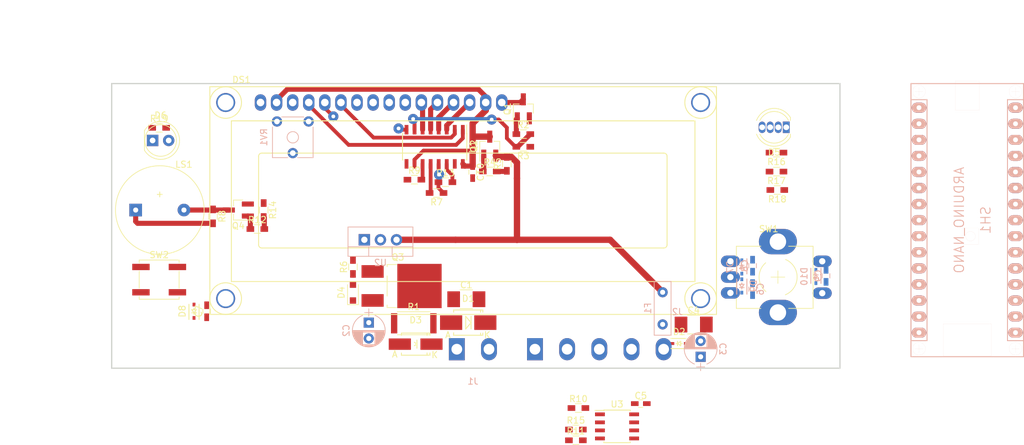
<source format=kicad_pcb>
(kicad_pcb (version 20170123) (host pcbnew no-vcs-found-1a75d99~58~ubuntu16.04.1)

  (general
    (links 124)
    (no_connects 94)
    (area 82 37.3 244.265001 109.0425)
    (thickness 1.6)
    (drawings 6)
    (tracks 98)
    (zones 0)
    (modules 59)
    (nets 64)
  )

  (page A4)
  (layers
    (0 F.Cu signal)
    (31 B.Cu signal)
    (32 B.Adhes user)
    (33 F.Adhes user)
    (34 B.Paste user)
    (35 F.Paste user)
    (36 B.SilkS user)
    (37 F.SilkS user)
    (38 B.Mask user)
    (39 F.Mask user)
    (40 Dwgs.User user)
    (41 Cmts.User user)
    (42 Eco1.User user)
    (43 Eco2.User user)
    (44 Edge.Cuts user)
    (45 Margin user)
    (46 B.CrtYd user)
    (47 F.CrtYd user)
    (48 B.Fab user hide)
    (49 F.Fab user hide)
  )

  (setup
    (last_trace_width 0.8)
    (user_trace_width 0.2)
    (user_trace_width 0.4)
    (user_trace_width 0.6)
    (user_trace_width 0.8)
    (user_trace_width 1)
    (user_trace_width 2)
    (trace_clearance 0.2)
    (zone_clearance 0.508)
    (zone_45_only no)
    (trace_min 0.2)
    (segment_width 0.2)
    (edge_width 0.15)
    (via_size 1.6)
    (via_drill 0.6)
    (via_min_size 0.4)
    (via_min_drill 0.3)
    (user_via 1.6 0.6)
    (uvia_size 0.3)
    (uvia_drill 0.1)
    (uvias_allowed no)
    (uvia_min_size 0.2)
    (uvia_min_drill 0.1)
    (pcb_text_width 0.3)
    (pcb_text_size 1.5 1.5)
    (mod_edge_width 0.15)
    (mod_text_size 1 1)
    (mod_text_width 0.15)
    (pad_size 1.524 1.524)
    (pad_drill 0.762)
    (pad_to_mask_clearance 0.2)
    (aux_axis_origin 0 0)
    (visible_elements FFFFFF7F)
    (pcbplotparams
      (layerselection 0x01000_ffffffff)
      (usegerberextensions false)
      (excludeedgelayer true)
      (linewidth 0.100000)
      (plotframeref false)
      (viasonmask false)
      (mode 1)
      (useauxorigin false)
      (hpglpennumber 1)
      (hpglpenspeed 20)
      (hpglpendiameter 15)
      (psnegative false)
      (psa4output false)
      (plotreference false)
      (plotvalue false)
      (plotinvisibletext false)
      (padsonsilk false)
      (subtractmaskfromsilk false)
      (outputformat 1)
      (mirror false)
      (drillshape 0)
      (scaleselection 1)
      (outputdirectory ./gerbers))
  )

  (net 0 "")
  (net 1 GND)
  (net 2 "Net-(J2-Pad3)")
  (net 3 "Net-(C3-Pad1)")
  (net 4 "Net-(J2-Pad2)")
  (net 5 "Net-(C1-Pad1)")
  (net 6 "Net-(D4-Pad2)")
  (net 7 "Net-(C2-Pad1)")
  (net 8 "Net-(Q2-Pad1)")
  (net 9 +5V)
  (net 10 "Net-(DS1-Pad16)")
  (net 11 "Net-(Q1-Pad1)")
  (net 12 "Net-(Q4-Pad1)")
  (net 13 "Net-(LS1-Pad2)")
  (net 14 /RX)
  (net 15 "Net-(SH1-PadRST1)")
  (net 16 "Net-(SH1-PadVIN)")
  (net 17 "Net-(SH1-PadRST2)")
  (net 18 /ENC_BUTTON)
  (net 19 "Net-(SH1-PadAREF)")
  (net 20 "Net-(SH1-Pad3V3)")
  (net 21 /TX)
  (net 22 /ENC_A)
  (net 23 /ENC_B)
  (net 24 /~READER_ENABLE)
  (net 25 /RGB_RED)
  (net 26 /RGB_GREEN)
  (net 27 /BUTTON)
  (net 28 /LED)
  (net 29 /BUZZER)
  (net 30 /LATCH)
  (net 31 /RGB_BLUE)
  (net 32 /DATA)
  (net 33 /SCK)
  (net 34 /LCD_POWER)
  (net 35 "Net-(SH1-PadA2)")
  (net 36 "Net-(SH1-PadA3)")
  (net 37 "Net-(SH1-PadA4)")
  (net 38 "Net-(SH1-PadA5)")
  (net 39 "Net-(SH1-PadA6)")
  (net 40 "Net-(SH1-PadA7)")
  (net 41 "Net-(D6-Pad1)")
  (net 42 "Net-(D5-Pad4)")
  (net 43 "Net-(D5-Pad3)")
  (net 44 "Net-(D5-Pad2)")
  (net 45 "Net-(R15-Pad2)")
  (net 46 "Net-(R11-Pad2)")
  (net 47 "Net-(R10-Pad2)")
  (net 48 "Net-(R2-Pad2)")
  (net 49 "Net-(DS1-Pad3)")
  (net 50 "Net-(U1-Pad15)")
  (net 51 "Net-(U1-Pad9)")
  (net 52 "Net-(DS1-Pad11)")
  (net 53 "Net-(DS1-Pad12)")
  (net 54 "Net-(DS1-Pad13)")
  (net 55 "Net-(DS1-Pad14)")
  (net 56 "Net-(DS1-Pad6)")
  (net 57 "Net-(DS1-Pad4)")
  (net 58 "Net-(DS1-Pad7)")
  (net 59 "Net-(DS1-Pad8)")
  (net 60 "Net-(DS1-Pad9)")
  (net 61 "Net-(DS1-Pad10)")
  (net 62 "Net-(C10-Pad1)")
  (net 63 +12V)

  (net_class Default "This is the default net class."
    (clearance 0.2)
    (trace_width 0.8)
    (via_dia 1.6)
    (via_drill 0.6)
    (uvia_dia 0.3)
    (uvia_drill 0.1)
    (add_net +12V)
    (add_net +5V)
    (add_net /BUTTON)
    (add_net /BUZZER)
    (add_net /DATA)
    (add_net /ENC_A)
    (add_net /ENC_B)
    (add_net /ENC_BUTTON)
    (add_net /LATCH)
    (add_net /LCD_POWER)
    (add_net /LED)
    (add_net /RGB_BLUE)
    (add_net /RGB_GREEN)
    (add_net /RGB_RED)
    (add_net /RX)
    (add_net /SCK)
    (add_net /TX)
    (add_net /~READER_ENABLE)
    (add_net GND)
    (add_net "Net-(C1-Pad1)")
    (add_net "Net-(C10-Pad1)")
    (add_net "Net-(C2-Pad1)")
    (add_net "Net-(C3-Pad1)")
    (add_net "Net-(D4-Pad2)")
    (add_net "Net-(D5-Pad2)")
    (add_net "Net-(D5-Pad3)")
    (add_net "Net-(D5-Pad4)")
    (add_net "Net-(D6-Pad1)")
    (add_net "Net-(DS1-Pad10)")
    (add_net "Net-(DS1-Pad11)")
    (add_net "Net-(DS1-Pad12)")
    (add_net "Net-(DS1-Pad13)")
    (add_net "Net-(DS1-Pad14)")
    (add_net "Net-(DS1-Pad16)")
    (add_net "Net-(DS1-Pad3)")
    (add_net "Net-(DS1-Pad4)")
    (add_net "Net-(DS1-Pad6)")
    (add_net "Net-(DS1-Pad7)")
    (add_net "Net-(DS1-Pad8)")
    (add_net "Net-(DS1-Pad9)")
    (add_net "Net-(J2-Pad2)")
    (add_net "Net-(J2-Pad3)")
    (add_net "Net-(LS1-Pad2)")
    (add_net "Net-(Q1-Pad1)")
    (add_net "Net-(Q2-Pad1)")
    (add_net "Net-(Q4-Pad1)")
    (add_net "Net-(R10-Pad2)")
    (add_net "Net-(R11-Pad2)")
    (add_net "Net-(R15-Pad2)")
    (add_net "Net-(R2-Pad2)")
    (add_net "Net-(SH1-Pad3V3)")
    (add_net "Net-(SH1-PadA2)")
    (add_net "Net-(SH1-PadA3)")
    (add_net "Net-(SH1-PadA4)")
    (add_net "Net-(SH1-PadA5)")
    (add_net "Net-(SH1-PadA6)")
    (add_net "Net-(SH1-PadA7)")
    (add_net "Net-(SH1-PadAREF)")
    (add_net "Net-(SH1-PadRST1)")
    (add_net "Net-(SH1-PadRST2)")
    (add_net "Net-(SH1-PadVIN)")
    (add_net "Net-(U1-Pad15)")
    (add_net "Net-(U1-Pad9)")
  )

  (module Displays:WC1602A (layer F.Cu) (tedit 0) (tstamp 58F455A7)
    (at 123.4991 53)
    (descr http://www.kamami.pl/dl/wc1602a0.pdf)
    (tags "LCD 16x2 Alphanumeric 16pin")
    (path /58EB44CC)
    (fp_text reference DS1 (at -2.99974 -3.59918) (layer F.SilkS)
      (effects (font (size 1 1) (thickness 0.15)))
    )
    (fp_text value LCD16X2 (at 31.99892 15.49908) (layer F.Fab)
      (effects (font (size 1 1) (thickness 0.15)))
    )
    (fp_line (start 0.20066 8.001) (end 63.70066 8.001) (layer F.SilkS) (width 0.15))
    (fp_line (start -0.29972 22.49932) (end -0.29972 8.49884) (layer F.SilkS) (width 0.15))
    (fp_line (start 63.70066 22.9997) (end 0.20066 22.9997) (layer F.SilkS) (width 0.15))
    (fp_line (start 64.20104 8.49884) (end 64.20104 22.49932) (layer F.SilkS) (width 0.15))
    (fp_arc (start 63.70066 8.49884) (end 63.70066 8.001) (angle 90) (layer F.SilkS) (width 0.15))
    (fp_arc (start 63.70066 22.49932) (end 64.20104 22.49932) (angle 90) (layer F.SilkS) (width 0.15))
    (fp_arc (start 0.20066 22.49932) (end 0.20066 22.9997) (angle 90) (layer F.SilkS) (width 0.15))
    (fp_arc (start 0.20066 8.49884) (end -0.29972 8.49884) (angle 90) (layer F.SilkS) (width 0.15))
    (fp_line (start -4.59994 2.90068) (end 68.60032 2.90068) (layer F.SilkS) (width 0.15))
    (fp_line (start 68.60032 2.90068) (end 68.60032 28.30068) (layer F.SilkS) (width 0.15))
    (fp_line (start 68.60032 28.30068) (end -4.59994 28.30068) (layer F.SilkS) (width 0.15))
    (fp_line (start -4.59994 28.30068) (end -4.59994 2.90068) (layer F.SilkS) (width 0.15))
    (fp_circle (center 69.49948 0) (end 71.99884 0) (layer F.SilkS) (width 0.15))
    (fp_circle (center 69.49948 31.0007) (end 71.99884 31.0007) (layer F.SilkS) (width 0.15))
    (fp_circle (center -5.4991 31.0007) (end -8.001 31.0007) (layer F.SilkS) (width 0.15))
    (fp_circle (center -5.4991 0) (end -2.99974 0) (layer F.SilkS) (width 0.15))
    (fp_line (start -8.001 -2.49936) (end 71.99884 -2.49936) (layer F.SilkS) (width 0.15))
    (fp_line (start 71.99884 -2.49936) (end 71.99884 33.50006) (layer F.SilkS) (width 0.15))
    (fp_line (start 71.99884 33.50006) (end -8.001 33.50006) (layer F.SilkS) (width 0.15))
    (fp_line (start -8.001 33.50006) (end -8.001 -2.49936) (layer F.SilkS) (width 0.15))
    (pad 1 thru_hole oval (at 0 0) (size 1.8 2.6) (drill 1.2) (layers *.Cu *.Mask)
      (net 1 GND))
    (pad 2 thru_hole oval (at 2.54 0) (size 1.8 2.6) (drill 1.2) (layers *.Cu *.Mask)
      (net 62 "Net-(C10-Pad1)"))
    (pad 3 thru_hole oval (at 5.08 0) (size 1.8 2.6) (drill 1.2) (layers *.Cu *.Mask)
      (net 49 "Net-(DS1-Pad3)"))
    (pad 4 thru_hole oval (at 7.62 0) (size 1.8 2.6) (drill 1.2) (layers *.Cu *.Mask)
      (net 57 "Net-(DS1-Pad4)"))
    (pad 5 thru_hole oval (at 10.16 0) (size 1.8 2.6) (drill 1.2) (layers *.Cu *.Mask)
      (net 1 GND))
    (pad 6 thru_hole oval (at 12.7 0) (size 1.8 2.6) (drill 1.2) (layers *.Cu *.Mask)
      (net 56 "Net-(DS1-Pad6)"))
    (pad 7 thru_hole oval (at 15.24 0) (size 1.8 2.6) (drill 1.2) (layers *.Cu *.Mask)
      (net 58 "Net-(DS1-Pad7)"))
    (pad 8 thru_hole oval (at 17.78 0) (size 1.8 2.6) (drill 1.2) (layers *.Cu *.Mask)
      (net 59 "Net-(DS1-Pad8)"))
    (pad 9 thru_hole oval (at 20.32 0) (size 1.8 2.6) (drill 1.2) (layers *.Cu *.Mask)
      (net 60 "Net-(DS1-Pad9)"))
    (pad 10 thru_hole oval (at 22.86 0) (size 1.8 2.6) (drill 1.2) (layers *.Cu *.Mask)
      (net 61 "Net-(DS1-Pad10)"))
    (pad 11 thru_hole oval (at 25.4 0) (size 1.8 2.6) (drill 1.2) (layers *.Cu *.Mask)
      (net 52 "Net-(DS1-Pad11)"))
    (pad 12 thru_hole oval (at 27.94 0) (size 1.8 2.6) (drill 1.2) (layers *.Cu *.Mask)
      (net 53 "Net-(DS1-Pad12)"))
    (pad 13 thru_hole oval (at 30.48 0) (size 1.8 2.6) (drill 1.2) (layers *.Cu *.Mask)
      (net 54 "Net-(DS1-Pad13)"))
    (pad 14 thru_hole oval (at 33.02 0) (size 1.8 2.6) (drill 1.2) (layers *.Cu *.Mask)
      (net 55 "Net-(DS1-Pad14)"))
    (pad 15 thru_hole oval (at 35.56 0) (size 1.8 2.6) (drill 1.2) (layers *.Cu *.Mask)
      (net 62 "Net-(C10-Pad1)"))
    (pad 16 thru_hole oval (at 38.1 0) (size 1.8 2.6) (drill 1.2) (layers *.Cu *.Mask)
      (net 10 "Net-(DS1-Pad16)"))
    (pad 0 thru_hole circle (at -5.4991 0) (size 3 3) (drill 2.5) (layers *.Cu *.Mask))
    (pad 0 thru_hole circle (at -5.4991 31.0007) (size 3 3) (drill 2.5) (layers *.Cu *.Mask))
    (pad 0 thru_hole circle (at 69.49948 31.0007) (size 3 3) (drill 2.5) (layers *.Cu *.Mask))
    (pad 0 thru_hole circle (at 69.49948 0) (size 3 3) (drill 2.5) (layers *.Cu *.Mask))
    (model ${KIPRJMOD}/3d/LCD.STEP
      (at (xyz 1.259842519685039 -0.610236220472441 0.1968503937007874))
      (scale (xyz 1 1 1))
      (rotate (xyz -90 0 0))
    )
    (model "${KIPRJMOD}/3d/Hex Spacer MF M3 L5mm.stp"
      (at (xyz -0.610236220472441 0 0))
      (scale (xyz 1 1 1))
      (rotate (xyz 0 180 0))
    )
  )

  (module Buzzer_12x9.5RM7.6 (layer F.Cu) (tedit 58F3C476) (tstamp 58F45C42)
    (at 107.6 70)
    (descr "Generic Buzzer, D12mm height 9.5mm with RM7.6mm")
    (tags buzzer)
    (path /58EB4717)
    (fp_text reference LS1 (at 3.8 -7.2) (layer F.SilkS)
      (effects (font (size 1 1) (thickness 0.15)))
    )
    (fp_text value Speaker_Crystal (at 3.8 7.4) (layer F.Fab)
      (effects (font (size 1 1) (thickness 0.15)))
    )
    (fp_circle (center 0 0) (end 7 0) (layer F.SilkS) (width 0.12))
    (fp_circle (center 0 0) (end 1 0) (layer F.Fab) (width 0.1))
    (fp_circle (center 0 0) (end 7 0) (layer F.Fab) (width 0.1))
    (fp_circle (center 0 0) (end 7 0) (layer F.CrtYd) (width 0.05))
    (fp_text user %R (at 3.8 -4) (layer F.Fab)
      (effects (font (size 1 1) (thickness 0.15)))
    )
    (fp_text user + (at -0.01 -2.54) (layer F.SilkS)
      (effects (font (size 1 1) (thickness 0.15)))
    )
    (fp_text user + (at -0.01 -2.54) (layer F.Fab)
      (effects (font (size 1 1) (thickness 0.15)))
    )
    (pad 2 thru_hole circle (at 3.81 0) (size 2 2) (drill 0.8) (layers *.Cu *.Mask)
      (net 13 "Net-(LS1-Pad2)"))
    (pad 1 thru_hole rect (at -3.81 0) (size 2 2) (drill 0.8) (layers *.Cu *.Mask)
      (net 63 +12V))
    (model Buzzers_Beepers.3dshapes/Buzzer_12x9.5RM7.6.wrl
      (at (xyz -0.007480314960629922 0 0))
      (scale (xyz 4 4 4))
      (rotate (xyz 0 0 0))
    )
  )

  (module Mounting_Holes:MountingHole_3.2mm_M3 (layer F.Cu) (tedit 58F3999C) (tstamp 58F5FE60)
    (at 103.5 53.5)
    (descr "Mounting Hole 3.2mm, no annular, M3")
    (tags "mounting hole 3.2mm no annular m3")
    (path /58F3A596)
    (fp_text reference MK3 (at 0 -4.2) (layer F.SilkS) hide
      (effects (font (size 1 1) (thickness 0.15)))
    )
    (fp_text value Mounting_Hole (at 0 4.2) (layer F.Fab)
      (effects (font (size 1 1) (thickness 0.15)))
    )
    (fp_circle (center 0 0) (end 3.2 0) (layer Cmts.User) (width 0.15))
    (fp_circle (center 0 0) (end 3.45 0) (layer F.CrtYd) (width 0.05))
    (pad 1 np_thru_hole circle (at 0 0) (size 3.2 3.2) (drill 3.2) (layers *.Cu *.Mask))
  )

  (module Mounting_Holes:MountingHole_3.2mm_M3 (layer F.Cu) (tedit 58F39999) (tstamp 58F5FE4D)
    (at 211.5 91.5)
    (descr "Mounting Hole 3.2mm, no annular, M3")
    (tags "mounting hole 3.2mm no annular m3")
    (path /58F3A0D2)
    (fp_text reference MK1 (at 0 -4.2) (layer F.SilkS) hide
      (effects (font (size 1 1) (thickness 0.15)))
    )
    (fp_text value Mounting_Hole (at 0 4.2) (layer F.Fab)
      (effects (font (size 1 1) (thickness 0.15)))
    )
    (fp_circle (center 0 0) (end 3.45 0) (layer F.CrtYd) (width 0.05))
    (fp_circle (center 0 0) (end 3.2 0) (layer Cmts.User) (width 0.15))
    (pad 1 np_thru_hole circle (at 0 0) (size 3.2 3.2) (drill 3.2) (layers *.Cu *.Mask))
  )

  (module Mounting_Holes:MountingHole_3.2mm_M3 (layer F.Cu) (tedit 58F399A0) (tstamp 58F5FE3A)
    (at 103.5 91.5)
    (descr "Mounting Hole 3.2mm, no annular, M3")
    (tags "mounting hole 3.2mm no annular m3")
    (path /58F3A510)
    (fp_text reference MK2 (at 0 -4.2) (layer F.SilkS) hide
      (effects (font (size 1 1) (thickness 0.15)))
    )
    (fp_text value Mounting_Hole (at 0 4.2) (layer F.Fab)
      (effects (font (size 1 1) (thickness 0.15)))
    )
    (fp_circle (center 0 0) (end 3.2 0) (layer Cmts.User) (width 0.15))
    (fp_circle (center 0 0) (end 3.45 0) (layer F.CrtYd) (width 0.05))
    (pad 1 np_thru_hole circle (at 0 0) (size 3.2 3.2) (drill 3.2) (layers *.Cu *.Mask))
  )

  (module Mounting_Holes:MountingHole_3.2mm_M3 (layer F.Cu) (tedit 58F39995) (tstamp 58F5FE27)
    (at 211.5 53.5)
    (descr "Mounting Hole 3.2mm, no annular, M3")
    (tags "mounting hole 3.2mm no annular m3")
    (path /58F3A628)
    (fp_text reference MK4 (at 0 -4.2) (layer F.SilkS) hide
      (effects (font (size 1 1) (thickness 0.15)))
    )
    (fp_text value Mounting_Hole (at 0 4.2) (layer F.Fab)
      (effects (font (size 1 1) (thickness 0.15)))
    )
    (fp_circle (center 0 0) (end 3.45 0) (layer F.CrtYd) (width 0.05))
    (fp_circle (center 0 0) (end 3.2 0) (layer Cmts.User) (width 0.15))
    (pad 1 np_thru_hole circle (at 0 0) (size 3.2 3.2) (drill 3.2) (layers *.Cu *.Mask))
  )

  (module bilge-alarm-parts:Encoder_Bourns_PEC12R-4xxxF-Sxxxx (layer F.Cu) (tedit 58F3966F) (tstamp 58F3DDAB)
    (at 197.7 80.6)
    (descr "Potentiometer, horizontally mounted, Omeg PC16PU, Omeg PC16PU, Omeg PC16PU, Vishay/Spectrol 248GJ/249GJ Single, Vishay/Spectrol 248GJ/249GJ Single, Vishay/Spectrol 248GJ/249GJ Single, Vishay/Spectrol 248GH/249GH Single, Vishay/Spectrol 148/149 Single, Vishay/Spectrol 148/149 Single, Vishay/Spectrol 148/149 Single, Vishay/Spectrol 148A/149A Single with mounting plates, Vishay/Spectrol 148/149 Double, Vishay/Spectrol 148A/149A Double with mounting plates, Piher PC-16 Single, Piher PC-16 Single, Piher PC-16 Single, Piher PC-16SV Single, Piher PC-16 Double, Piher PC-16 Triple, Piher T16H Single, Piher T16L Single, Piher T16H Double, Alps RK163 Single, Alps RK163 Double, Alps RK097 Single, Alps RK097 Double, Bourns PTV09A-2 Single with mounting sleve Single, Bourns PTV09A-1 with mounting sleve Single, http://www.bourns.com/docs/Product-Datasheets/ptv09.pdf")
    (tags "Potentiometer horizontal  Omeg PC16PU  Omeg PC16PU  Omeg PC16PU  Vishay/Spectrol 248GJ/249GJ Single  Vishay/Spectrol 248GJ/249GJ Single  Vishay/Spectrol 248GJ/249GJ Single  Vishay/Spectrol 248GH/249GH Single  Vishay/Spectrol 148/149 Single  Vishay/Spectrol 148/149 Single  Vishay/Spectrol 148/149 Single  Vishay/Spectrol 148A/149A Single with mounting plates  Vishay/Spectrol 148/149 Double  Vishay/Spectrol 148A/149A Double with mounting plates  Piher PC-16 Single  Piher PC-16 Single  Piher PC-16 Single  Piher PC-16SV Single  Piher PC-16 Double  Piher PC-16 Triple  Piher T16H Single  Piher T16L Single  Piher T16H Double  Alps RK163 Single  Alps RK163 Double  Alps RK097 Single  Alps RK097 Double  Bourns PTV09A-2 Single with mounting sleve Single  Bourns PTV09A-1 with mounting sleve Single")
    (path /58EB45E1)
    (fp_text reference SW1 (at 6.05 -7.61) (layer F.SilkS)
      (effects (font (size 1 1) (thickness 0.15)))
    )
    (fp_text value Rotary_Encoder_Switch (at 6.05 7.69) (layer F.Fab)
      (effects (font (size 1 1) (thickness 0.15)))
    )
    (fp_line (start 13.25 -6.61) (end -1.15 -6.61) (layer F.CrtYd) (width 0.05))
    (fp_line (start 13.25 6.69) (end 13.25 -6.61) (layer F.CrtYd) (width 0.05))
    (fp_line (start -1.15 6.69) (end 13.25 6.69) (layer F.CrtYd) (width 0.05))
    (fp_line (start -1.15 -6.61) (end -1.15 6.69) (layer F.CrtYd) (width 0.05))
    (fp_line (start 13.06 -4.87) (end 13.06 4.95) (layer F.SilkS) (width 0.12))
    (fp_line (start 0.94 3.365) (end 0.94 4.95) (layer F.SilkS) (width 0.12))
    (fp_line (start 0.94 0.865) (end 0.94 1.715) (layer F.SilkS) (width 0.12))
    (fp_line (start 0.94 -1.635) (end 0.94 -0.785) (layer F.SilkS) (width 0.12))
    (fp_line (start 0.94 -4.87) (end 0.94 -3.285) (layer F.SilkS) (width 0.12))
    (fp_line (start 9.195 4.95) (end 13.06 4.95) (layer F.SilkS) (width 0.12))
    (fp_line (start 0.94 4.95) (end 4.806 4.95) (layer F.SilkS) (width 0.12))
    (fp_line (start 9.195 -4.87) (end 13.06 -4.87) (layer F.SilkS) (width 0.12))
    (fp_line (start 0.94 -4.87) (end 4.806 -4.87) (layer F.SilkS) (width 0.12))
    (fp_line (start 13 -4.81) (end 1 -4.81) (layer F.Fab) (width 0.1))
    (fp_line (start 13 4.89) (end 13 -4.81) (layer F.Fab) (width 0.1))
    (fp_line (start 1 4.89) (end 13 4.89) (layer F.Fab) (width 0.1))
    (fp_line (start 1 -4.81) (end 1 4.89) (layer F.Fab) (width 0.1))
    (fp_circle (center 7.5 0) (end 10.5 0.04) (layer F.Fab) (width 0.1))
    (fp_circle (center 7.5 0) (end 10.9 0.04) (layer F.Fab) (width 0.1))
    (fp_arc (start 7.5 0) (end 5.572 -2.258) (angle -100) (layer F.SilkS) (width 0.12))
    (fp_arc (start 7.5 0) (end 8.673 2.802) (angle -134) (layer F.SilkS) (width 0.12))
    (fp_line (start 6.4 0) (end 8.6 0) (layer F.SilkS) (width 0.1))
    (fp_line (start 7.5 -1) (end 7.5 1) (layer F.SilkS) (width 0.1))
    (pad "" np_thru_hole oval (at 7.5 5.6) (size 6 4) (drill 2.6) (layers *.Cu *.Mask))
    (pad "" np_thru_hole oval (at 7.5 -5.6) (size 6 4) (drill 2.6) (layers *.Cu *.Mask))
    (pad 1 thru_hole oval (at 0 2.5) (size 3 1.8) (drill 1) (layers *.Cu *.Mask)
      (net 22 /ENC_A))
    (pad 2 thru_hole oval (at 0 0) (size 3 1.8) (drill 1) (layers *.Cu *.Mask)
      (net 1 GND))
    (pad 3 thru_hole oval (at 0 -2.5) (size 3 1.8) (drill 1) (layers *.Cu *.Mask)
      (net 23 /ENC_B))
    (pad 4 thru_hole oval (at 14.5 -2.5) (size 3 1.8) (drill 1) (layers *.Cu *.Mask)
      (net 18 /ENC_BUTTON))
    (pad 5 thru_hole oval (at 14.5 2.54) (size 3 1.8) (drill 1) (layers *.Cu *.Mask)
      (net 1 GND))
    (model ${KIPRJMOD}/3d/pec12r-4030f-s0012.stp
      (at (xyz 0.2952755905511811 0 0))
      (scale (xyz 1 1 1))
      (rotate (xyz -90 0 90))
    )
  )

  (module Potentiometers:Potentiometer_Trimmer_ACP_CA6v_Horizontal (layer B.Cu) (tedit 58826B0A) (tstamp 58F39A9D)
    (at 131.1 56 270)
    (descr "Potentiometer, horizontally mounted, Omeg PC16PU, Omeg PC16PU, Omeg PC16PU, Vishay/Spectrol 248GJ/249GJ Single, Vishay/Spectrol 248GJ/249GJ Single, Vishay/Spectrol 248GJ/249GJ Single, Vishay/Spectrol 248GH/249GH Single, Vishay/Spectrol 148/149 Single, Vishay/Spectrol 148/149 Single, Vishay/Spectrol 148/149 Single, Vishay/Spectrol 148A/149A Single with mounting plates, Vishay/Spectrol 148/149 Double, Vishay/Spectrol 148A/149A Double with mounting plates, Piher PC-16 Single, Piher PC-16 Single, Piher PC-16 Single, Piher PC-16SV Single, Piher PC-16 Double, Piher PC-16 Triple, Piher T16H Single, Piher T16L Single, Piher T16H Double, Alps RK163 Single, Alps RK163 Double, Alps RK097 Single, Alps RK097 Double, Bourns PTV09A-2 Single with mounting sleve Single, Bourns PTV09A-1 with mounting sleve Single, Bourns PRS11S Single, Alps RK09K Single with mounting sleve Single, Alps RK09K with mounting sleve Single, Alps RK09L Single, Alps RK09L Single, Alps RK09L Double, Alps RK09L Double, Alps RK09Y Single, Bourns 3339S Single, Bourns 3339S Single, Bourns 3339P Single, Bourns 3339H Single, Vishay T7YA Single, Suntan TSR-3386H Single, Suntan TSR-3386H Single, Suntan TSR-3386P Single, Vishay T73XX Single, Vishay T73XX Single, Vishay T73YP Single, Piher PT-6h Single, Piher PT-6v Single, Piher PT-6v Single, Piher PT-10h2.5 Single, Piher PT-10h5 Single, Piher PT-101h3.8 Single, Piher PT-10v10 Single, Piher PT-10v10 Single, Piher PT-10v5 Single, Piher PT-15h5 Single, Piher PT-15h2.5 Single, Piher PT-15B Single, Piher PT-15hc5 Single, Piher PT-15v12.5 Single, Piher PT-15v12.5 Single, Piher PT-15v15 Single, Piher PT-15v15 Single, ACP CA6h Single, ACP CA6v Single, http://www.acptechnologies.com/wp-content/uploads/2016/12/ACP-CAT%C3%81LOGO-ENTERO-2016.pdf")
    (tags "Potentiometer horizontal  Omeg PC16PU  Omeg PC16PU  Omeg PC16PU  Vishay/Spectrol 248GJ/249GJ Single  Vishay/Spectrol 248GJ/249GJ Single  Vishay/Spectrol 248GJ/249GJ Single  Vishay/Spectrol 248GH/249GH Single  Vishay/Spectrol 148/149 Single  Vishay/Spectrol 148/149 Single  Vishay/Spectrol 148/149 Single  Vishay/Spectrol 148A/149A Single with mounting plates  Vishay/Spectrol 148/149 Double  Vishay/Spectrol 148A/149A Double with mounting plates  Piher PC-16 Single  Piher PC-16 Single  Piher PC-16 Single  Piher PC-16SV Single  Piher PC-16 Double  Piher PC-16 Triple  Piher T16H Single  Piher T16L Single  Piher T16H Double  Alps RK163 Single  Alps RK163 Double  Alps RK097 Single  Alps RK097 Double  Bourns PTV09A-2 Single with mounting sleve Single  Bourns PTV09A-1 with mounting sleve Single  Bourns PRS11S Single  Alps RK09K Single with mounting sleve Single  Alps RK09K with mounting sleve Single  Alps RK09L Single  Alps RK09L Single  Alps RK09L Double  Alps RK09L Double  Alps RK09Y Single  Bourns 3339S Single  Bourns 3339S Single  Bourns 3339P Single  Bourns 3339H Single  Vishay T7YA Single  Suntan TSR-3386H Single  Suntan TSR-3386H Single  Suntan TSR-3386P Single  Vishay T73XX Single  Vishay T73XX Single  Vishay T73YP Single  Piher PT-6h Single  Piher PT-6v Single  Piher PT-6v Single  Piher PT-10h2.5 Single  Piher PT-10h5 Single  Piher PT-101h3.8 Single  Piher PT-10v10 Single  Piher PT-10v10 Single  Piher PT-10v5 Single  Piher PT-15h5 Single  Piher PT-15h2.5 Single  Piher PT-15B Single  Piher PT-15hc5 Single  Piher PT-15v12.5 Single  Piher PT-15v12.5 Single  Piher PT-15v15 Single  Piher PT-15v15 Single  ACP CA6h Single  ACP CA6v Single")
    (path /58F2DBA1)
    (fp_text reference RV1 (at 2.5 7.06 270) (layer B.SilkS)
      (effects (font (size 1 1) (thickness 0.15)) (justify mirror))
    )
    (fp_text value POT (at 2.5 -2.06 270) (layer B.Fab)
      (effects (font (size 1 1) (thickness 0.15)) (justify mirror))
    )
    (fp_line (start 6.1 6.1) (end -1.1 6.1) (layer B.CrtYd) (width 0.05))
    (fp_line (start 6.1 -1.1) (end 6.1 6.1) (layer B.CrtYd) (width 0.05))
    (fp_line (start -1.1 -1.1) (end 6.1 -1.1) (layer B.CrtYd) (width 0.05))
    (fp_line (start -1.1 6.1) (end -1.1 -1.1) (layer B.CrtYd) (width 0.05))
    (fp_line (start 5.71 1.742) (end 5.71 -0.71) (layer B.SilkS) (width 0.12))
    (fp_line (start 5.71 5.71) (end 5.71 3.257) (layer B.SilkS) (width 0.12))
    (fp_line (start -0.71 4.242) (end -0.71 0.757) (layer B.SilkS) (width 0.12))
    (fp_line (start 0.873 -0.71) (end 5.71 -0.71) (layer B.SilkS) (width 0.12))
    (fp_line (start 0.873 5.71) (end 5.71 5.71) (layer B.SilkS) (width 0.12))
    (fp_line (start 5.65 5.65) (end -0.65 5.65) (layer B.Fab) (width 0.1))
    (fp_line (start 5.65 -0.65) (end 5.65 5.65) (layer B.Fab) (width 0.1))
    (fp_line (start -0.65 -0.65) (end 5.65 -0.65) (layer B.Fab) (width 0.1))
    (fp_line (start -0.65 5.65) (end -0.65 -0.65) (layer B.Fab) (width 0.1))
    (fp_circle (center 2.5 2.5) (end 3.4 2.5) (layer B.SilkS) (width 0.12))
    (fp_circle (center 2.5 2.5) (end 3.4 2.5) (layer B.Fab) (width 0.1))
    (fp_circle (center 2.5 2.5) (end 3.5 2.5) (layer B.Fab) (width 0.1))
    (pad 1 thru_hole circle (at 0 0 270) (size 1.62 1.62) (drill 0.9) (layers *.Cu *.Mask)
      (net 1 GND))
    (pad 2 thru_hole circle (at 5 2.5 270) (size 1.62 1.62) (drill 0.9) (layers *.Cu *.Mask)
      (net 49 "Net-(DS1-Pad3)"))
    (pad 3 thru_hole circle (at 0 5 270) (size 1.62 1.62) (drill 0.9) (layers *.Cu *.Mask)
      (net 62 "Net-(C10-Pad1)"))
    (model Potentiometers.3dshapes/Potentiometer_Trimmer_ACP_CA6v_Horizontal.wrl
      (at (xyz 0 0 0))
      (scale (xyz 0.393701 0.393701 0.393701))
      (rotate (xyz 0 0 0))
    )
  )

  (module Capacitors_SMD:C_0603_HandSoldering (layer F.Cu) (tedit 58AA848B) (tstamp 58F4D068)
    (at 157 64 270)
    (descr "Capacitor SMD 0603, hand soldering")
    (tags "capacitor 0603")
    (path /58F3D557)
    (attr smd)
    (fp_text reference C10 (at 0 -1.25 270) (layer F.SilkS)
      (effects (font (size 1 1) (thickness 0.15)))
    )
    (fp_text value C (at 0 1.5 270) (layer F.Fab)
      (effects (font (size 1 1) (thickness 0.15)))
    )
    (fp_line (start 1.8 0.65) (end -1.8 0.65) (layer F.CrtYd) (width 0.05))
    (fp_line (start 1.8 0.65) (end 1.8 -0.65) (layer F.CrtYd) (width 0.05))
    (fp_line (start -1.8 -0.65) (end -1.8 0.65) (layer F.CrtYd) (width 0.05))
    (fp_line (start -1.8 -0.65) (end 1.8 -0.65) (layer F.CrtYd) (width 0.05))
    (fp_line (start 0.35 0.6) (end -0.35 0.6) (layer F.SilkS) (width 0.12))
    (fp_line (start -0.35 -0.6) (end 0.35 -0.6) (layer F.SilkS) (width 0.12))
    (fp_line (start -0.8 -0.4) (end 0.8 -0.4) (layer F.Fab) (width 0.1))
    (fp_line (start 0.8 -0.4) (end 0.8 0.4) (layer F.Fab) (width 0.1))
    (fp_line (start 0.8 0.4) (end -0.8 0.4) (layer F.Fab) (width 0.1))
    (fp_line (start -0.8 0.4) (end -0.8 -0.4) (layer F.Fab) (width 0.1))
    (fp_text user %R (at 0 -1.25 270) (layer F.Fab)
      (effects (font (size 1 1) (thickness 0.15)))
    )
    (pad 2 smd rect (at 0.95 0 270) (size 1.2 0.75) (layers F.Cu F.Paste F.Mask)
      (net 1 GND))
    (pad 1 smd rect (at -0.95 0 270) (size 1.2 0.75) (layers F.Cu F.Paste F.Mask)
      (net 62 "Net-(C10-Pad1)"))
    (model Capacitors_SMD.3dshapes/C_0603.wrl
      (at (xyz 0 0 0))
      (scale (xyz 1 1 1))
      (rotate (xyz 0 0 0))
    )
  )

  (module TO_SOT_Packages_THT:TO-220_Vertical (layer B.Cu) (tedit 58A217F2) (tstamp 58F4A450)
    (at 139.9 74.7)
    (descr "TO-220, Vertical, RM 2.54mm")
    (tags "TO-220 Vertical RM 2.54mm")
    (path /58F3C50A)
    (fp_text reference U2 (at 2.54 3.62) (layer B.SilkS)
      (effects (font (size 1 1) (thickness 0.15)) (justify mirror))
    )
    (fp_text value LM7805CT (at 2.54 -3.92) (layer B.Fab)
      (effects (font (size 1 1) (thickness 0.15)) (justify mirror))
    )
    (fp_line (start -2.46 2.5) (end -2.46 -1.9) (layer B.Fab) (width 0.1))
    (fp_line (start -2.46 -1.9) (end 7.54 -1.9) (layer B.Fab) (width 0.1))
    (fp_line (start 7.54 -1.9) (end 7.54 2.5) (layer B.Fab) (width 0.1))
    (fp_line (start 7.54 2.5) (end -2.46 2.5) (layer B.Fab) (width 0.1))
    (fp_line (start -2.46 1.23) (end 7.54 1.23) (layer B.Fab) (width 0.1))
    (fp_line (start 0.69 2.5) (end 0.69 1.23) (layer B.Fab) (width 0.1))
    (fp_line (start 4.39 2.5) (end 4.39 1.23) (layer B.Fab) (width 0.1))
    (fp_line (start -2.58 2.62) (end 7.66 2.62) (layer B.SilkS) (width 0.12))
    (fp_line (start -2.58 -2.021) (end 7.66 -2.021) (layer B.SilkS) (width 0.12))
    (fp_line (start -2.58 2.62) (end -2.58 -2.021) (layer B.SilkS) (width 0.12))
    (fp_line (start 7.66 2.62) (end 7.66 -2.021) (layer B.SilkS) (width 0.12))
    (fp_line (start -2.58 1.11) (end 7.66 1.11) (layer B.SilkS) (width 0.12))
    (fp_line (start 0.69 2.62) (end 0.69 1.11) (layer B.SilkS) (width 0.12))
    (fp_line (start 4.391 2.62) (end 4.391 1.11) (layer B.SilkS) (width 0.12))
    (fp_line (start -2.71 2.75) (end -2.71 -2.16) (layer B.CrtYd) (width 0.05))
    (fp_line (start -2.71 -2.16) (end 7.79 -2.16) (layer B.CrtYd) (width 0.05))
    (fp_line (start 7.79 -2.16) (end 7.79 2.75) (layer B.CrtYd) (width 0.05))
    (fp_line (start 7.79 2.75) (end -2.71 2.75) (layer B.CrtYd) (width 0.05))
    (fp_text user %R (at 2.54 3.62) (layer B.Fab)
      (effects (font (size 1 1) (thickness 0.15)) (justify mirror))
    )
    (pad 1 thru_hole rect (at 0 0) (size 1.8 1.8) (drill 1) (layers *.Cu *.Mask)
      (net 63 +12V))
    (pad 2 thru_hole oval (at 2.54 0) (size 1.8 1.8) (drill 1) (layers *.Cu *.Mask)
      (net 1 GND))
    (pad 3 thru_hole oval (at 5.08 0) (size 1.8 1.8) (drill 1) (layers *.Cu *.Mask)
      (net 9 +5V))
    (model TO_SOT_Packages_THT.3dshapes/TO-220_Vertical.wrl
      (at (xyz 0.1 0 0))
      (scale (xyz 0.393701 0.393701 0.393701))
      (rotate (xyz 0 0 0))
    )
  )

  (module Buttons_Switches_SMD:SW_SPST_EVPBF (layer F.Cu) (tedit 587245CD) (tstamp 58F45C74)
    (at 107.5 81)
    (descr "Light Touch Switch")
    (path /58EB4F3A)
    (attr smd)
    (fp_text reference SW2 (at 0 -3.9) (layer F.SilkS)
      (effects (font (size 1 1) (thickness 0.15)))
    )
    (fp_text value SW_SPST (at 0 4.25) (layer F.Fab)
      (effects (font (size 1 1) (thickness 0.15)))
    )
    (fp_line (start -3.15 2.65) (end -3.15 3.1) (layer F.SilkS) (width 0.12))
    (fp_line (start -3.15 3.1) (end 3.15 3.1) (layer F.SilkS) (width 0.12))
    (fp_line (start 3.15 3.1) (end 3.15 2.7) (layer F.SilkS) (width 0.12))
    (fp_line (start -3.15 1.35) (end -3.15 -1.35) (layer F.SilkS) (width 0.12))
    (fp_line (start 3.15 -1.35) (end 3.15 1.35) (layer F.SilkS) (width 0.12))
    (fp_line (start -3.15 -3.1) (end 3.15 -3.1) (layer F.SilkS) (width 0.12))
    (fp_line (start 3.15 -3.1) (end 3.15 -2.65) (layer F.SilkS) (width 0.12))
    (fp_line (start -3.15 -2.65) (end -3.15 -3.1) (layer F.SilkS) (width 0.12))
    (fp_line (start -3 -3) (end 3 -3) (layer F.Fab) (width 0.1))
    (fp_line (start 3 -3) (end 3 3) (layer F.Fab) (width 0.1))
    (fp_line (start 3 3) (end -3 3) (layer F.Fab) (width 0.1))
    (fp_line (start -3 3) (end -3 -3) (layer F.Fab) (width 0.1))
    (fp_text user %R (at 0 -3.9) (layer F.Fab)
      (effects (font (size 1 1) (thickness 0.15)))
    )
    (fp_line (start -4.5 -3.25) (end 4.5 -3.25) (layer F.CrtYd) (width 0.05))
    (fp_line (start 4.5 -3.25) (end 4.5 3.25) (layer F.CrtYd) (width 0.05))
    (fp_line (start 4.5 3.25) (end -4.5 3.25) (layer F.CrtYd) (width 0.05))
    (fp_line (start -4.5 3.25) (end -4.5 -3.25) (layer F.CrtYd) (width 0.05))
    (fp_circle (center 0 0) (end 1.7 0) (layer F.Fab) (width 0.1))
    (pad 1 smd rect (at 2.88 -2) (size 2.75 1) (layers F.Cu F.Paste F.Mask)
      (net 1 GND))
    (pad 1 smd rect (at -2.88 -2) (size 2.75 1) (layers F.Cu F.Paste F.Mask)
      (net 1 GND))
    (pad 2 smd rect (at -2.88 2) (size 2.75 1) (layers F.Cu F.Paste F.Mask)
      (net 27 /BUTTON))
    (pad 2 smd rect (at 2.88 2) (size 2.75 1) (layers F.Cu F.Paste F.Mask)
      (net 27 /BUTTON))
    (model ${KISYS3DMOD}/Buttons_Switches_SMD.3dshapes/SW_SPST_PTS645.wrl
      (at (xyz 0 0 0))
      (scale (xyz 1 1 1))
      (rotate (xyz 0 0 0))
    )
  )

  (module Capacitors_SMD:C_0603_HandSoldering (layer B.Cu) (tedit 58AA848B) (tstamp 58F45C15)
    (at 212.8 80.4 270)
    (descr "Capacitor SMD 0603, hand soldering")
    (tags "capacitor 0603")
    (path /58EF9E05)
    (attr smd)
    (fp_text reference C9 (at 0 1.25 270) (layer B.SilkS)
      (effects (font (size 1 1) (thickness 0.15)) (justify mirror))
    )
    (fp_text value C (at 0 -1.5 270) (layer B.Fab)
      (effects (font (size 1 1) (thickness 0.15)) (justify mirror))
    )
    (fp_line (start 1.8 -0.65) (end -1.8 -0.65) (layer B.CrtYd) (width 0.05))
    (fp_line (start 1.8 -0.65) (end 1.8 0.65) (layer B.CrtYd) (width 0.05))
    (fp_line (start -1.8 0.65) (end -1.8 -0.65) (layer B.CrtYd) (width 0.05))
    (fp_line (start -1.8 0.65) (end 1.8 0.65) (layer B.CrtYd) (width 0.05))
    (fp_line (start 0.35 -0.6) (end -0.35 -0.6) (layer B.SilkS) (width 0.12))
    (fp_line (start -0.35 0.6) (end 0.35 0.6) (layer B.SilkS) (width 0.12))
    (fp_line (start -0.8 0.4) (end 0.8 0.4) (layer B.Fab) (width 0.1))
    (fp_line (start 0.8 0.4) (end 0.8 -0.4) (layer B.Fab) (width 0.1))
    (fp_line (start 0.8 -0.4) (end -0.8 -0.4) (layer B.Fab) (width 0.1))
    (fp_line (start -0.8 -0.4) (end -0.8 0.4) (layer B.Fab) (width 0.1))
    (fp_text user %R (at 0 1.25 270) (layer B.Fab)
      (effects (font (size 1 1) (thickness 0.15)) (justify mirror))
    )
    (pad 2 smd rect (at 0.95 0 270) (size 1.2 0.75) (layers B.Cu B.Paste B.Mask)
      (net 1 GND))
    (pad 1 smd rect (at -0.95 0 270) (size 1.2 0.75) (layers B.Cu B.Paste B.Mask)
      (net 18 /ENC_BUTTON))
    (model Capacitors_SMD.3dshapes/C_0603.wrl
      (at (xyz 0 0 0))
      (scale (xyz 1 1 1))
      (rotate (xyz 0 0 0))
    )
  )

  (module Capacitors_SMD:C_0603_HandSoldering (layer B.Cu) (tedit 58AA848B) (tstamp 58F45BE4)
    (at 201.2 78.8 270)
    (descr "Capacitor SMD 0603, hand soldering")
    (tags "capacitor 0603")
    (path /58EF9D65)
    (attr smd)
    (fp_text reference C8 (at 0 1.25 270) (layer B.SilkS)
      (effects (font (size 1 1) (thickness 0.15)) (justify mirror))
    )
    (fp_text value C (at 0 -1.5 270) (layer B.Fab)
      (effects (font (size 1 1) (thickness 0.15)) (justify mirror))
    )
    (fp_text user %R (at 0 1.25 270) (layer B.Fab)
      (effects (font (size 1 1) (thickness 0.15)) (justify mirror))
    )
    (fp_line (start -0.8 -0.4) (end -0.8 0.4) (layer B.Fab) (width 0.1))
    (fp_line (start 0.8 -0.4) (end -0.8 -0.4) (layer B.Fab) (width 0.1))
    (fp_line (start 0.8 0.4) (end 0.8 -0.4) (layer B.Fab) (width 0.1))
    (fp_line (start -0.8 0.4) (end 0.8 0.4) (layer B.Fab) (width 0.1))
    (fp_line (start -0.35 0.6) (end 0.35 0.6) (layer B.SilkS) (width 0.12))
    (fp_line (start 0.35 -0.6) (end -0.35 -0.6) (layer B.SilkS) (width 0.12))
    (fp_line (start -1.8 0.65) (end 1.8 0.65) (layer B.CrtYd) (width 0.05))
    (fp_line (start -1.8 0.65) (end -1.8 -0.65) (layer B.CrtYd) (width 0.05))
    (fp_line (start 1.8 -0.65) (end 1.8 0.65) (layer B.CrtYd) (width 0.05))
    (fp_line (start 1.8 -0.65) (end -1.8 -0.65) (layer B.CrtYd) (width 0.05))
    (pad 1 smd rect (at -0.95 0 270) (size 1.2 0.75) (layers B.Cu B.Paste B.Mask)
      (net 23 /ENC_B))
    (pad 2 smd rect (at 0.95 0 270) (size 1.2 0.75) (layers B.Cu B.Paste B.Mask)
      (net 1 GND))
    (model Capacitors_SMD.3dshapes/C_0603.wrl
      (at (xyz 0 0 0))
      (scale (xyz 1 1 1))
      (rotate (xyz 0 0 0))
    )
  )

  (module Capacitors_SMD:C_0603_HandSoldering (layer F.Cu) (tedit 58AA848B) (tstamp 58F45BB3)
    (at 115 86 90)
    (descr "Capacitor SMD 0603, hand soldering")
    (tags "capacitor 0603")
    (path /58EFA32E)
    (attr smd)
    (fp_text reference C7 (at 0 -1.25 90) (layer F.SilkS)
      (effects (font (size 1 1) (thickness 0.15)))
    )
    (fp_text value C (at 0 1.5 90) (layer F.Fab)
      (effects (font (size 1 1) (thickness 0.15)))
    )
    (fp_line (start 1.8 0.65) (end -1.8 0.65) (layer F.CrtYd) (width 0.05))
    (fp_line (start 1.8 0.65) (end 1.8 -0.65) (layer F.CrtYd) (width 0.05))
    (fp_line (start -1.8 -0.65) (end -1.8 0.65) (layer F.CrtYd) (width 0.05))
    (fp_line (start -1.8 -0.65) (end 1.8 -0.65) (layer F.CrtYd) (width 0.05))
    (fp_line (start 0.35 0.6) (end -0.35 0.6) (layer F.SilkS) (width 0.12))
    (fp_line (start -0.35 -0.6) (end 0.35 -0.6) (layer F.SilkS) (width 0.12))
    (fp_line (start -0.8 -0.4) (end 0.8 -0.4) (layer F.Fab) (width 0.1))
    (fp_line (start 0.8 -0.4) (end 0.8 0.4) (layer F.Fab) (width 0.1))
    (fp_line (start 0.8 0.4) (end -0.8 0.4) (layer F.Fab) (width 0.1))
    (fp_line (start -0.8 0.4) (end -0.8 -0.4) (layer F.Fab) (width 0.1))
    (fp_text user %R (at 0 -1.25 90) (layer F.Fab)
      (effects (font (size 1 1) (thickness 0.15)))
    )
    (pad 2 smd rect (at 0.95 0 90) (size 1.2 0.75) (layers F.Cu F.Paste F.Mask)
      (net 1 GND))
    (pad 1 smd rect (at -0.95 0 90) (size 1.2 0.75) (layers F.Cu F.Paste F.Mask)
      (net 27 /BUTTON))
    (model Capacitors_SMD.3dshapes/C_0603.wrl
      (at (xyz 0 0 0))
      (scale (xyz 1 1 1))
      (rotate (xyz 0 0 0))
    )
  )

  (module Capacitors_SMD:C_0603_HandSoldering (layer B.Cu) (tedit 58AA848B) (tstamp 58F45B82)
    (at 201.2 82.5 90)
    (descr "Capacitor SMD 0603, hand soldering")
    (tags "capacitor 0603")
    (path /58EF97B9)
    (attr smd)
    (fp_text reference C6 (at 0 1.25 90) (layer B.SilkS)
      (effects (font (size 1 1) (thickness 0.15)) (justify mirror))
    )
    (fp_text value C (at 0 -1.5 90) (layer B.Fab)
      (effects (font (size 1 1) (thickness 0.15)) (justify mirror))
    )
    (fp_text user %R (at 0 1.25 90) (layer B.Fab)
      (effects (font (size 1 1) (thickness 0.15)) (justify mirror))
    )
    (fp_line (start -0.8 -0.4) (end -0.8 0.4) (layer B.Fab) (width 0.1))
    (fp_line (start 0.8 -0.4) (end -0.8 -0.4) (layer B.Fab) (width 0.1))
    (fp_line (start 0.8 0.4) (end 0.8 -0.4) (layer B.Fab) (width 0.1))
    (fp_line (start -0.8 0.4) (end 0.8 0.4) (layer B.Fab) (width 0.1))
    (fp_line (start -0.35 0.6) (end 0.35 0.6) (layer B.SilkS) (width 0.12))
    (fp_line (start 0.35 -0.6) (end -0.35 -0.6) (layer B.SilkS) (width 0.12))
    (fp_line (start -1.8 0.65) (end 1.8 0.65) (layer B.CrtYd) (width 0.05))
    (fp_line (start -1.8 0.65) (end -1.8 -0.65) (layer B.CrtYd) (width 0.05))
    (fp_line (start 1.8 -0.65) (end 1.8 0.65) (layer B.CrtYd) (width 0.05))
    (fp_line (start 1.8 -0.65) (end -1.8 -0.65) (layer B.CrtYd) (width 0.05))
    (pad 1 smd rect (at -0.95 0 90) (size 1.2 0.75) (layers B.Cu B.Paste B.Mask)
      (net 22 /ENC_A))
    (pad 2 smd rect (at 0.95 0 90) (size 1.2 0.75) (layers B.Cu B.Paste B.Mask)
      (net 1 GND))
    (model Capacitors_SMD.3dshapes/C_0603.wrl
      (at (xyz 0 0 0))
      (scale (xyz 1 1 1))
      (rotate (xyz 0 0 0))
    )
  )

  (module Capacitors_SMD:C_0603_HandSoldering (layer F.Cu) (tedit 58AA848B) (tstamp 58F45B51)
    (at 183.55 100.6)
    (descr "Capacitor SMD 0603, hand soldering")
    (tags "capacitor 0603")
    (path /58F25E65)
    (attr smd)
    (fp_text reference C5 (at 0 -1.25) (layer F.SilkS)
      (effects (font (size 1 1) (thickness 0.15)))
    )
    (fp_text value C (at 0 1.5) (layer F.Fab)
      (effects (font (size 1 1) (thickness 0.15)))
    )
    (fp_line (start 1.8 0.65) (end -1.8 0.65) (layer F.CrtYd) (width 0.05))
    (fp_line (start 1.8 0.65) (end 1.8 -0.65) (layer F.CrtYd) (width 0.05))
    (fp_line (start -1.8 -0.65) (end -1.8 0.65) (layer F.CrtYd) (width 0.05))
    (fp_line (start -1.8 -0.65) (end 1.8 -0.65) (layer F.CrtYd) (width 0.05))
    (fp_line (start 0.35 0.6) (end -0.35 0.6) (layer F.SilkS) (width 0.12))
    (fp_line (start -0.35 -0.6) (end 0.35 -0.6) (layer F.SilkS) (width 0.12))
    (fp_line (start -0.8 -0.4) (end 0.8 -0.4) (layer F.Fab) (width 0.1))
    (fp_line (start 0.8 -0.4) (end 0.8 0.4) (layer F.Fab) (width 0.1))
    (fp_line (start 0.8 0.4) (end -0.8 0.4) (layer F.Fab) (width 0.1))
    (fp_line (start -0.8 0.4) (end -0.8 -0.4) (layer F.Fab) (width 0.1))
    (fp_text user %R (at 0 -1.25) (layer F.Fab)
      (effects (font (size 1 1) (thickness 0.15)))
    )
    (pad 2 smd rect (at 0.95 0) (size 1.2 0.75) (layers F.Cu F.Paste F.Mask)
      (net 1 GND))
    (pad 1 smd rect (at -0.95 0) (size 1.2 0.75) (layers F.Cu F.Paste F.Mask)
      (net 9 +5V))
    (model Capacitors_SMD.3dshapes/C_0603.wrl
      (at (xyz 0 0 0))
      (scale (xyz 1 1 1))
      (rotate (xyz 0 0 0))
    )
  )

  (module Capacitors_SMD:C_1210_HandSoldering (layer F.Cu) (tedit 58AA84FB) (tstamp 58F45B20)
    (at 156 84.1)
    (descr "Capacitor SMD 1210, hand soldering")
    (tags "capacitor 1210")
    (path /58F245D6)
    (attr smd)
    (fp_text reference C1 (at 0 -2.25) (layer F.SilkS)
      (effects (font (size 1 1) (thickness 0.15)))
    )
    (fp_text value 1u (at 0 2.5) (layer F.Fab)
      (effects (font (size 1 1) (thickness 0.15)))
    )
    (fp_text user %R (at 0 -2.25) (layer F.Fab)
      (effects (font (size 1 1) (thickness 0.15)))
    )
    (fp_line (start -1.6 1.25) (end -1.6 -1.25) (layer F.Fab) (width 0.1))
    (fp_line (start 1.6 1.25) (end -1.6 1.25) (layer F.Fab) (width 0.1))
    (fp_line (start 1.6 -1.25) (end 1.6 1.25) (layer F.Fab) (width 0.1))
    (fp_line (start -1.6 -1.25) (end 1.6 -1.25) (layer F.Fab) (width 0.1))
    (fp_line (start 1 -1.48) (end -1 -1.48) (layer F.SilkS) (width 0.12))
    (fp_line (start -1 1.48) (end 1 1.48) (layer F.SilkS) (width 0.12))
    (fp_line (start -3.25 -1.5) (end 3.25 -1.5) (layer F.CrtYd) (width 0.05))
    (fp_line (start -3.25 -1.5) (end -3.25 1.5) (layer F.CrtYd) (width 0.05))
    (fp_line (start 3.25 1.5) (end 3.25 -1.5) (layer F.CrtYd) (width 0.05))
    (fp_line (start 3.25 1.5) (end -3.25 1.5) (layer F.CrtYd) (width 0.05))
    (pad 1 smd rect (at -2 0) (size 2 2.5) (layers F.Cu F.Paste F.Mask)
      (net 5 "Net-(C1-Pad1)"))
    (pad 2 smd rect (at 2 0) (size 2 2.5) (layers F.Cu F.Paste F.Mask)
      (net 1 GND))
    (model Capacitors_SMD.3dshapes/C_1210.wrl
      (at (xyz 0 0 0))
      (scale (xyz 1 1 1))
      (rotate (xyz 0 0 0))
    )
  )

  (module Capacitors_SMD:C_1210_HandSoldering (layer F.Cu) (tedit 58AA84FB) (tstamp 58F45AEF)
    (at 191.9 88.1)
    (descr "Capacitor SMD 1210, hand soldering")
    (tags "capacitor 1210")
    (path /58EF7494)
    (attr smd)
    (fp_text reference C4 (at 0 -2.25) (layer F.SilkS)
      (effects (font (size 1 1) (thickness 0.15)))
    )
    (fp_text value 1u (at 0 2.5) (layer F.Fab)
      (effects (font (size 1 1) (thickness 0.15)))
    )
    (fp_line (start 3.25 1.5) (end -3.25 1.5) (layer F.CrtYd) (width 0.05))
    (fp_line (start 3.25 1.5) (end 3.25 -1.5) (layer F.CrtYd) (width 0.05))
    (fp_line (start -3.25 -1.5) (end -3.25 1.5) (layer F.CrtYd) (width 0.05))
    (fp_line (start -3.25 -1.5) (end 3.25 -1.5) (layer F.CrtYd) (width 0.05))
    (fp_line (start -1 1.48) (end 1 1.48) (layer F.SilkS) (width 0.12))
    (fp_line (start 1 -1.48) (end -1 -1.48) (layer F.SilkS) (width 0.12))
    (fp_line (start -1.6 -1.25) (end 1.6 -1.25) (layer F.Fab) (width 0.1))
    (fp_line (start 1.6 -1.25) (end 1.6 1.25) (layer F.Fab) (width 0.1))
    (fp_line (start 1.6 1.25) (end -1.6 1.25) (layer F.Fab) (width 0.1))
    (fp_line (start -1.6 1.25) (end -1.6 -1.25) (layer F.Fab) (width 0.1))
    (fp_text user %R (at 0 -2.25) (layer F.Fab)
      (effects (font (size 1 1) (thickness 0.15)))
    )
    (pad 2 smd rect (at 2 0) (size 2 2.5) (layers F.Cu F.Paste F.Mask)
      (net 1 GND))
    (pad 1 smd rect (at -2 0) (size 2 2.5) (layers F.Cu F.Paste F.Mask)
      (net 3 "Net-(C3-Pad1)"))
    (model Capacitors_SMD.3dshapes/C_1210.wrl
      (at (xyz 0 0 0))
      (scale (xyz 1 1 1))
      (rotate (xyz 0 0 0))
    )
  )

  (module Capacitors_ThroughHole:CP_Radial_D5.0mm_P2.50mm (layer B.Cu) (tedit 58765D06) (tstamp 58F459D8)
    (at 193 93.2 90)
    (descr "CP, Radial series, Radial, pin pitch=2.50mm, , diameter=5mm, Electrolytic Capacitor")
    (tags "CP Radial series Radial pin pitch 2.50mm  diameter 5mm Electrolytic Capacitor")
    (path /58EF7229)
    (fp_text reference C3 (at 1.25 3.56 90) (layer B.SilkS)
      (effects (font (size 1 1) (thickness 0.15)) (justify mirror))
    )
    (fp_text value CP (at 1.25 -3.56 90) (layer B.Fab)
      (effects (font (size 1 1) (thickness 0.15)) (justify mirror))
    )
    (fp_arc (start 1.25 0) (end -1.147436 0.98) (angle -135.5) (layer B.SilkS) (width 0.12))
    (fp_arc (start 1.25 0) (end -1.147436 -0.98) (angle 135.5) (layer B.SilkS) (width 0.12))
    (fp_arc (start 1.25 0) (end 3.647436 0.98) (angle -44.5) (layer B.SilkS) (width 0.12))
    (fp_circle (center 1.25 0) (end 3.75 0) (layer B.Fab) (width 0.1))
    (fp_line (start -2.2 0) (end -1 0) (layer B.Fab) (width 0.1))
    (fp_line (start -1.6 0.65) (end -1.6 -0.65) (layer B.Fab) (width 0.1))
    (fp_line (start 1.25 2.55) (end 1.25 -2.55) (layer B.SilkS) (width 0.12))
    (fp_line (start 1.29 2.55) (end 1.29 -2.55) (layer B.SilkS) (width 0.12))
    (fp_line (start 1.33 2.549) (end 1.33 -2.549) (layer B.SilkS) (width 0.12))
    (fp_line (start 1.37 2.548) (end 1.37 -2.548) (layer B.SilkS) (width 0.12))
    (fp_line (start 1.41 2.546) (end 1.41 -2.546) (layer B.SilkS) (width 0.12))
    (fp_line (start 1.45 2.543) (end 1.45 -2.543) (layer B.SilkS) (width 0.12))
    (fp_line (start 1.49 2.539) (end 1.49 -2.539) (layer B.SilkS) (width 0.12))
    (fp_line (start 1.53 2.535) (end 1.53 0.98) (layer B.SilkS) (width 0.12))
    (fp_line (start 1.53 -0.98) (end 1.53 -2.535) (layer B.SilkS) (width 0.12))
    (fp_line (start 1.57 2.531) (end 1.57 0.98) (layer B.SilkS) (width 0.12))
    (fp_line (start 1.57 -0.98) (end 1.57 -2.531) (layer B.SilkS) (width 0.12))
    (fp_line (start 1.61 2.525) (end 1.61 0.98) (layer B.SilkS) (width 0.12))
    (fp_line (start 1.61 -0.98) (end 1.61 -2.525) (layer B.SilkS) (width 0.12))
    (fp_line (start 1.65 2.519) (end 1.65 0.98) (layer B.SilkS) (width 0.12))
    (fp_line (start 1.65 -0.98) (end 1.65 -2.519) (layer B.SilkS) (width 0.12))
    (fp_line (start 1.69 2.513) (end 1.69 0.98) (layer B.SilkS) (width 0.12))
    (fp_line (start 1.69 -0.98) (end 1.69 -2.513) (layer B.SilkS) (width 0.12))
    (fp_line (start 1.73 2.506) (end 1.73 0.98) (layer B.SilkS) (width 0.12))
    (fp_line (start 1.73 -0.98) (end 1.73 -2.506) (layer B.SilkS) (width 0.12))
    (fp_line (start 1.77 2.498) (end 1.77 0.98) (layer B.SilkS) (width 0.12))
    (fp_line (start 1.77 -0.98) (end 1.77 -2.498) (layer B.SilkS) (width 0.12))
    (fp_line (start 1.81 2.489) (end 1.81 0.98) (layer B.SilkS) (width 0.12))
    (fp_line (start 1.81 -0.98) (end 1.81 -2.489) (layer B.SilkS) (width 0.12))
    (fp_line (start 1.85 2.48) (end 1.85 0.98) (layer B.SilkS) (width 0.12))
    (fp_line (start 1.85 -0.98) (end 1.85 -2.48) (layer B.SilkS) (width 0.12))
    (fp_line (start 1.89 2.47) (end 1.89 0.98) (layer B.SilkS) (width 0.12))
    (fp_line (start 1.89 -0.98) (end 1.89 -2.47) (layer B.SilkS) (width 0.12))
    (fp_line (start 1.93 2.46) (end 1.93 0.98) (layer B.SilkS) (width 0.12))
    (fp_line (start 1.93 -0.98) (end 1.93 -2.46) (layer B.SilkS) (width 0.12))
    (fp_line (start 1.971 2.448) (end 1.971 0.98) (layer B.SilkS) (width 0.12))
    (fp_line (start 1.971 -0.98) (end 1.971 -2.448) (layer B.SilkS) (width 0.12))
    (fp_line (start 2.011 2.436) (end 2.011 0.98) (layer B.SilkS) (width 0.12))
    (fp_line (start 2.011 -0.98) (end 2.011 -2.436) (layer B.SilkS) (width 0.12))
    (fp_line (start 2.051 2.424) (end 2.051 0.98) (layer B.SilkS) (width 0.12))
    (fp_line (start 2.051 -0.98) (end 2.051 -2.424) (layer B.SilkS) (width 0.12))
    (fp_line (start 2.091 2.41) (end 2.091 0.98) (layer B.SilkS) (width 0.12))
    (fp_line (start 2.091 -0.98) (end 2.091 -2.41) (layer B.SilkS) (width 0.12))
    (fp_line (start 2.131 2.396) (end 2.131 0.98) (layer B.SilkS) (width 0.12))
    (fp_line (start 2.131 -0.98) (end 2.131 -2.396) (layer B.SilkS) (width 0.12))
    (fp_line (start 2.171 2.382) (end 2.171 0.98) (layer B.SilkS) (width 0.12))
    (fp_line (start 2.171 -0.98) (end 2.171 -2.382) (layer B.SilkS) (width 0.12))
    (fp_line (start 2.211 2.366) (end 2.211 0.98) (layer B.SilkS) (width 0.12))
    (fp_line (start 2.211 -0.98) (end 2.211 -2.366) (layer B.SilkS) (width 0.12))
    (fp_line (start 2.251 2.35) (end 2.251 0.98) (layer B.SilkS) (width 0.12))
    (fp_line (start 2.251 -0.98) (end 2.251 -2.35) (layer B.SilkS) (width 0.12))
    (fp_line (start 2.291 2.333) (end 2.291 0.98) (layer B.SilkS) (width 0.12))
    (fp_line (start 2.291 -0.98) (end 2.291 -2.333) (layer B.SilkS) (width 0.12))
    (fp_line (start 2.331 2.315) (end 2.331 0.98) (layer B.SilkS) (width 0.12))
    (fp_line (start 2.331 -0.98) (end 2.331 -2.315) (layer B.SilkS) (width 0.12))
    (fp_line (start 2.371 2.296) (end 2.371 0.98) (layer B.SilkS) (width 0.12))
    (fp_line (start 2.371 -0.98) (end 2.371 -2.296) (layer B.SilkS) (width 0.12))
    (fp_line (start 2.411 2.276) (end 2.411 0.98) (layer B.SilkS) (width 0.12))
    (fp_line (start 2.411 -0.98) (end 2.411 -2.276) (layer B.SilkS) (width 0.12))
    (fp_line (start 2.451 2.256) (end 2.451 0.98) (layer B.SilkS) (width 0.12))
    (fp_line (start 2.451 -0.98) (end 2.451 -2.256) (layer B.SilkS) (width 0.12))
    (fp_line (start 2.491 2.234) (end 2.491 0.98) (layer B.SilkS) (width 0.12))
    (fp_line (start 2.491 -0.98) (end 2.491 -2.234) (layer B.SilkS) (width 0.12))
    (fp_line (start 2.531 2.212) (end 2.531 0.98) (layer B.SilkS) (width 0.12))
    (fp_line (start 2.531 -0.98) (end 2.531 -2.212) (layer B.SilkS) (width 0.12))
    (fp_line (start 2.571 2.189) (end 2.571 0.98) (layer B.SilkS) (width 0.12))
    (fp_line (start 2.571 -0.98) (end 2.571 -2.189) (layer B.SilkS) (width 0.12))
    (fp_line (start 2.611 2.165) (end 2.611 0.98) (layer B.SilkS) (width 0.12))
    (fp_line (start 2.611 -0.98) (end 2.611 -2.165) (layer B.SilkS) (width 0.12))
    (fp_line (start 2.651 2.14) (end 2.651 0.98) (layer B.SilkS) (width 0.12))
    (fp_line (start 2.651 -0.98) (end 2.651 -2.14) (layer B.SilkS) (width 0.12))
    (fp_line (start 2.691 2.113) (end 2.691 0.98) (layer B.SilkS) (width 0.12))
    (fp_line (start 2.691 -0.98) (end 2.691 -2.113) (layer B.SilkS) (width 0.12))
    (fp_line (start 2.731 2.086) (end 2.731 0.98) (layer B.SilkS) (width 0.12))
    (fp_line (start 2.731 -0.98) (end 2.731 -2.086) (layer B.SilkS) (width 0.12))
    (fp_line (start 2.771 2.058) (end 2.771 0.98) (layer B.SilkS) (width 0.12))
    (fp_line (start 2.771 -0.98) (end 2.771 -2.058) (layer B.SilkS) (width 0.12))
    (fp_line (start 2.811 2.028) (end 2.811 0.98) (layer B.SilkS) (width 0.12))
    (fp_line (start 2.811 -0.98) (end 2.811 -2.028) (layer B.SilkS) (width 0.12))
    (fp_line (start 2.851 1.997) (end 2.851 0.98) (layer B.SilkS) (width 0.12))
    (fp_line (start 2.851 -0.98) (end 2.851 -1.997) (layer B.SilkS) (width 0.12))
    (fp_line (start 2.891 1.965) (end 2.891 0.98) (layer B.SilkS) (width 0.12))
    (fp_line (start 2.891 -0.98) (end 2.891 -1.965) (layer B.SilkS) (width 0.12))
    (fp_line (start 2.931 1.932) (end 2.931 0.98) (layer B.SilkS) (width 0.12))
    (fp_line (start 2.931 -0.98) (end 2.931 -1.932) (layer B.SilkS) (width 0.12))
    (fp_line (start 2.971 1.897) (end 2.971 0.98) (layer B.SilkS) (width 0.12))
    (fp_line (start 2.971 -0.98) (end 2.971 -1.897) (layer B.SilkS) (width 0.12))
    (fp_line (start 3.011 1.861) (end 3.011 0.98) (layer B.SilkS) (width 0.12))
    (fp_line (start 3.011 -0.98) (end 3.011 -1.861) (layer B.SilkS) (width 0.12))
    (fp_line (start 3.051 1.823) (end 3.051 0.98) (layer B.SilkS) (width 0.12))
    (fp_line (start 3.051 -0.98) (end 3.051 -1.823) (layer B.SilkS) (width 0.12))
    (fp_line (start 3.091 1.783) (end 3.091 0.98) (layer B.SilkS) (width 0.12))
    (fp_line (start 3.091 -0.98) (end 3.091 -1.783) (layer B.SilkS) (width 0.12))
    (fp_line (start 3.131 1.742) (end 3.131 0.98) (layer B.SilkS) (width 0.12))
    (fp_line (start 3.131 -0.98) (end 3.131 -1.742) (layer B.SilkS) (width 0.12))
    (fp_line (start 3.171 1.699) (end 3.171 0.98) (layer B.SilkS) (width 0.12))
    (fp_line (start 3.171 -0.98) (end 3.171 -1.699) (layer B.SilkS) (width 0.12))
    (fp_line (start 3.211 1.654) (end 3.211 0.98) (layer B.SilkS) (width 0.12))
    (fp_line (start 3.211 -0.98) (end 3.211 -1.654) (layer B.SilkS) (width 0.12))
    (fp_line (start 3.251 1.606) (end 3.251 0.98) (layer B.SilkS) (width 0.12))
    (fp_line (start 3.251 -0.98) (end 3.251 -1.606) (layer B.SilkS) (width 0.12))
    (fp_line (start 3.291 1.556) (end 3.291 0.98) (layer B.SilkS) (width 0.12))
    (fp_line (start 3.291 -0.98) (end 3.291 -1.556) (layer B.SilkS) (width 0.12))
    (fp_line (start 3.331 1.504) (end 3.331 0.98) (layer B.SilkS) (width 0.12))
    (fp_line (start 3.331 -0.98) (end 3.331 -1.504) (layer B.SilkS) (width 0.12))
    (fp_line (start 3.371 1.448) (end 3.371 0.98) (layer B.SilkS) (width 0.12))
    (fp_line (start 3.371 -0.98) (end 3.371 -1.448) (layer B.SilkS) (width 0.12))
    (fp_line (start 3.411 1.39) (end 3.411 0.98) (layer B.SilkS) (width 0.12))
    (fp_line (start 3.411 -0.98) (end 3.411 -1.39) (layer B.SilkS) (width 0.12))
    (fp_line (start 3.451 1.327) (end 3.451 0.98) (layer B.SilkS) (width 0.12))
    (fp_line (start 3.451 -0.98) (end 3.451 -1.327) (layer B.SilkS) (width 0.12))
    (fp_line (start 3.491 1.261) (end 3.491 -1.261) (layer B.SilkS) (width 0.12))
    (fp_line (start 3.531 1.189) (end 3.531 -1.189) (layer B.SilkS) (width 0.12))
    (fp_line (start 3.571 1.112) (end 3.571 -1.112) (layer B.SilkS) (width 0.12))
    (fp_line (start 3.611 1.028) (end 3.611 -1.028) (layer B.SilkS) (width 0.12))
    (fp_line (start 3.651 0.934) (end 3.651 -0.934) (layer B.SilkS) (width 0.12))
    (fp_line (start 3.691 0.829) (end 3.691 -0.829) (layer B.SilkS) (width 0.12))
    (fp_line (start 3.731 0.707) (end 3.731 -0.707) (layer B.SilkS) (width 0.12))
    (fp_line (start 3.771 0.559) (end 3.771 -0.559) (layer B.SilkS) (width 0.12))
    (fp_line (start 3.811 0.354) (end 3.811 -0.354) (layer B.SilkS) (width 0.12))
    (fp_line (start -2.2 0) (end -1 0) (layer B.SilkS) (width 0.12))
    (fp_line (start -1.6 0.65) (end -1.6 -0.65) (layer B.SilkS) (width 0.12))
    (fp_line (start -1.6 2.85) (end -1.6 -2.85) (layer B.CrtYd) (width 0.05))
    (fp_line (start -1.6 -2.85) (end 4.1 -2.85) (layer B.CrtYd) (width 0.05))
    (fp_line (start 4.1 -2.85) (end 4.1 2.85) (layer B.CrtYd) (width 0.05))
    (fp_line (start 4.1 2.85) (end -1.6 2.85) (layer B.CrtYd) (width 0.05))
    (pad 1 thru_hole rect (at 0 0 90) (size 1.6 1.6) (drill 0.8) (layers *.Cu *.Mask)
      (net 3 "Net-(C3-Pad1)"))
    (pad 2 thru_hole circle (at 2.5 0 90) (size 1.6 1.6) (drill 0.8) (layers *.Cu *.Mask)
      (net 1 GND))
    (model Capacitors_THT.3dshapes/CP_Radial_D5.0mm_P2.50mm.wrl
      (at (xyz 0 0 0))
      (scale (xyz 0.393701 0.393701 0.393701))
      (rotate (xyz 0 0 0))
    )
  )

  (module Capacitors_ThroughHole:CP_Radial_D5.0mm_P2.50mm (layer B.Cu) (tedit 58765D06) (tstamp 58F4584E)
    (at 140.6 87.8 270)
    (descr "CP, Radial series, Radial, pin pitch=2.50mm, , diameter=5mm, Electrolytic Capacitor")
    (tags "CP Radial series Radial pin pitch 2.50mm  diameter 5mm Electrolytic Capacitor")
    (path /58EF6CDA)
    (fp_text reference C2 (at 1.25 3.56 270) (layer B.SilkS)
      (effects (font (size 1 1) (thickness 0.15)) (justify mirror))
    )
    (fp_text value CP (at 1.25 -3.56 270) (layer B.Fab)
      (effects (font (size 1 1) (thickness 0.15)) (justify mirror))
    )
    (fp_line (start 4.1 2.85) (end -1.6 2.85) (layer B.CrtYd) (width 0.05))
    (fp_line (start 4.1 -2.85) (end 4.1 2.85) (layer B.CrtYd) (width 0.05))
    (fp_line (start -1.6 -2.85) (end 4.1 -2.85) (layer B.CrtYd) (width 0.05))
    (fp_line (start -1.6 2.85) (end -1.6 -2.85) (layer B.CrtYd) (width 0.05))
    (fp_line (start -1.6 0.65) (end -1.6 -0.65) (layer B.SilkS) (width 0.12))
    (fp_line (start -2.2 0) (end -1 0) (layer B.SilkS) (width 0.12))
    (fp_line (start 3.811 0.354) (end 3.811 -0.354) (layer B.SilkS) (width 0.12))
    (fp_line (start 3.771 0.559) (end 3.771 -0.559) (layer B.SilkS) (width 0.12))
    (fp_line (start 3.731 0.707) (end 3.731 -0.707) (layer B.SilkS) (width 0.12))
    (fp_line (start 3.691 0.829) (end 3.691 -0.829) (layer B.SilkS) (width 0.12))
    (fp_line (start 3.651 0.934) (end 3.651 -0.934) (layer B.SilkS) (width 0.12))
    (fp_line (start 3.611 1.028) (end 3.611 -1.028) (layer B.SilkS) (width 0.12))
    (fp_line (start 3.571 1.112) (end 3.571 -1.112) (layer B.SilkS) (width 0.12))
    (fp_line (start 3.531 1.189) (end 3.531 -1.189) (layer B.SilkS) (width 0.12))
    (fp_line (start 3.491 1.261) (end 3.491 -1.261) (layer B.SilkS) (width 0.12))
    (fp_line (start 3.451 -0.98) (end 3.451 -1.327) (layer B.SilkS) (width 0.12))
    (fp_line (start 3.451 1.327) (end 3.451 0.98) (layer B.SilkS) (width 0.12))
    (fp_line (start 3.411 -0.98) (end 3.411 -1.39) (layer B.SilkS) (width 0.12))
    (fp_line (start 3.411 1.39) (end 3.411 0.98) (layer B.SilkS) (width 0.12))
    (fp_line (start 3.371 -0.98) (end 3.371 -1.448) (layer B.SilkS) (width 0.12))
    (fp_line (start 3.371 1.448) (end 3.371 0.98) (layer B.SilkS) (width 0.12))
    (fp_line (start 3.331 -0.98) (end 3.331 -1.504) (layer B.SilkS) (width 0.12))
    (fp_line (start 3.331 1.504) (end 3.331 0.98) (layer B.SilkS) (width 0.12))
    (fp_line (start 3.291 -0.98) (end 3.291 -1.556) (layer B.SilkS) (width 0.12))
    (fp_line (start 3.291 1.556) (end 3.291 0.98) (layer B.SilkS) (width 0.12))
    (fp_line (start 3.251 -0.98) (end 3.251 -1.606) (layer B.SilkS) (width 0.12))
    (fp_line (start 3.251 1.606) (end 3.251 0.98) (layer B.SilkS) (width 0.12))
    (fp_line (start 3.211 -0.98) (end 3.211 -1.654) (layer B.SilkS) (width 0.12))
    (fp_line (start 3.211 1.654) (end 3.211 0.98) (layer B.SilkS) (width 0.12))
    (fp_line (start 3.171 -0.98) (end 3.171 -1.699) (layer B.SilkS) (width 0.12))
    (fp_line (start 3.171 1.699) (end 3.171 0.98) (layer B.SilkS) (width 0.12))
    (fp_line (start 3.131 -0.98) (end 3.131 -1.742) (layer B.SilkS) (width 0.12))
    (fp_line (start 3.131 1.742) (end 3.131 0.98) (layer B.SilkS) (width 0.12))
    (fp_line (start 3.091 -0.98) (end 3.091 -1.783) (layer B.SilkS) (width 0.12))
    (fp_line (start 3.091 1.783) (end 3.091 0.98) (layer B.SilkS) (width 0.12))
    (fp_line (start 3.051 -0.98) (end 3.051 -1.823) (layer B.SilkS) (width 0.12))
    (fp_line (start 3.051 1.823) (end 3.051 0.98) (layer B.SilkS) (width 0.12))
    (fp_line (start 3.011 -0.98) (end 3.011 -1.861) (layer B.SilkS) (width 0.12))
    (fp_line (start 3.011 1.861) (end 3.011 0.98) (layer B.SilkS) (width 0.12))
    (fp_line (start 2.971 -0.98) (end 2.971 -1.897) (layer B.SilkS) (width 0.12))
    (fp_line (start 2.971 1.897) (end 2.971 0.98) (layer B.SilkS) (width 0.12))
    (fp_line (start 2.931 -0.98) (end 2.931 -1.932) (layer B.SilkS) (width 0.12))
    (fp_line (start 2.931 1.932) (end 2.931 0.98) (layer B.SilkS) (width 0.12))
    (fp_line (start 2.891 -0.98) (end 2.891 -1.965) (layer B.SilkS) (width 0.12))
    (fp_line (start 2.891 1.965) (end 2.891 0.98) (layer B.SilkS) (width 0.12))
    (fp_line (start 2.851 -0.98) (end 2.851 -1.997) (layer B.SilkS) (width 0.12))
    (fp_line (start 2.851 1.997) (end 2.851 0.98) (layer B.SilkS) (width 0.12))
    (fp_line (start 2.811 -0.98) (end 2.811 -2.028) (layer B.SilkS) (width 0.12))
    (fp_line (start 2.811 2.028) (end 2.811 0.98) (layer B.SilkS) (width 0.12))
    (fp_line (start 2.771 -0.98) (end 2.771 -2.058) (layer B.SilkS) (width 0.12))
    (fp_line (start 2.771 2.058) (end 2.771 0.98) (layer B.SilkS) (width 0.12))
    (fp_line (start 2.731 -0.98) (end 2.731 -2.086) (layer B.SilkS) (width 0.12))
    (fp_line (start 2.731 2.086) (end 2.731 0.98) (layer B.SilkS) (width 0.12))
    (fp_line (start 2.691 -0.98) (end 2.691 -2.113) (layer B.SilkS) (width 0.12))
    (fp_line (start 2.691 2.113) (end 2.691 0.98) (layer B.SilkS) (width 0.12))
    (fp_line (start 2.651 -0.98) (end 2.651 -2.14) (layer B.SilkS) (width 0.12))
    (fp_line (start 2.651 2.14) (end 2.651 0.98) (layer B.SilkS) (width 0.12))
    (fp_line (start 2.611 -0.98) (end 2.611 -2.165) (layer B.SilkS) (width 0.12))
    (fp_line (start 2.611 2.165) (end 2.611 0.98) (layer B.SilkS) (width 0.12))
    (fp_line (start 2.571 -0.98) (end 2.571 -2.189) (layer B.SilkS) (width 0.12))
    (fp_line (start 2.571 2.189) (end 2.571 0.98) (layer B.SilkS) (width 0.12))
    (fp_line (start 2.531 -0.98) (end 2.531 -2.212) (layer B.SilkS) (width 0.12))
    (fp_line (start 2.531 2.212) (end 2.531 0.98) (layer B.SilkS) (width 0.12))
    (fp_line (start 2.491 -0.98) (end 2.491 -2.234) (layer B.SilkS) (width 0.12))
    (fp_line (start 2.491 2.234) (end 2.491 0.98) (layer B.SilkS) (width 0.12))
    (fp_line (start 2.451 -0.98) (end 2.451 -2.256) (layer B.SilkS) (width 0.12))
    (fp_line (start 2.451 2.256) (end 2.451 0.98) (layer B.SilkS) (width 0.12))
    (fp_line (start 2.411 -0.98) (end 2.411 -2.276) (layer B.SilkS) (width 0.12))
    (fp_line (start 2.411 2.276) (end 2.411 0.98) (layer B.SilkS) (width 0.12))
    (fp_line (start 2.371 -0.98) (end 2.371 -2.296) (layer B.SilkS) (width 0.12))
    (fp_line (start 2.371 2.296) (end 2.371 0.98) (layer B.SilkS) (width 0.12))
    (fp_line (start 2.331 -0.98) (end 2.331 -2.315) (layer B.SilkS) (width 0.12))
    (fp_line (start 2.331 2.315) (end 2.331 0.98) (layer B.SilkS) (width 0.12))
    (fp_line (start 2.291 -0.98) (end 2.291 -2.333) (layer B.SilkS) (width 0.12))
    (fp_line (start 2.291 2.333) (end 2.291 0.98) (layer B.SilkS) (width 0.12))
    (fp_line (start 2.251 -0.98) (end 2.251 -2.35) (layer B.SilkS) (width 0.12))
    (fp_line (start 2.251 2.35) (end 2.251 0.98) (layer B.SilkS) (width 0.12))
    (fp_line (start 2.211 -0.98) (end 2.211 -2.366) (layer B.SilkS) (width 0.12))
    (fp_line (start 2.211 2.366) (end 2.211 0.98) (layer B.SilkS) (width 0.12))
    (fp_line (start 2.171 -0.98) (end 2.171 -2.382) (layer B.SilkS) (width 0.12))
    (fp_line (start 2.171 2.382) (end 2.171 0.98) (layer B.SilkS) (width 0.12))
    (fp_line (start 2.131 -0.98) (end 2.131 -2.396) (layer B.SilkS) (width 0.12))
    (fp_line (start 2.131 2.396) (end 2.131 0.98) (layer B.SilkS) (width 0.12))
    (fp_line (start 2.091 -0.98) (end 2.091 -2.41) (layer B.SilkS) (width 0.12))
    (fp_line (start 2.091 2.41) (end 2.091 0.98) (layer B.SilkS) (width 0.12))
    (fp_line (start 2.051 -0.98) (end 2.051 -2.424) (layer B.SilkS) (width 0.12))
    (fp_line (start 2.051 2.424) (end 2.051 0.98) (layer B.SilkS) (width 0.12))
    (fp_line (start 2.011 -0.98) (end 2.011 -2.436) (layer B.SilkS) (width 0.12))
    (fp_line (start 2.011 2.436) (end 2.011 0.98) (layer B.SilkS) (width 0.12))
    (fp_line (start 1.971 -0.98) (end 1.971 -2.448) (layer B.SilkS) (width 0.12))
    (fp_line (start 1.971 2.448) (end 1.971 0.98) (layer B.SilkS) (width 0.12))
    (fp_line (start 1.93 -0.98) (end 1.93 -2.46) (layer B.SilkS) (width 0.12))
    (fp_line (start 1.93 2.46) (end 1.93 0.98) (layer B.SilkS) (width 0.12))
    (fp_line (start 1.89 -0.98) (end 1.89 -2.47) (layer B.SilkS) (width 0.12))
    (fp_line (start 1.89 2.47) (end 1.89 0.98) (layer B.SilkS) (width 0.12))
    (fp_line (start 1.85 -0.98) (end 1.85 -2.48) (layer B.SilkS) (width 0.12))
    (fp_line (start 1.85 2.48) (end 1.85 0.98) (layer B.SilkS) (width 0.12))
    (fp_line (start 1.81 -0.98) (end 1.81 -2.489) (layer B.SilkS) (width 0.12))
    (fp_line (start 1.81 2.489) (end 1.81 0.98) (layer B.SilkS) (width 0.12))
    (fp_line (start 1.77 -0.98) (end 1.77 -2.498) (layer B.SilkS) (width 0.12))
    (fp_line (start 1.77 2.498) (end 1.77 0.98) (layer B.SilkS) (width 0.12))
    (fp_line (start 1.73 -0.98) (end 1.73 -2.506) (layer B.SilkS) (width 0.12))
    (fp_line (start 1.73 2.506) (end 1.73 0.98) (layer B.SilkS) (width 0.12))
    (fp_line (start 1.69 -0.98) (end 1.69 -2.513) (layer B.SilkS) (width 0.12))
    (fp_line (start 1.69 2.513) (end 1.69 0.98) (layer B.SilkS) (width 0.12))
    (fp_line (start 1.65 -0.98) (end 1.65 -2.519) (layer B.SilkS) (width 0.12))
    (fp_line (start 1.65 2.519) (end 1.65 0.98) (layer B.SilkS) (width 0.12))
    (fp_line (start 1.61 -0.98) (end 1.61 -2.525) (layer B.SilkS) (width 0.12))
    (fp_line (start 1.61 2.525) (end 1.61 0.98) (layer B.SilkS) (width 0.12))
    (fp_line (start 1.57 -0.98) (end 1.57 -2.531) (layer B.SilkS) (width 0.12))
    (fp_line (start 1.57 2.531) (end 1.57 0.98) (layer B.SilkS) (width 0.12))
    (fp_line (start 1.53 -0.98) (end 1.53 -2.535) (layer B.SilkS) (width 0.12))
    (fp_line (start 1.53 2.535) (end 1.53 0.98) (layer B.SilkS) (width 0.12))
    (fp_line (start 1.49 2.539) (end 1.49 -2.539) (layer B.SilkS) (width 0.12))
    (fp_line (start 1.45 2.543) (end 1.45 -2.543) (layer B.SilkS) (width 0.12))
    (fp_line (start 1.41 2.546) (end 1.41 -2.546) (layer B.SilkS) (width 0.12))
    (fp_line (start 1.37 2.548) (end 1.37 -2.548) (layer B.SilkS) (width 0.12))
    (fp_line (start 1.33 2.549) (end 1.33 -2.549) (layer B.SilkS) (width 0.12))
    (fp_line (start 1.29 2.55) (end 1.29 -2.55) (layer B.SilkS) (width 0.12))
    (fp_line (start 1.25 2.55) (end 1.25 -2.55) (layer B.SilkS) (width 0.12))
    (fp_line (start -1.6 0.65) (end -1.6 -0.65) (layer B.Fab) (width 0.1))
    (fp_line (start -2.2 0) (end -1 0) (layer B.Fab) (width 0.1))
    (fp_circle (center 1.25 0) (end 3.75 0) (layer B.Fab) (width 0.1))
    (fp_arc (start 1.25 0) (end 3.647436 0.98) (angle -44.5) (layer B.SilkS) (width 0.12))
    (fp_arc (start 1.25 0) (end -1.147436 -0.98) (angle 135.5) (layer B.SilkS) (width 0.12))
    (fp_arc (start 1.25 0) (end -1.147436 0.98) (angle -135.5) (layer B.SilkS) (width 0.12))
    (pad 2 thru_hole circle (at 2.5 0 270) (size 1.6 1.6) (drill 0.8) (layers *.Cu *.Mask)
      (net 1 GND))
    (pad 1 thru_hole rect (at 0 0 270) (size 1.6 1.6) (drill 0.8) (layers *.Cu *.Mask)
      (net 7 "Net-(C2-Pad1)"))
    (model Capacitors_THT.3dshapes/CP_Radial_D5.0mm_P2.50mm.wrl
      (at (xyz 0 0 0))
      (scale (xyz 0.393701 0.393701 0.393701))
      (rotate (xyz 0 0 0))
    )
  )

  (module Diodes_SMD:D_SOD-323_HandSoldering (layer F.Cu) (tedit 58641869) (tstamp 58F4579E)
    (at 138.1 83.05 90)
    (descr SOD-323)
    (tags SOD-323)
    (path /58F24A62)
    (attr smd)
    (fp_text reference D4 (at 0 -1.85 90) (layer F.SilkS)
      (effects (font (size 1 1) (thickness 0.15)))
    )
    (fp_text value 16V (at 0.1 1.9 90) (layer F.Fab)
      (effects (font (size 1 1) (thickness 0.15)))
    )
    (fp_line (start -1.9 -0.85) (end -1.9 0.85) (layer F.SilkS) (width 0.12))
    (fp_line (start 0.2 0) (end 0.45 0) (layer F.Fab) (width 0.1))
    (fp_line (start 0.2 0.35) (end -0.3 0) (layer F.Fab) (width 0.1))
    (fp_line (start 0.2 -0.35) (end 0.2 0.35) (layer F.Fab) (width 0.1))
    (fp_line (start -0.3 0) (end 0.2 -0.35) (layer F.Fab) (width 0.1))
    (fp_line (start -0.3 0) (end -0.5 0) (layer F.Fab) (width 0.1))
    (fp_line (start -0.3 -0.35) (end -0.3 0.35) (layer F.Fab) (width 0.1))
    (fp_line (start -0.9 0.7) (end -0.9 -0.7) (layer F.Fab) (width 0.1))
    (fp_line (start 0.9 0.7) (end -0.9 0.7) (layer F.Fab) (width 0.1))
    (fp_line (start 0.9 -0.7) (end 0.9 0.7) (layer F.Fab) (width 0.1))
    (fp_line (start -0.9 -0.7) (end 0.9 -0.7) (layer F.Fab) (width 0.1))
    (fp_line (start -2 -0.95) (end 2 -0.95) (layer F.CrtYd) (width 0.05))
    (fp_line (start 2 -0.95) (end 2 0.95) (layer F.CrtYd) (width 0.05))
    (fp_line (start -2 0.95) (end 2 0.95) (layer F.CrtYd) (width 0.05))
    (fp_line (start -2 -0.95) (end -2 0.95) (layer F.CrtYd) (width 0.05))
    (fp_line (start -1.9 0.85) (end 1.25 0.85) (layer F.SilkS) (width 0.12))
    (fp_line (start -1.9 -0.85) (end 1.25 -0.85) (layer F.SilkS) (width 0.12))
    (pad 1 smd rect (at -1.25 0 90) (size 1 1) (layers F.Cu F.Paste F.Mask)
      (net 63 +12V))
    (pad 2 smd rect (at 1.25 0 90) (size 1 1) (layers F.Cu F.Paste F.Mask)
      (net 6 "Net-(D4-Pad2)"))
    (model Diodes_SMD.3dshapes/D_SOD-323.wrl
      (at (xyz 0 0 0))
      (scale (xyz 1 1 1))
      (rotate (xyz 0 0 180))
    )
  )

  (module Diodes_SMD:Diode-SMA_Handsoldering (layer F.Cu) (tedit 5403E4F0) (tstamp 58F45763)
    (at 148 91.2)
    (descr "Diode SMA Handsoldering")
    (tags "Diode SMA Handsoldering")
    (path /58F240CD)
    (attr smd)
    (fp_text reference D3 (at 0 -3.81) (layer F.SilkS)
      (effects (font (size 1 1) (thickness 0.15)))
    )
    (fp_text value 24V (at 0 3.81) (layer F.Fab)
      (effects (font (size 1 1) (thickness 0.15)))
    )
    (fp_line (start 0.20066 -0.65024) (end 0.20066 0.65024) (layer F.SilkS) (width 0.15))
    (fp_line (start 0.20066 0) (end -0.20066 0.24892) (layer F.SilkS) (width 0.15))
    (fp_line (start 0.20066 0) (end -0.20066 -0.29972) (layer F.SilkS) (width 0.15))
    (fp_text user A (at -3.29946 1.6002) (layer F.SilkS)
      (effects (font (size 1 1) (thickness 0.15)))
    )
    (fp_text user K (at 2.99974 1.69926) (layer F.SilkS)
      (effects (font (size 1 1) (thickness 0.15)))
    )
    (fp_line (start 1.80086 1.75006) (end 1.80086 1.39954) (layer F.SilkS) (width 0.15))
    (fp_line (start 1.80086 -1.75006) (end 1.80086 -1.39954) (layer F.SilkS) (width 0.15))
    (fp_line (start 2.25044 1.75006) (end 2.25044 1.39954) (layer F.SilkS) (width 0.15))
    (fp_line (start -2.25044 1.75006) (end -2.25044 1.39954) (layer F.SilkS) (width 0.15))
    (fp_line (start -2.25044 -1.75006) (end -2.25044 -1.39954) (layer F.SilkS) (width 0.15))
    (fp_line (start 2.25044 -1.75006) (end 2.25044 -1.39954) (layer F.SilkS) (width 0.15))
    (fp_line (start -2.25044 1.75006) (end 2.25044 1.75006) (layer F.SilkS) (width 0.15))
    (fp_line (start -2.25044 -1.75006) (end 2.25044 -1.75006) (layer F.SilkS) (width 0.15))
    (pad 1 smd rect (at -2.49936 0) (size 3.50012 1.80086) (layers F.Cu F.Paste F.Mask)
      (net 7 "Net-(C2-Pad1)"))
    (pad 2 smd rect (at 2.49936 0) (size 3.50012 1.80086) (layers F.Cu F.Paste F.Mask)
      (net 1 GND))
    (model Diodes_SMD.3dshapes/Diode-SMA_Handsoldering.wrl
      (at (xyz 0 0 0))
      (scale (xyz 0.3937 0.3937 0.3937))
      (rotate (xyz 0 0 0))
    )
  )

  (module Diodes_SMD:Diode-SMB_Handsoldering (layer F.Cu) (tedit 0) (tstamp 58F4571C)
    (at 156.3 87.8)
    (descr "Diode SMB Handsoldering")
    (tags "Diode SMB Handsoldering")
    (path /58F23DDE)
    (attr smd)
    (fp_text reference D1 (at 0 -3.81) (layer F.SilkS)
      (effects (font (size 1 1) (thickness 0.15)))
    )
    (fp_text value 48V (at 0 3.81) (layer F.Fab)
      (effects (font (size 1 1) (thickness 0.15)))
    )
    (fp_line (start 0.44958 0) (end -0.39878 -1.00076) (layer F.SilkS) (width 0.15))
    (fp_line (start -0.39878 -1.00076) (end -0.39878 1.00076) (layer F.SilkS) (width 0.15))
    (fp_line (start -0.39878 1.00076) (end 0.44958 0) (layer F.SilkS) (width 0.15))
    (fp_line (start 0.44958 0) (end 0.44958 1.00076) (layer F.SilkS) (width 0.15))
    (fp_line (start 0.44958 0) (end 0.44958 -1.00076) (layer F.SilkS) (width 0.15))
    (fp_text user A (at -3.2004 1.95072) (layer F.SilkS)
      (effects (font (size 1 1) (thickness 0.15)))
    )
    (fp_text user K (at 2.99974 1.95072) (layer F.SilkS)
      (effects (font (size 1 1) (thickness 0.15)))
    )
    (fp_line (start -2.30124 1.75006) (end -2.30124 1.6002) (layer F.SilkS) (width 0.15))
    (fp_line (start 1.95072 1.75006) (end 1.95072 1.651) (layer F.SilkS) (width 0.15))
    (fp_line (start 2.30124 1.75006) (end 2.30124 1.651) (layer F.SilkS) (width 0.15))
    (fp_line (start -2.30124 -1.75006) (end -2.30124 -1.651) (layer F.SilkS) (width 0.15))
    (fp_line (start 1.95072 -1.75006) (end 1.95072 -1.651) (layer F.SilkS) (width 0.15))
    (fp_line (start 2.30124 -1.75006) (end 2.30124 -1.651) (layer F.SilkS) (width 0.15))
    (fp_line (start 1.95072 1.99898) (end 1.95072 1.80086) (layer F.SilkS) (width 0.15))
    (fp_line (start 1.95072 -1.99898) (end 1.95072 -1.80086) (layer F.SilkS) (width 0.15))
    (fp_line (start 2.29616 1.99644) (end 2.29616 1.79832) (layer F.SilkS) (width 0.15))
    (fp_line (start -2.30632 1.99644) (end 2.29616 1.99644) (layer F.SilkS) (width 0.15))
    (fp_line (start -2.30632 1.99644) (end -2.30632 1.79832) (layer F.SilkS) (width 0.15))
    (fp_line (start -2.30124 -1.99898) (end -2.30124 -1.80086) (layer F.SilkS) (width 0.15))
    (fp_line (start -2.30124 -1.99898) (end 2.30124 -1.99898) (layer F.SilkS) (width 0.15))
    (fp_line (start 2.30124 -1.99898) (end 2.30124 -1.80086) (layer F.SilkS) (width 0.15))
    (pad 1 smd rect (at -2.70002 0) (size 3.50012 2.30124) (layers F.Cu F.Paste F.Mask)
      (net 5 "Net-(C1-Pad1)"))
    (pad 2 smd rect (at 2.70002 0) (size 3.50012 2.30124) (layers F.Cu F.Paste F.Mask)
      (net 1 GND))
    (model Diodes_SMD.3dshapes/Diode-SMB_Handsoldering.wrl
      (at (xyz 0 0 0))
      (scale (xyz 0.3937 0.3937 0.3937))
      (rotate (xyz 0 0 0))
    )
  )

  (module Diodes_SMD:SOD-323 (layer B.Cu) (tedit 5530FC5E) (tstamp 58F456DF)
    (at 199.5 82 90)
    (descr SOD-323)
    (tags SOD-323)
    (path /58F37D61)
    (attr smd)
    (fp_text reference D9 (at 0 1.85 90) (layer B.SilkS)
      (effects (font (size 1 1) (thickness 0.15)) (justify mirror))
    )
    (fp_text value D_TVS (at 0.1 -1.9 90) (layer B.Fab)
      (effects (font (size 1 1) (thickness 0.15)) (justify mirror))
    )
    (fp_line (start 0.25 0) (end 0.5 0) (layer B.SilkS) (width 0.15))
    (fp_line (start -0.25 0) (end -0.5 0) (layer B.SilkS) (width 0.15))
    (fp_line (start -0.25 0) (end 0.25 0.35) (layer B.SilkS) (width 0.15))
    (fp_line (start 0.25 0.35) (end 0.25 -0.35) (layer B.SilkS) (width 0.15))
    (fp_line (start 0.25 -0.35) (end -0.25 0) (layer B.SilkS) (width 0.15))
    (fp_line (start -0.25 0.35) (end -0.25 -0.35) (layer B.SilkS) (width 0.15))
    (fp_line (start -1.5 0.95) (end 1.5 0.95) (layer B.CrtYd) (width 0.05))
    (fp_line (start 1.5 0.95) (end 1.5 -0.95) (layer B.CrtYd) (width 0.05))
    (fp_line (start -1.5 -0.95) (end 1.5 -0.95) (layer B.CrtYd) (width 0.05))
    (fp_line (start -1.5 0.95) (end -1.5 -0.95) (layer B.CrtYd) (width 0.05))
    (fp_line (start -1.3 -0.8) (end 1.1 -0.8) (layer B.SilkS) (width 0.15))
    (fp_line (start -1.3 0.8) (end 1.1 0.8) (layer B.SilkS) (width 0.15))
    (pad 1 smd rect (at -1.055 0 90) (size 0.59 0.45) (layers B.Cu B.Paste B.Mask)
      (net 23 /ENC_B))
    (pad 2 smd rect (at 1.055 0 90) (size 0.59 0.45) (layers B.Cu B.Paste B.Mask)
      (net 1 GND))
    (model Diodes_SMD.3dshapes/SOD-323.wrl
      (at (xyz 0 0 0))
      (scale (xyz 1 1 1))
      (rotate (xyz 0 0 180))
    )
  )

  (module Diodes_SMD:SOD-323 (layer B.Cu) (tedit 5530FC5E) (tstamp 58F456AB)
    (at 211.2 80.5 270)
    (descr SOD-323)
    (tags SOD-323)
    (path /58F37DFD)
    (attr smd)
    (fp_text reference D10 (at 0 1.85 270) (layer B.SilkS)
      (effects (font (size 1 1) (thickness 0.15)) (justify mirror))
    )
    (fp_text value D_TVS (at 0.1 -1.9 270) (layer B.Fab)
      (effects (font (size 1 1) (thickness 0.15)) (justify mirror))
    )
    (fp_line (start -1.3 0.8) (end 1.1 0.8) (layer B.SilkS) (width 0.15))
    (fp_line (start -1.3 -0.8) (end 1.1 -0.8) (layer B.SilkS) (width 0.15))
    (fp_line (start -1.5 0.95) (end -1.5 -0.95) (layer B.CrtYd) (width 0.05))
    (fp_line (start -1.5 -0.95) (end 1.5 -0.95) (layer B.CrtYd) (width 0.05))
    (fp_line (start 1.5 0.95) (end 1.5 -0.95) (layer B.CrtYd) (width 0.05))
    (fp_line (start -1.5 0.95) (end 1.5 0.95) (layer B.CrtYd) (width 0.05))
    (fp_line (start -0.25 0.35) (end -0.25 -0.35) (layer B.SilkS) (width 0.15))
    (fp_line (start 0.25 -0.35) (end -0.25 0) (layer B.SilkS) (width 0.15))
    (fp_line (start 0.25 0.35) (end 0.25 -0.35) (layer B.SilkS) (width 0.15))
    (fp_line (start -0.25 0) (end 0.25 0.35) (layer B.SilkS) (width 0.15))
    (fp_line (start -0.25 0) (end -0.5 0) (layer B.SilkS) (width 0.15))
    (fp_line (start 0.25 0) (end 0.5 0) (layer B.SilkS) (width 0.15))
    (pad 2 smd rect (at 1.055 0 270) (size 0.59 0.45) (layers B.Cu B.Paste B.Mask)
      (net 1 GND))
    (pad 1 smd rect (at -1.055 0 270) (size 0.59 0.45) (layers B.Cu B.Paste B.Mask)
      (net 18 /ENC_BUTTON))
    (model Diodes_SMD.3dshapes/SOD-323.wrl
      (at (xyz 0 0 0))
      (scale (xyz 1 1 1))
      (rotate (xyz 0 0 180))
    )
  )

  (module Diodes_SMD:SOD-323 (layer F.Cu) (tedit 5530FC5E) (tstamp 58F45677)
    (at 113 86 90)
    (descr SOD-323)
    (tags SOD-323)
    (path /58F3A3D9)
    (attr smd)
    (fp_text reference D8 (at 0 -1.85 90) (layer F.SilkS)
      (effects (font (size 1 1) (thickness 0.15)))
    )
    (fp_text value D_TVS (at 0.1 1.9 90) (layer F.Fab)
      (effects (font (size 1 1) (thickness 0.15)))
    )
    (fp_line (start 0.25 0) (end 0.5 0) (layer F.SilkS) (width 0.15))
    (fp_line (start -0.25 0) (end -0.5 0) (layer F.SilkS) (width 0.15))
    (fp_line (start -0.25 0) (end 0.25 -0.35) (layer F.SilkS) (width 0.15))
    (fp_line (start 0.25 -0.35) (end 0.25 0.35) (layer F.SilkS) (width 0.15))
    (fp_line (start 0.25 0.35) (end -0.25 0) (layer F.SilkS) (width 0.15))
    (fp_line (start -0.25 -0.35) (end -0.25 0.35) (layer F.SilkS) (width 0.15))
    (fp_line (start -1.5 -0.95) (end 1.5 -0.95) (layer F.CrtYd) (width 0.05))
    (fp_line (start 1.5 -0.95) (end 1.5 0.95) (layer F.CrtYd) (width 0.05))
    (fp_line (start -1.5 0.95) (end 1.5 0.95) (layer F.CrtYd) (width 0.05))
    (fp_line (start -1.5 -0.95) (end -1.5 0.95) (layer F.CrtYd) (width 0.05))
    (fp_line (start -1.3 0.8) (end 1.1 0.8) (layer F.SilkS) (width 0.15))
    (fp_line (start -1.3 -0.8) (end 1.1 -0.8) (layer F.SilkS) (width 0.15))
    (pad 1 smd rect (at -1.055 0 90) (size 0.59 0.45) (layers F.Cu F.Paste F.Mask)
      (net 27 /BUTTON))
    (pad 2 smd rect (at 1.055 0 90) (size 0.59 0.45) (layers F.Cu F.Paste F.Mask)
      (net 1 GND))
    (model Diodes_SMD.3dshapes/SOD-323.wrl
      (at (xyz 0 0 0))
      (scale (xyz 1 1 1))
      (rotate (xyz 0 0 180))
    )
  )

  (module Diodes_SMD:SOD-323 (layer B.Cu) (tedit 5530FC5E) (tstamp 58F45643)
    (at 199.5 79 270)
    (descr SOD-323)
    (tags SOD-323)
    (path /58EF86E3)
    (attr smd)
    (fp_text reference D7 (at 0 1.85 270) (layer B.SilkS)
      (effects (font (size 1 1) (thickness 0.15)) (justify mirror))
    )
    (fp_text value D_TVS (at 0.1 -1.9 270) (layer B.Fab)
      (effects (font (size 1 1) (thickness 0.15)) (justify mirror))
    )
    (fp_line (start -1.3 0.8) (end 1.1 0.8) (layer B.SilkS) (width 0.15))
    (fp_line (start -1.3 -0.8) (end 1.1 -0.8) (layer B.SilkS) (width 0.15))
    (fp_line (start -1.5 0.95) (end -1.5 -0.95) (layer B.CrtYd) (width 0.05))
    (fp_line (start -1.5 -0.95) (end 1.5 -0.95) (layer B.CrtYd) (width 0.05))
    (fp_line (start 1.5 0.95) (end 1.5 -0.95) (layer B.CrtYd) (width 0.05))
    (fp_line (start -1.5 0.95) (end 1.5 0.95) (layer B.CrtYd) (width 0.05))
    (fp_line (start -0.25 0.35) (end -0.25 -0.35) (layer B.SilkS) (width 0.15))
    (fp_line (start 0.25 -0.35) (end -0.25 0) (layer B.SilkS) (width 0.15))
    (fp_line (start 0.25 0.35) (end 0.25 -0.35) (layer B.SilkS) (width 0.15))
    (fp_line (start -0.25 0) (end 0.25 0.35) (layer B.SilkS) (width 0.15))
    (fp_line (start -0.25 0) (end -0.5 0) (layer B.SilkS) (width 0.15))
    (fp_line (start 0.25 0) (end 0.5 0) (layer B.SilkS) (width 0.15))
    (pad 2 smd rect (at 1.055 0 270) (size 0.59 0.45) (layers B.Cu B.Paste B.Mask)
      (net 1 GND))
    (pad 1 smd rect (at -1.055 0 270) (size 0.59 0.45) (layers B.Cu B.Paste B.Mask)
      (net 22 /ENC_A))
    (model Diodes_SMD.3dshapes/SOD-323.wrl
      (at (xyz 0 0 0))
      (scale (xyz 1 1 1))
      (rotate (xyz 0 0 180))
    )
  )

  (module Diodes_SMD:SOD-323 (layer F.Cu) (tedit 5530FC5E) (tstamp 58F4560F)
    (at 189.6 91.1)
    (descr SOD-323)
    (tags SOD-323)
    (path /58F38D18)
    (attr smd)
    (fp_text reference D2 (at 0 -1.85) (layer F.SilkS)
      (effects (font (size 1 1) (thickness 0.15)))
    )
    (fp_text value D_TVS (at 0.1 1.9) (layer F.Fab)
      (effects (font (size 1 1) (thickness 0.15)))
    )
    (fp_line (start 0.25 0) (end 0.5 0) (layer F.SilkS) (width 0.15))
    (fp_line (start -0.25 0) (end -0.5 0) (layer F.SilkS) (width 0.15))
    (fp_line (start -0.25 0) (end 0.25 -0.35) (layer F.SilkS) (width 0.15))
    (fp_line (start 0.25 -0.35) (end 0.25 0.35) (layer F.SilkS) (width 0.15))
    (fp_line (start 0.25 0.35) (end -0.25 0) (layer F.SilkS) (width 0.15))
    (fp_line (start -0.25 -0.35) (end -0.25 0.35) (layer F.SilkS) (width 0.15))
    (fp_line (start -1.5 -0.95) (end 1.5 -0.95) (layer F.CrtYd) (width 0.05))
    (fp_line (start 1.5 -0.95) (end 1.5 0.95) (layer F.CrtYd) (width 0.05))
    (fp_line (start -1.5 0.95) (end 1.5 0.95) (layer F.CrtYd) (width 0.05))
    (fp_line (start -1.5 -0.95) (end -1.5 0.95) (layer F.CrtYd) (width 0.05))
    (fp_line (start -1.3 0.8) (end 1.1 0.8) (layer F.SilkS) (width 0.15))
    (fp_line (start -1.3 -0.8) (end 1.1 -0.8) (layer F.SilkS) (width 0.15))
    (pad 1 smd rect (at -1.055 0) (size 0.59 0.45) (layers F.Cu F.Paste F.Mask)
      (net 3 "Net-(C3-Pad1)"))
    (pad 2 smd rect (at 1.055 0) (size 0.59 0.45) (layers F.Cu F.Paste F.Mask)
      (net 1 GND))
    (model Diodes_SMD.3dshapes/SOD-323.wrl
      (at (xyz 0 0 0))
      (scale (xyz 1 1 1))
      (rotate (xyz 0 0 180))
    )
  )

  (module Housings_SOIC:SOIC-16_3.9x9.9mm_Pitch1.27mm (layer F.Cu) (tedit 58CC8F64) (tstamp 58F45533)
    (at 151 60 270)
    (descr "16-Lead Plastic Small Outline (SL) - Narrow, 3.90 mm Body [SOIC] (see Microchip Packaging Specification 00000049BS.pdf)")
    (tags "SOIC 1.27")
    (path /58EF0E51)
    (attr smd)
    (fp_text reference U1 (at 0 -6 270) (layer F.SilkS)
      (effects (font (size 1 1) (thickness 0.15)))
    )
    (fp_text value 74HC595 (at 0 6 270) (layer F.Fab)
      (effects (font (size 1 1) (thickness 0.15)))
    )
    (fp_line (start -2.075 -5.05) (end -3.45 -5.05) (layer F.SilkS) (width 0.15))
    (fp_line (start -2.075 5.075) (end 2.075 5.075) (layer F.SilkS) (width 0.15))
    (fp_line (start -2.075 -5.075) (end 2.075 -5.075) (layer F.SilkS) (width 0.15))
    (fp_line (start -2.075 5.075) (end -2.075 4.97) (layer F.SilkS) (width 0.15))
    (fp_line (start 2.075 5.075) (end 2.075 4.97) (layer F.SilkS) (width 0.15))
    (fp_line (start 2.075 -5.075) (end 2.075 -4.97) (layer F.SilkS) (width 0.15))
    (fp_line (start -2.075 -5.075) (end -2.075 -5.05) (layer F.SilkS) (width 0.15))
    (fp_line (start -3.7 5.25) (end 3.7 5.25) (layer F.CrtYd) (width 0.05))
    (fp_line (start -3.7 -5.25) (end 3.7 -5.25) (layer F.CrtYd) (width 0.05))
    (fp_line (start 3.7 -5.25) (end 3.7 5.25) (layer F.CrtYd) (width 0.05))
    (fp_line (start -3.7 -5.25) (end -3.7 5.25) (layer F.CrtYd) (width 0.05))
    (fp_line (start -1.95 -3.95) (end -0.95 -4.95) (layer F.Fab) (width 0.15))
    (fp_line (start -1.95 4.95) (end -1.95 -3.95) (layer F.Fab) (width 0.15))
    (fp_line (start 1.95 4.95) (end -1.95 4.95) (layer F.Fab) (width 0.15))
    (fp_line (start 1.95 -4.95) (end 1.95 4.95) (layer F.Fab) (width 0.15))
    (fp_line (start -0.95 -4.95) (end 1.95 -4.95) (layer F.Fab) (width 0.15))
    (fp_text user %R (at 0 0 270) (layer F.Fab)
      (effects (font (size 0.9 0.9) (thickness 0.135)))
    )
    (pad 16 smd rect (at 2.7 -4.445 270) (size 1.5 0.6) (layers F.Cu F.Paste F.Mask)
      (net 62 "Net-(C10-Pad1)"))
    (pad 15 smd rect (at 2.7 -3.175 270) (size 1.5 0.6) (layers F.Cu F.Paste F.Mask)
      (net 50 "Net-(U1-Pad15)"))
    (pad 14 smd rect (at 2.7 -1.905 270) (size 1.5 0.6) (layers F.Cu F.Paste F.Mask)
      (net 32 /DATA))
    (pad 13 smd rect (at 2.7 -0.635 270) (size 1.5 0.6) (layers F.Cu F.Paste F.Mask)
      (net 1 GND))
    (pad 12 smd rect (at 2.7 0.635 270) (size 1.5 0.6) (layers F.Cu F.Paste F.Mask)
      (net 30 /LATCH))
    (pad 11 smd rect (at 2.7 1.905 270) (size 1.5 0.6) (layers F.Cu F.Paste F.Mask)
      (net 33 /SCK))
    (pad 10 smd rect (at 2.7 3.175 270) (size 1.5 0.6) (layers F.Cu F.Paste F.Mask)
      (net 62 "Net-(C10-Pad1)"))
    (pad 9 smd rect (at 2.7 4.445 270) (size 1.5 0.6) (layers F.Cu F.Paste F.Mask)
      (net 51 "Net-(U1-Pad9)"))
    (pad 8 smd rect (at -2.7 4.445 270) (size 1.5 0.6) (layers F.Cu F.Paste F.Mask)
      (net 1 GND))
    (pad 7 smd rect (at -2.7 3.175 270) (size 1.5 0.6) (layers F.Cu F.Paste F.Mask)
      (net 48 "Net-(R2-Pad2)"))
    (pad 6 smd rect (at -2.7 1.905 270) (size 1.5 0.6) (layers F.Cu F.Paste F.Mask)
      (net 52 "Net-(DS1-Pad11)"))
    (pad 5 smd rect (at -2.7 0.635 270) (size 1.5 0.6) (layers F.Cu F.Paste F.Mask)
      (net 53 "Net-(DS1-Pad12)"))
    (pad 4 smd rect (at -2.7 -0.635 270) (size 1.5 0.6) (layers F.Cu F.Paste F.Mask)
      (net 54 "Net-(DS1-Pad13)"))
    (pad 3 smd rect (at -2.7 -1.905 270) (size 1.5 0.6) (layers F.Cu F.Paste F.Mask)
      (net 55 "Net-(DS1-Pad14)"))
    (pad 2 smd rect (at -2.7 -3.175 270) (size 1.5 0.6) (layers F.Cu F.Paste F.Mask)
      (net 56 "Net-(DS1-Pad6)"))
    (pad 1 smd rect (at -2.7 -4.445 270) (size 1.5 0.6) (layers F.Cu F.Paste F.Mask)
      (net 57 "Net-(DS1-Pad4)"))
    (model Housings_SOIC.3dshapes/SOIC-16_3.9x9.9mm_Pitch1.27mm.wrl
      (at (xyz 0 0 0))
      (scale (xyz 1 1 1))
      (rotate (xyz 0 0 0))
    )
  )

  (module Housings_SOIC:SOIC-8_3.9x4.9mm_Pitch1.27mm (layer F.Cu) (tedit 58CD0CDA) (tstamp 58F454D6)
    (at 179.8 104.2)
    (descr "8-Lead Plastic Small Outline (SN) - Narrow, 3.90 mm Body [SOIC] (see Microchip Packaging Specification 00000049BS.pdf)")
    (tags "SOIC 1.27")
    (path /58EB4A66)
    (attr smd)
    (fp_text reference U3 (at 0 -3.5) (layer F.SilkS)
      (effects (font (size 1 1) (thickness 0.15)))
    )
    (fp_text value SP3481CN (at 0 3.5) (layer F.Fab)
      (effects (font (size 1 1) (thickness 0.15)))
    )
    (fp_line (start -2.075 -2.525) (end -3.475 -2.525) (layer F.SilkS) (width 0.15))
    (fp_line (start -2.075 2.575) (end 2.075 2.575) (layer F.SilkS) (width 0.15))
    (fp_line (start -2.075 -2.575) (end 2.075 -2.575) (layer F.SilkS) (width 0.15))
    (fp_line (start -2.075 2.575) (end -2.075 2.43) (layer F.SilkS) (width 0.15))
    (fp_line (start 2.075 2.575) (end 2.075 2.43) (layer F.SilkS) (width 0.15))
    (fp_line (start 2.075 -2.575) (end 2.075 -2.43) (layer F.SilkS) (width 0.15))
    (fp_line (start -2.075 -2.575) (end -2.075 -2.525) (layer F.SilkS) (width 0.15))
    (fp_line (start -3.73 2.7) (end 3.73 2.7) (layer F.CrtYd) (width 0.05))
    (fp_line (start -3.73 -2.7) (end 3.73 -2.7) (layer F.CrtYd) (width 0.05))
    (fp_line (start 3.73 -2.7) (end 3.73 2.7) (layer F.CrtYd) (width 0.05))
    (fp_line (start -3.73 -2.7) (end -3.73 2.7) (layer F.CrtYd) (width 0.05))
    (fp_line (start -1.95 -1.45) (end -0.95 -2.45) (layer F.Fab) (width 0.1))
    (fp_line (start -1.95 2.45) (end -1.95 -1.45) (layer F.Fab) (width 0.1))
    (fp_line (start 1.95 2.45) (end -1.95 2.45) (layer F.Fab) (width 0.1))
    (fp_line (start 1.95 -2.45) (end 1.95 2.45) (layer F.Fab) (width 0.1))
    (fp_line (start -0.95 -2.45) (end 1.95 -2.45) (layer F.Fab) (width 0.1))
    (fp_text user %R (at 0 0) (layer F.Fab)
      (effects (font (size 1 1) (thickness 0.15)))
    )
    (pad 8 smd rect (at 2.7 -1.905) (size 1.55 0.6) (layers F.Cu F.Paste F.Mask)
      (net 9 +5V))
    (pad 7 smd rect (at 2.7 -0.635) (size 1.55 0.6) (layers F.Cu F.Paste F.Mask)
      (net 2 "Net-(J2-Pad3)"))
    (pad 6 smd rect (at 2.7 0.635) (size 1.55 0.6) (layers F.Cu F.Paste F.Mask)
      (net 4 "Net-(J2-Pad2)"))
    (pad 5 smd rect (at 2.7 1.905) (size 1.55 0.6) (layers F.Cu F.Paste F.Mask)
      (net 1 GND))
    (pad 4 smd rect (at -2.7 1.905) (size 1.55 0.6) (layers F.Cu F.Paste F.Mask)
      (net 46 "Net-(R11-Pad2)"))
    (pad 3 smd rect (at -2.7 0.635) (size 1.55 0.6) (layers F.Cu F.Paste F.Mask)
      (net 45 "Net-(R15-Pad2)"))
    (pad 2 smd rect (at -2.7 -0.635) (size 1.55 0.6) (layers F.Cu F.Paste F.Mask)
      (net 45 "Net-(R15-Pad2)"))
    (pad 1 smd rect (at -2.7 -1.905) (size 1.55 0.6) (layers F.Cu F.Paste F.Mask)
      (net 47 "Net-(R10-Pad2)"))
    (model Housings_SOIC.3dshapes/SOIC-8_3.9x4.9mm_Pitch1.27mm.wrl
      (at (xyz 0 0 0))
      (scale (xyz 1 1 1))
      (rotate (xyz 0 0 0))
    )
  )

  (module LEDs:LED_D5.0mm (layer F.Cu) (tedit 587A3A7B) (tstamp 58F45499)
    (at 106.46 59)
    (descr "LED, diameter 5.0mm, 2 pins, http://cdn-reichelt.de/documents/datenblatt/A500/LL-504BC2E-009.pdf")
    (tags "LED diameter 5.0mm 2 pins")
    (path /58EB48CA)
    (fp_text reference D6 (at 1.27 -3.96) (layer F.SilkS)
      (effects (font (size 1 1) (thickness 0.15)))
    )
    (fp_text value LED (at 1.27 3.96) (layer F.Fab)
      (effects (font (size 1 1) (thickness 0.15)))
    )
    (fp_line (start 4.5 -3.25) (end -1.95 -3.25) (layer F.CrtYd) (width 0.05))
    (fp_line (start 4.5 3.25) (end 4.5 -3.25) (layer F.CrtYd) (width 0.05))
    (fp_line (start -1.95 3.25) (end 4.5 3.25) (layer F.CrtYd) (width 0.05))
    (fp_line (start -1.95 -3.25) (end -1.95 3.25) (layer F.CrtYd) (width 0.05))
    (fp_line (start -1.29 -1.545) (end -1.29 1.545) (layer F.SilkS) (width 0.12))
    (fp_line (start -1.23 -1.469694) (end -1.23 1.469694) (layer F.Fab) (width 0.1))
    (fp_circle (center 1.27 0) (end 3.77 0) (layer F.SilkS) (width 0.12))
    (fp_circle (center 1.27 0) (end 3.77 0) (layer F.Fab) (width 0.1))
    (fp_arc (start 1.27 0) (end -1.29 1.54483) (angle -148.9) (layer F.SilkS) (width 0.12))
    (fp_arc (start 1.27 0) (end -1.29 -1.54483) (angle 148.9) (layer F.SilkS) (width 0.12))
    (fp_arc (start 1.27 0) (end -1.23 -1.469694) (angle 299.1) (layer F.Fab) (width 0.1))
    (pad 2 thru_hole circle (at 2.54 0) (size 1.8 1.8) (drill 0.9) (layers *.Cu *.Mask)
      (net 9 +5V))
    (pad 1 thru_hole rect (at 0 0) (size 1.8 1.8) (drill 0.9) (layers *.Cu *.Mask)
      (net 41 "Net-(D6-Pad1)"))
    (model LEDs.3dshapes/LED_D5.0mm.wrl
      (at (xyz 0 0 0))
      (scale (xyz 0.393701 0.393701 0.393701))
      (rotate (xyz 0 0 0))
    )
  )

  (module LEDs:LED_D5.0mm-4 (layer F.Cu) (tedit 587A3A7B) (tstamp 58F45460)
    (at 206.517152 56.92037 180)
    (descr "LED, diameter 5.0mm, 2 pins, diameter 5.0mm, 3 pins, diameter 5.0mm, 4 pins, http://www.kingbright.com/attachments/file/psearch/000/00/00/L-154A4SUREQBFZGEW(Ver.9A).pdf")
    (tags "LED diameter 5.0mm 2 pins diameter 5.0mm 3 pins diameter 5.0mm 4 pins")
    (path /58EB49A3)
    (fp_text reference D5 (at 1.905 -3.96 180) (layer F.SilkS)
      (effects (font (size 1 1) (thickness 0.15)))
    )
    (fp_text value LED_ARGB (at 1.905 3.96 180) (layer F.Fab)
      (effects (font (size 1 1) (thickness 0.15)))
    )
    (fp_line (start 5.15 -3.25) (end -1.35 -3.25) (layer F.CrtYd) (width 0.05))
    (fp_line (start 5.15 3.25) (end 5.15 -3.25) (layer F.CrtYd) (width 0.05))
    (fp_line (start -1.35 3.25) (end 5.15 3.25) (layer F.CrtYd) (width 0.05))
    (fp_line (start -1.35 -3.25) (end -1.35 3.25) (layer F.CrtYd) (width 0.05))
    (fp_line (start -0.655 1.08) (end -0.655 1.545) (layer F.SilkS) (width 0.12))
    (fp_line (start -0.655 -1.545) (end -0.655 -1.08) (layer F.SilkS) (width 0.12))
    (fp_line (start -0.595 -1.469694) (end -0.595 1.469694) (layer F.Fab) (width 0.1))
    (fp_circle (center 1.905 0) (end 4.405 0) (layer F.Fab) (width 0.1))
    (fp_arc (start 1.905 0) (end -0.349684 1.08) (angle -128.8) (layer F.SilkS) (width 0.12))
    (fp_arc (start 1.905 0) (end -0.349684 -1.08) (angle 128.8) (layer F.SilkS) (width 0.12))
    (fp_arc (start 1.905 0) (end -0.655 1.54483) (angle -127.7) (layer F.SilkS) (width 0.12))
    (fp_arc (start 1.905 0) (end -0.655 -1.54483) (angle 127.7) (layer F.SilkS) (width 0.12))
    (fp_arc (start 1.905 0) (end -0.595 -1.469694) (angle 299.1) (layer F.Fab) (width 0.1))
    (pad 4 thru_hole oval (at 3.81 0 180) (size 1.07 1.8) (drill 0.9) (layers *.Cu *.Mask)
      (net 42 "Net-(D5-Pad4)"))
    (pad 3 thru_hole oval (at 2.54 0 180) (size 1.07 1.8) (drill 0.9) (layers *.Cu *.Mask)
      (net 43 "Net-(D5-Pad3)"))
    (pad 2 thru_hole oval (at 1.27 0 180) (size 1.07 1.8) (drill 0.9) (layers *.Cu *.Mask)
      (net 44 "Net-(D5-Pad2)"))
    (pad 1 thru_hole rect (at 0 0 180) (size 1.07 1.8) (drill 0.9) (layers *.Cu *.Mask)
      (net 9 +5V))
    (model LEDs.3dshapes/LED_D5.0mm-4.wrl
      (at (xyz 0 0 0))
      (scale (xyz 0.393701 0.393701 0.393701))
      (rotate (xyz 0 0 0))
    )
  )

  (module Resistors_SMD:R_0603_HandSoldering (layer F.Cu) (tedit 58E0A804) (tstamp 58F453B8)
    (at 116 71 270)
    (descr "Resistor SMD 0603, hand soldering")
    (tags "resistor 0603")
    (path /58F267E6)
    (attr smd)
    (fp_text reference R8 (at 0 -1.45 270) (layer F.SilkS)
      (effects (font (size 1 1) (thickness 0.15)))
    )
    (fp_text value 1k (at 0 1.55 270) (layer F.Fab)
      (effects (font (size 1 1) (thickness 0.15)))
    )
    (fp_text user %R (at 0 0 270) (layer F.Fab)
      (effects (font (size 0.5 0.5) (thickness 0.075)))
    )
    (fp_line (start -0.8 0.4) (end -0.8 -0.4) (layer F.Fab) (width 0.1))
    (fp_line (start 0.8 0.4) (end -0.8 0.4) (layer F.Fab) (width 0.1))
    (fp_line (start 0.8 -0.4) (end 0.8 0.4) (layer F.Fab) (width 0.1))
    (fp_line (start -0.8 -0.4) (end 0.8 -0.4) (layer F.Fab) (width 0.1))
    (fp_line (start 0.5 0.68) (end -0.5 0.68) (layer F.SilkS) (width 0.12))
    (fp_line (start -0.5 -0.68) (end 0.5 -0.68) (layer F.SilkS) (width 0.12))
    (fp_line (start -1.96 -0.7) (end 1.95 -0.7) (layer F.CrtYd) (width 0.05))
    (fp_line (start -1.96 -0.7) (end -1.96 0.7) (layer F.CrtYd) (width 0.05))
    (fp_line (start 1.95 0.7) (end 1.95 -0.7) (layer F.CrtYd) (width 0.05))
    (fp_line (start 1.95 0.7) (end -1.96 0.7) (layer F.CrtYd) (width 0.05))
    (pad 1 smd rect (at -1.1 0 270) (size 1.2 0.9) (layers F.Cu F.Paste F.Mask)
      (net 13 "Net-(LS1-Pad2)"))
    (pad 2 smd rect (at 1.1 0 270) (size 1.2 0.9) (layers F.Cu F.Paste F.Mask)
      (net 63 +12V))
    (model ${KISYS3DMOD}/Resistors_SMD.3dshapes/R_0603.wrl
      (at (xyz 0 0 0))
      (scale (xyz 1 1 1))
      (rotate (xyz 0 0 0))
    )
  )

  (module Resistors_SMD:R_0603_HandSoldering (layer F.Cu) (tedit 58E0A804) (tstamp 58F45387)
    (at 151.3 67.3 180)
    (descr "Resistor SMD 0603, hand soldering")
    (tags "resistor 0603")
    (path /58F2B723)
    (attr smd)
    (fp_text reference R7 (at 0 -1.45 180) (layer F.SilkS)
      (effects (font (size 1 1) (thickness 0.15)))
    )
    (fp_text value 100k (at 0 1.55 180) (layer F.Fab)
      (effects (font (size 1 1) (thickness 0.15)))
    )
    (fp_line (start 1.95 0.7) (end -1.96 0.7) (layer F.CrtYd) (width 0.05))
    (fp_line (start 1.95 0.7) (end 1.95 -0.7) (layer F.CrtYd) (width 0.05))
    (fp_line (start -1.96 -0.7) (end -1.96 0.7) (layer F.CrtYd) (width 0.05))
    (fp_line (start -1.96 -0.7) (end 1.95 -0.7) (layer F.CrtYd) (width 0.05))
    (fp_line (start -0.5 -0.68) (end 0.5 -0.68) (layer F.SilkS) (width 0.12))
    (fp_line (start 0.5 0.68) (end -0.5 0.68) (layer F.SilkS) (width 0.12))
    (fp_line (start -0.8 -0.4) (end 0.8 -0.4) (layer F.Fab) (width 0.1))
    (fp_line (start 0.8 -0.4) (end 0.8 0.4) (layer F.Fab) (width 0.1))
    (fp_line (start 0.8 0.4) (end -0.8 0.4) (layer F.Fab) (width 0.1))
    (fp_line (start -0.8 0.4) (end -0.8 -0.4) (layer F.Fab) (width 0.1))
    (fp_text user %R (at 0 0 180) (layer F.Fab)
      (effects (font (size 0.5 0.5) (thickness 0.075)))
    )
    (pad 2 smd rect (at 1.1 0 180) (size 1.2 0.9) (layers F.Cu F.Paste F.Mask)
      (net 30 /LATCH))
    (pad 1 smd rect (at -1.1 0 180) (size 1.2 0.9) (layers F.Cu F.Paste F.Mask)
      (net 1 GND))
    (model ${KISYS3DMOD}/Resistors_SMD.3dshapes/R_0603.wrl
      (at (xyz 0 0 0))
      (scale (xyz 1 1 1))
      (rotate (xyz 0 0 0))
    )
  )

  (module Resistors_SMD:R_0603_HandSoldering (layer F.Cu) (tedit 58E0A804) (tstamp 58F45356)
    (at 138.1 79 90)
    (descr "Resistor SMD 0603, hand soldering")
    (tags "resistor 0603")
    (path /58F24670)
    (attr smd)
    (fp_text reference R6 (at 0 -1.45 90) (layer F.SilkS)
      (effects (font (size 1 1) (thickness 0.15)))
    )
    (fp_text value 10k (at 0 1.55 90) (layer F.Fab)
      (effects (font (size 1 1) (thickness 0.15)))
    )
    (fp_text user %R (at 0 0 90) (layer F.Fab)
      (effects (font (size 0.5 0.5) (thickness 0.075)))
    )
    (fp_line (start -0.8 0.4) (end -0.8 -0.4) (layer F.Fab) (width 0.1))
    (fp_line (start 0.8 0.4) (end -0.8 0.4) (layer F.Fab) (width 0.1))
    (fp_line (start 0.8 -0.4) (end 0.8 0.4) (layer F.Fab) (width 0.1))
    (fp_line (start -0.8 -0.4) (end 0.8 -0.4) (layer F.Fab) (width 0.1))
    (fp_line (start 0.5 0.68) (end -0.5 0.68) (layer F.SilkS) (width 0.12))
    (fp_line (start -0.5 -0.68) (end 0.5 -0.68) (layer F.SilkS) (width 0.12))
    (fp_line (start -1.96 -0.7) (end 1.95 -0.7) (layer F.CrtYd) (width 0.05))
    (fp_line (start -1.96 -0.7) (end -1.96 0.7) (layer F.CrtYd) (width 0.05))
    (fp_line (start 1.95 0.7) (end 1.95 -0.7) (layer F.CrtYd) (width 0.05))
    (fp_line (start 1.95 0.7) (end -1.96 0.7) (layer F.CrtYd) (width 0.05))
    (pad 1 smd rect (at -1.1 0 90) (size 1.2 0.9) (layers F.Cu F.Paste F.Mask)
      (net 6 "Net-(D4-Pad2)"))
    (pad 2 smd rect (at 1.1 0 90) (size 1.2 0.9) (layers F.Cu F.Paste F.Mask)
      (net 1 GND))
    (model ${KISYS3DMOD}/Resistors_SMD.3dshapes/R_0603.wrl
      (at (xyz 0 0 0))
      (scale (xyz 1 1 1))
      (rotate (xyz 0 0 0))
    )
  )

  (module Resistors_SMD:R_0603_HandSoldering (layer F.Cu) (tedit 58E0A804) (tstamp 58F45325)
    (at 165 60 180)
    (descr "Resistor SMD 0603, hand soldering")
    (tags "resistor 0603")
    (path /58F2A4A5)
    (attr smd)
    (fp_text reference R3 (at 0 -1.45 180) (layer F.SilkS)
      (effects (font (size 1 1) (thickness 0.15)))
    )
    (fp_text value 100k (at 0 1.55 180) (layer F.Fab)
      (effects (font (size 1 1) (thickness 0.15)))
    )
    (fp_line (start 1.95 0.7) (end -1.96 0.7) (layer F.CrtYd) (width 0.05))
    (fp_line (start 1.95 0.7) (end 1.95 -0.7) (layer F.CrtYd) (width 0.05))
    (fp_line (start -1.96 -0.7) (end -1.96 0.7) (layer F.CrtYd) (width 0.05))
    (fp_line (start -1.96 -0.7) (end 1.95 -0.7) (layer F.CrtYd) (width 0.05))
    (fp_line (start -0.5 -0.68) (end 0.5 -0.68) (layer F.SilkS) (width 0.12))
    (fp_line (start 0.5 0.68) (end -0.5 0.68) (layer F.SilkS) (width 0.12))
    (fp_line (start -0.8 -0.4) (end 0.8 -0.4) (layer F.Fab) (width 0.1))
    (fp_line (start 0.8 -0.4) (end 0.8 0.4) (layer F.Fab) (width 0.1))
    (fp_line (start 0.8 0.4) (end -0.8 0.4) (layer F.Fab) (width 0.1))
    (fp_line (start -0.8 0.4) (end -0.8 -0.4) (layer F.Fab) (width 0.1))
    (fp_text user %R (at 0 0 180) (layer F.Fab)
      (effects (font (size 0.5 0.5) (thickness 0.075)))
    )
    (pad 2 smd rect (at 1.1 0 180) (size 1.2 0.9) (layers F.Cu F.Paste F.Mask)
      (net 48 "Net-(R2-Pad2)"))
    (pad 1 smd rect (at -1.1 0 180) (size 1.2 0.9) (layers F.Cu F.Paste F.Mask)
      (net 1 GND))
    (model ${KISYS3DMOD}/Resistors_SMD.3dshapes/R_0603.wrl
      (at (xyz 0 0 0))
      (scale (xyz 1 1 1))
      (rotate (xyz 0 0 0))
    )
  )

  (module Resistors_SMD:R_0603_HandSoldering (layer F.Cu) (tedit 58E0A804) (tstamp 58F452F4)
    (at 162.4 62.7 90)
    (descr "Resistor SMD 0603, hand soldering")
    (tags "resistor 0603")
    (path /58F2D0A6)
    (attr smd)
    (fp_text reference R5 (at 0 -1.45 90) (layer F.SilkS)
      (effects (font (size 1 1) (thickness 0.15)))
    )
    (fp_text value 100k (at 0 1.55 90) (layer F.Fab)
      (effects (font (size 1 1) (thickness 0.15)))
    )
    (fp_text user %R (at 0 0 90) (layer F.Fab)
      (effects (font (size 0.5 0.5) (thickness 0.075)))
    )
    (fp_line (start -0.8 0.4) (end -0.8 -0.4) (layer F.Fab) (width 0.1))
    (fp_line (start 0.8 0.4) (end -0.8 0.4) (layer F.Fab) (width 0.1))
    (fp_line (start 0.8 -0.4) (end 0.8 0.4) (layer F.Fab) (width 0.1))
    (fp_line (start -0.8 -0.4) (end 0.8 -0.4) (layer F.Fab) (width 0.1))
    (fp_line (start 0.5 0.68) (end -0.5 0.68) (layer F.SilkS) (width 0.12))
    (fp_line (start -0.5 -0.68) (end 0.5 -0.68) (layer F.SilkS) (width 0.12))
    (fp_line (start -1.96 -0.7) (end 1.95 -0.7) (layer F.CrtYd) (width 0.05))
    (fp_line (start -1.96 -0.7) (end -1.96 0.7) (layer F.CrtYd) (width 0.05))
    (fp_line (start 1.95 0.7) (end 1.95 -0.7) (layer F.CrtYd) (width 0.05))
    (fp_line (start 1.95 0.7) (end -1.96 0.7) (layer F.CrtYd) (width 0.05))
    (pad 1 smd rect (at -1.1 0 90) (size 1.2 0.9) (layers F.Cu F.Paste F.Mask)
      (net 34 /LCD_POWER))
    (pad 2 smd rect (at 1.1 0 90) (size 1.2 0.9) (layers F.Cu F.Paste F.Mask)
      (net 9 +5V))
    (model ${KISYS3DMOD}/Resistors_SMD.3dshapes/R_0603.wrl
      (at (xyz 0 0 0))
      (scale (xyz 1 1 1))
      (rotate (xyz 0 0 0))
    )
  )

  (module Resistors_SMD:R_0603_HandSoldering (layer F.Cu) (tedit 58E0A804) (tstamp 58F452C3)
    (at 165 58)
    (descr "Resistor SMD 0603, hand soldering")
    (tags "resistor 0603")
    (path /58F2A7FB)
    (attr smd)
    (fp_text reference R2 (at 0 -1.45) (layer F.SilkS)
      (effects (font (size 1 1) (thickness 0.15)))
    )
    (fp_text value 330 (at 0 1.55) (layer F.Fab)
      (effects (font (size 1 1) (thickness 0.15)))
    )
    (fp_line (start 1.95 0.7) (end -1.96 0.7) (layer F.CrtYd) (width 0.05))
    (fp_line (start 1.95 0.7) (end 1.95 -0.7) (layer F.CrtYd) (width 0.05))
    (fp_line (start -1.96 -0.7) (end -1.96 0.7) (layer F.CrtYd) (width 0.05))
    (fp_line (start -1.96 -0.7) (end 1.95 -0.7) (layer F.CrtYd) (width 0.05))
    (fp_line (start -0.5 -0.68) (end 0.5 -0.68) (layer F.SilkS) (width 0.12))
    (fp_line (start 0.5 0.68) (end -0.5 0.68) (layer F.SilkS) (width 0.12))
    (fp_line (start -0.8 -0.4) (end 0.8 -0.4) (layer F.Fab) (width 0.1))
    (fp_line (start 0.8 -0.4) (end 0.8 0.4) (layer F.Fab) (width 0.1))
    (fp_line (start 0.8 0.4) (end -0.8 0.4) (layer F.Fab) (width 0.1))
    (fp_line (start -0.8 0.4) (end -0.8 -0.4) (layer F.Fab) (width 0.1))
    (fp_text user %R (at 0 0) (layer F.Fab)
      (effects (font (size 0.5 0.5) (thickness 0.075)))
    )
    (pad 2 smd rect (at 1.1 0) (size 1.2 0.9) (layers F.Cu F.Paste F.Mask)
      (net 48 "Net-(R2-Pad2)"))
    (pad 1 smd rect (at -1.1 0) (size 1.2 0.9) (layers F.Cu F.Paste F.Mask)
      (net 11 "Net-(Q1-Pad1)"))
    (model ${KISYS3DMOD}/Resistors_SMD.3dshapes/R_0603.wrl
      (at (xyz 0 0 0))
      (scale (xyz 1 1 1))
      (rotate (xyz 0 0 0))
    )
  )

  (module Resistors_SMD:R_0603_HandSoldering (layer F.Cu) (tedit 58E0A804) (tstamp 58F45292)
    (at 159.7 63.9)
    (descr "Resistor SMD 0603, hand soldering")
    (tags "resistor 0603")
    (path /58F2D16C)
    (attr smd)
    (fp_text reference R4 (at 0 -1.45) (layer F.SilkS)
      (effects (font (size 1 1) (thickness 0.15)))
    )
    (fp_text value 330 (at 0 1.55) (layer F.Fab)
      (effects (font (size 1 1) (thickness 0.15)))
    )
    (fp_text user %R (at 0 0) (layer F.Fab)
      (effects (font (size 0.5 0.5) (thickness 0.075)))
    )
    (fp_line (start -0.8 0.4) (end -0.8 -0.4) (layer F.Fab) (width 0.1))
    (fp_line (start 0.8 0.4) (end -0.8 0.4) (layer F.Fab) (width 0.1))
    (fp_line (start 0.8 -0.4) (end 0.8 0.4) (layer F.Fab) (width 0.1))
    (fp_line (start -0.8 -0.4) (end 0.8 -0.4) (layer F.Fab) (width 0.1))
    (fp_line (start 0.5 0.68) (end -0.5 0.68) (layer F.SilkS) (width 0.12))
    (fp_line (start -0.5 -0.68) (end 0.5 -0.68) (layer F.SilkS) (width 0.12))
    (fp_line (start -1.96 -0.7) (end 1.95 -0.7) (layer F.CrtYd) (width 0.05))
    (fp_line (start -1.96 -0.7) (end -1.96 0.7) (layer F.CrtYd) (width 0.05))
    (fp_line (start 1.95 0.7) (end 1.95 -0.7) (layer F.CrtYd) (width 0.05))
    (fp_line (start 1.95 0.7) (end -1.96 0.7) (layer F.CrtYd) (width 0.05))
    (pad 1 smd rect (at -1.1 0) (size 1.2 0.9) (layers F.Cu F.Paste F.Mask)
      (net 8 "Net-(Q2-Pad1)"))
    (pad 2 smd rect (at 1.1 0) (size 1.2 0.9) (layers F.Cu F.Paste F.Mask)
      (net 34 /LCD_POWER))
    (model ${KISYS3DMOD}/Resistors_SMD.3dshapes/R_0603.wrl
      (at (xyz 0 0 0))
      (scale (xyz 1 1 1))
      (rotate (xyz 0 0 0))
    )
  )

  (module Resistors_SMD:R_0603_HandSoldering (layer F.Cu) (tedit 58E0A804) (tstamp 58F45261)
    (at 173.7 101.3)
    (descr "Resistor SMD 0603, hand soldering")
    (tags "resistor 0603")
    (path /58F26235)
    (attr smd)
    (fp_text reference R10 (at 0 -1.45) (layer F.SilkS)
      (effects (font (size 1 1) (thickness 0.15)))
    )
    (fp_text value 330 (at 0 1.55) (layer F.Fab)
      (effects (font (size 1 1) (thickness 0.15)))
    )
    (fp_line (start 1.95 0.7) (end -1.96 0.7) (layer F.CrtYd) (width 0.05))
    (fp_line (start 1.95 0.7) (end 1.95 -0.7) (layer F.CrtYd) (width 0.05))
    (fp_line (start -1.96 -0.7) (end -1.96 0.7) (layer F.CrtYd) (width 0.05))
    (fp_line (start -1.96 -0.7) (end 1.95 -0.7) (layer F.CrtYd) (width 0.05))
    (fp_line (start -0.5 -0.68) (end 0.5 -0.68) (layer F.SilkS) (width 0.12))
    (fp_line (start 0.5 0.68) (end -0.5 0.68) (layer F.SilkS) (width 0.12))
    (fp_line (start -0.8 -0.4) (end 0.8 -0.4) (layer F.Fab) (width 0.1))
    (fp_line (start 0.8 -0.4) (end 0.8 0.4) (layer F.Fab) (width 0.1))
    (fp_line (start 0.8 0.4) (end -0.8 0.4) (layer F.Fab) (width 0.1))
    (fp_line (start -0.8 0.4) (end -0.8 -0.4) (layer F.Fab) (width 0.1))
    (fp_text user %R (at 0 0) (layer F.Fab)
      (effects (font (size 0.5 0.5) (thickness 0.075)))
    )
    (pad 2 smd rect (at 1.1 0) (size 1.2 0.9) (layers F.Cu F.Paste F.Mask)
      (net 47 "Net-(R10-Pad2)"))
    (pad 1 smd rect (at -1.1 0) (size 1.2 0.9) (layers F.Cu F.Paste F.Mask)
      (net 14 /RX))
    (model ${KISYS3DMOD}/Resistors_SMD.3dshapes/R_0603.wrl
      (at (xyz 0 0 0))
      (scale (xyz 1 1 1))
      (rotate (xyz 0 0 0))
    )
  )

  (module Resistors_SMD:R_0603_HandSoldering (layer F.Cu) (tedit 58E0A804) (tstamp 58F45230)
    (at 147.8 65.2)
    (descr "Resistor SMD 0603, hand soldering")
    (tags "resistor 0603")
    (path /58F2B7D3)
    (attr smd)
    (fp_text reference R9 (at 0 -1.45) (layer F.SilkS)
      (effects (font (size 1 1) (thickness 0.15)))
    )
    (fp_text value 100k (at 0 1.55) (layer F.Fab)
      (effects (font (size 1 1) (thickness 0.15)))
    )
    (fp_text user %R (at 0 0) (layer F.Fab)
      (effects (font (size 0.5 0.5) (thickness 0.075)))
    )
    (fp_line (start -0.8 0.4) (end -0.8 -0.4) (layer F.Fab) (width 0.1))
    (fp_line (start 0.8 0.4) (end -0.8 0.4) (layer F.Fab) (width 0.1))
    (fp_line (start 0.8 -0.4) (end 0.8 0.4) (layer F.Fab) (width 0.1))
    (fp_line (start -0.8 -0.4) (end 0.8 -0.4) (layer F.Fab) (width 0.1))
    (fp_line (start 0.5 0.68) (end -0.5 0.68) (layer F.SilkS) (width 0.12))
    (fp_line (start -0.5 -0.68) (end 0.5 -0.68) (layer F.SilkS) (width 0.12))
    (fp_line (start -1.96 -0.7) (end 1.95 -0.7) (layer F.CrtYd) (width 0.05))
    (fp_line (start -1.96 -0.7) (end -1.96 0.7) (layer F.CrtYd) (width 0.05))
    (fp_line (start 1.95 0.7) (end 1.95 -0.7) (layer F.CrtYd) (width 0.05))
    (fp_line (start 1.95 0.7) (end -1.96 0.7) (layer F.CrtYd) (width 0.05))
    (pad 1 smd rect (at -1.1 0) (size 1.2 0.9) (layers F.Cu F.Paste F.Mask)
      (net 1 GND))
    (pad 2 smd rect (at 1.1 0) (size 1.2 0.9) (layers F.Cu F.Paste F.Mask)
      (net 33 /SCK))
    (model ${KISYS3DMOD}/Resistors_SMD.3dshapes/R_0603.wrl
      (at (xyz 0 0 0))
      (scale (xyz 1 1 1))
      (rotate (xyz 0 0 0))
    )
  )

  (module Resistors_SMD:R_0603_HandSoldering (layer F.Cu) (tedit 58E0A804) (tstamp 58F451FF)
    (at 173.3 106.4)
    (descr "Resistor SMD 0603, hand soldering")
    (tags "resistor 0603")
    (path /58F263B4)
    (attr smd)
    (fp_text reference R11 (at 0 -1.45) (layer F.SilkS)
      (effects (font (size 1 1) (thickness 0.15)))
    )
    (fp_text value 1k (at 0 1.55) (layer F.Fab)
      (effects (font (size 1 1) (thickness 0.15)))
    )
    (fp_line (start 1.95 0.7) (end -1.96 0.7) (layer F.CrtYd) (width 0.05))
    (fp_line (start 1.95 0.7) (end 1.95 -0.7) (layer F.CrtYd) (width 0.05))
    (fp_line (start -1.96 -0.7) (end -1.96 0.7) (layer F.CrtYd) (width 0.05))
    (fp_line (start -1.96 -0.7) (end 1.95 -0.7) (layer F.CrtYd) (width 0.05))
    (fp_line (start -0.5 -0.68) (end 0.5 -0.68) (layer F.SilkS) (width 0.12))
    (fp_line (start 0.5 0.68) (end -0.5 0.68) (layer F.SilkS) (width 0.12))
    (fp_line (start -0.8 -0.4) (end 0.8 -0.4) (layer F.Fab) (width 0.1))
    (fp_line (start 0.8 -0.4) (end 0.8 0.4) (layer F.Fab) (width 0.1))
    (fp_line (start 0.8 0.4) (end -0.8 0.4) (layer F.Fab) (width 0.1))
    (fp_line (start -0.8 0.4) (end -0.8 -0.4) (layer F.Fab) (width 0.1))
    (fp_text user %R (at 0 0) (layer F.Fab)
      (effects (font (size 0.5 0.5) (thickness 0.075)))
    )
    (pad 2 smd rect (at 1.1 0) (size 1.2 0.9) (layers F.Cu F.Paste F.Mask)
      (net 46 "Net-(R11-Pad2)"))
    (pad 1 smd rect (at -1.1 0) (size 1.2 0.9) (layers F.Cu F.Paste F.Mask)
      (net 21 /TX))
    (model ${KISYS3DMOD}/Resistors_SMD.3dshapes/R_0603.wrl
      (at (xyz 0 0 0))
      (scale (xyz 1 1 1))
      (rotate (xyz 0 0 0))
    )
  )

  (module Resistors_SMD:R_0603_HandSoldering (layer F.Cu) (tedit 58E0A804) (tstamp 58F451CE)
    (at 123 73)
    (descr "Resistor SMD 0603, hand soldering")
    (tags "resistor 0603")
    (path /58F27040)
    (attr smd)
    (fp_text reference R12 (at 0 -1.45) (layer F.SilkS)
      (effects (font (size 1 1) (thickness 0.15)))
    )
    (fp_text value 330 (at 0 1.55) (layer F.Fab)
      (effects (font (size 1 1) (thickness 0.15)))
    )
    (fp_text user %R (at 0 0) (layer F.Fab)
      (effects (font (size 0.5 0.5) (thickness 0.075)))
    )
    (fp_line (start -0.8 0.4) (end -0.8 -0.4) (layer F.Fab) (width 0.1))
    (fp_line (start 0.8 0.4) (end -0.8 0.4) (layer F.Fab) (width 0.1))
    (fp_line (start 0.8 -0.4) (end 0.8 0.4) (layer F.Fab) (width 0.1))
    (fp_line (start -0.8 -0.4) (end 0.8 -0.4) (layer F.Fab) (width 0.1))
    (fp_line (start 0.5 0.68) (end -0.5 0.68) (layer F.SilkS) (width 0.12))
    (fp_line (start -0.5 -0.68) (end 0.5 -0.68) (layer F.SilkS) (width 0.12))
    (fp_line (start -1.96 -0.7) (end 1.95 -0.7) (layer F.CrtYd) (width 0.05))
    (fp_line (start -1.96 -0.7) (end -1.96 0.7) (layer F.CrtYd) (width 0.05))
    (fp_line (start 1.95 0.7) (end 1.95 -0.7) (layer F.CrtYd) (width 0.05))
    (fp_line (start 1.95 0.7) (end -1.96 0.7) (layer F.CrtYd) (width 0.05))
    (pad 1 smd rect (at -1.1 0) (size 1.2 0.9) (layers F.Cu F.Paste F.Mask)
      (net 12 "Net-(Q4-Pad1)"))
    (pad 2 smd rect (at 1.1 0) (size 1.2 0.9) (layers F.Cu F.Paste F.Mask)
      (net 29 /BUZZER))
    (model ${KISYS3DMOD}/Resistors_SMD.3dshapes/R_0603.wrl
      (at (xyz 0 0 0))
      (scale (xyz 1 1 1))
      (rotate (xyz 0 0 0))
    )
  )

  (module Resistors_SMD:R_0603_HandSoldering (layer F.Cu) (tedit 58E0A804) (tstamp 58F4519D)
    (at 152.7 65.6)
    (descr "Resistor SMD 0603, hand soldering")
    (tags "resistor 0603")
    (path /58F2B845)
    (attr smd)
    (fp_text reference R13 (at 0 -1.45) (layer F.SilkS)
      (effects (font (size 1 1) (thickness 0.15)))
    )
    (fp_text value 100k (at 0 1.55) (layer F.Fab)
      (effects (font (size 1 1) (thickness 0.15)))
    )
    (fp_line (start 1.95 0.7) (end -1.96 0.7) (layer F.CrtYd) (width 0.05))
    (fp_line (start 1.95 0.7) (end 1.95 -0.7) (layer F.CrtYd) (width 0.05))
    (fp_line (start -1.96 -0.7) (end -1.96 0.7) (layer F.CrtYd) (width 0.05))
    (fp_line (start -1.96 -0.7) (end 1.95 -0.7) (layer F.CrtYd) (width 0.05))
    (fp_line (start -0.5 -0.68) (end 0.5 -0.68) (layer F.SilkS) (width 0.12))
    (fp_line (start 0.5 0.68) (end -0.5 0.68) (layer F.SilkS) (width 0.12))
    (fp_line (start -0.8 -0.4) (end 0.8 -0.4) (layer F.Fab) (width 0.1))
    (fp_line (start 0.8 -0.4) (end 0.8 0.4) (layer F.Fab) (width 0.1))
    (fp_line (start 0.8 0.4) (end -0.8 0.4) (layer F.Fab) (width 0.1))
    (fp_line (start -0.8 0.4) (end -0.8 -0.4) (layer F.Fab) (width 0.1))
    (fp_text user %R (at 0 0) (layer F.Fab)
      (effects (font (size 0.5 0.5) (thickness 0.075)))
    )
    (pad 2 smd rect (at 1.1 0) (size 1.2 0.9) (layers F.Cu F.Paste F.Mask)
      (net 32 /DATA))
    (pad 1 smd rect (at -1.1 0) (size 1.2 0.9) (layers F.Cu F.Paste F.Mask)
      (net 1 GND))
    (model ${KISYS3DMOD}/Resistors_SMD.3dshapes/R_0603.wrl
      (at (xyz 0 0 0))
      (scale (xyz 1 1 1))
      (rotate (xyz 0 0 0))
    )
  )

  (module Resistors_SMD:R_0603_HandSoldering (layer F.Cu) (tedit 58E0A804) (tstamp 58F4516C)
    (at 124 70 270)
    (descr "Resistor SMD 0603, hand soldering")
    (tags "resistor 0603")
    (path /58F26F8E)
    (attr smd)
    (fp_text reference R14 (at 0 -1.45 270) (layer F.SilkS)
      (effects (font (size 1 1) (thickness 0.15)))
    )
    (fp_text value 100k (at 0 1.55 270) (layer F.Fab)
      (effects (font (size 1 1) (thickness 0.15)))
    )
    (fp_text user %R (at 0 0 270) (layer F.Fab)
      (effects (font (size 0.5 0.5) (thickness 0.075)))
    )
    (fp_line (start -0.8 0.4) (end -0.8 -0.4) (layer F.Fab) (width 0.1))
    (fp_line (start 0.8 0.4) (end -0.8 0.4) (layer F.Fab) (width 0.1))
    (fp_line (start 0.8 -0.4) (end 0.8 0.4) (layer F.Fab) (width 0.1))
    (fp_line (start -0.8 -0.4) (end 0.8 -0.4) (layer F.Fab) (width 0.1))
    (fp_line (start 0.5 0.68) (end -0.5 0.68) (layer F.SilkS) (width 0.12))
    (fp_line (start -0.5 -0.68) (end 0.5 -0.68) (layer F.SilkS) (width 0.12))
    (fp_line (start -1.96 -0.7) (end 1.95 -0.7) (layer F.CrtYd) (width 0.05))
    (fp_line (start -1.96 -0.7) (end -1.96 0.7) (layer F.CrtYd) (width 0.05))
    (fp_line (start 1.95 0.7) (end 1.95 -0.7) (layer F.CrtYd) (width 0.05))
    (fp_line (start 1.95 0.7) (end -1.96 0.7) (layer F.CrtYd) (width 0.05))
    (pad 1 smd rect (at -1.1 0 270) (size 1.2 0.9) (layers F.Cu F.Paste F.Mask)
      (net 1 GND))
    (pad 2 smd rect (at 1.1 0 270) (size 1.2 0.9) (layers F.Cu F.Paste F.Mask)
      (net 29 /BUZZER))
    (model ${KISYS3DMOD}/Resistors_SMD.3dshapes/R_0603.wrl
      (at (xyz 0 0 0))
      (scale (xyz 1 1 1))
      (rotate (xyz 0 0 0))
    )
  )

  (module Resistors_SMD:R_0603_HandSoldering (layer F.Cu) (tedit 58E0A804) (tstamp 58F4513B)
    (at 173.3 104.7)
    (descr "Resistor SMD 0603, hand soldering")
    (tags "resistor 0603")
    (path /58F26603)
    (attr smd)
    (fp_text reference R15 (at 0 -1.45) (layer F.SilkS)
      (effects (font (size 1 1) (thickness 0.15)))
    )
    (fp_text value 1k (at 0 1.55) (layer F.Fab)
      (effects (font (size 1 1) (thickness 0.15)))
    )
    (fp_line (start 1.95 0.7) (end -1.96 0.7) (layer F.CrtYd) (width 0.05))
    (fp_line (start 1.95 0.7) (end 1.95 -0.7) (layer F.CrtYd) (width 0.05))
    (fp_line (start -1.96 -0.7) (end -1.96 0.7) (layer F.CrtYd) (width 0.05))
    (fp_line (start -1.96 -0.7) (end 1.95 -0.7) (layer F.CrtYd) (width 0.05))
    (fp_line (start -0.5 -0.68) (end 0.5 -0.68) (layer F.SilkS) (width 0.12))
    (fp_line (start 0.5 0.68) (end -0.5 0.68) (layer F.SilkS) (width 0.12))
    (fp_line (start -0.8 -0.4) (end 0.8 -0.4) (layer F.Fab) (width 0.1))
    (fp_line (start 0.8 -0.4) (end 0.8 0.4) (layer F.Fab) (width 0.1))
    (fp_line (start 0.8 0.4) (end -0.8 0.4) (layer F.Fab) (width 0.1))
    (fp_line (start -0.8 0.4) (end -0.8 -0.4) (layer F.Fab) (width 0.1))
    (fp_text user %R (at 0 0) (layer F.Fab)
      (effects (font (size 0.5 0.5) (thickness 0.075)))
    )
    (pad 2 smd rect (at 1.1 0) (size 1.2 0.9) (layers F.Cu F.Paste F.Mask)
      (net 45 "Net-(R15-Pad2)"))
    (pad 1 smd rect (at -1.1 0) (size 1.2 0.9) (layers F.Cu F.Paste F.Mask)
      (net 24 /~READER_ENABLE))
    (model ${KISYS3DMOD}/Resistors_SMD.3dshapes/R_0603.wrl
      (at (xyz 0 0 0))
      (scale (xyz 1 1 1))
      (rotate (xyz 0 0 0))
    )
  )

  (module Resistors_SMD:R_0603_HandSoldering (layer F.Cu) (tedit 58E0A804) (tstamp 58F4510A)
    (at 204.977152 60.92037 180)
    (descr "Resistor SMD 0603, hand soldering")
    (tags "resistor 0603")
    (path /58F28113)
    (attr smd)
    (fp_text reference R16 (at 0 -1.45 180) (layer F.SilkS)
      (effects (font (size 1 1) (thickness 0.15)))
    )
    (fp_text value 330 (at 0 1.55 180) (layer F.Fab)
      (effects (font (size 1 1) (thickness 0.15)))
    )
    (fp_text user %R (at 0 0 180) (layer F.Fab)
      (effects (font (size 0.5 0.5) (thickness 0.075)))
    )
    (fp_line (start -0.8 0.4) (end -0.8 -0.4) (layer F.Fab) (width 0.1))
    (fp_line (start 0.8 0.4) (end -0.8 0.4) (layer F.Fab) (width 0.1))
    (fp_line (start 0.8 -0.4) (end 0.8 0.4) (layer F.Fab) (width 0.1))
    (fp_line (start -0.8 -0.4) (end 0.8 -0.4) (layer F.Fab) (width 0.1))
    (fp_line (start 0.5 0.68) (end -0.5 0.68) (layer F.SilkS) (width 0.12))
    (fp_line (start -0.5 -0.68) (end 0.5 -0.68) (layer F.SilkS) (width 0.12))
    (fp_line (start -1.96 -0.7) (end 1.95 -0.7) (layer F.CrtYd) (width 0.05))
    (fp_line (start -1.96 -0.7) (end -1.96 0.7) (layer F.CrtYd) (width 0.05))
    (fp_line (start 1.95 0.7) (end 1.95 -0.7) (layer F.CrtYd) (width 0.05))
    (fp_line (start 1.95 0.7) (end -1.96 0.7) (layer F.CrtYd) (width 0.05))
    (pad 1 smd rect (at -1.1 0 180) (size 1.2 0.9) (layers F.Cu F.Paste F.Mask)
      (net 44 "Net-(D5-Pad2)"))
    (pad 2 smd rect (at 1.1 0 180) (size 1.2 0.9) (layers F.Cu F.Paste F.Mask)
      (net 25 /RGB_RED))
    (model ${KISYS3DMOD}/Resistors_SMD.3dshapes/R_0603.wrl
      (at (xyz 0 0 0))
      (scale (xyz 1 1 1))
      (rotate (xyz 0 0 0))
    )
  )

  (module Resistors_SMD:R_0603_HandSoldering (layer F.Cu) (tedit 58E0A804) (tstamp 58F450D9)
    (at 204.977152 63.92037 180)
    (descr "Resistor SMD 0603, hand soldering")
    (tags "resistor 0603")
    (path /58F28498)
    (attr smd)
    (fp_text reference R17 (at 0 -1.45 180) (layer F.SilkS)
      (effects (font (size 1 1) (thickness 0.15)))
    )
    (fp_text value 330 (at 0 1.55 180) (layer F.Fab)
      (effects (font (size 1 1) (thickness 0.15)))
    )
    (fp_line (start 1.95 0.7) (end -1.96 0.7) (layer F.CrtYd) (width 0.05))
    (fp_line (start 1.95 0.7) (end 1.95 -0.7) (layer F.CrtYd) (width 0.05))
    (fp_line (start -1.96 -0.7) (end -1.96 0.7) (layer F.CrtYd) (width 0.05))
    (fp_line (start -1.96 -0.7) (end 1.95 -0.7) (layer F.CrtYd) (width 0.05))
    (fp_line (start -0.5 -0.68) (end 0.5 -0.68) (layer F.SilkS) (width 0.12))
    (fp_line (start 0.5 0.68) (end -0.5 0.68) (layer F.SilkS) (width 0.12))
    (fp_line (start -0.8 -0.4) (end 0.8 -0.4) (layer F.Fab) (width 0.1))
    (fp_line (start 0.8 -0.4) (end 0.8 0.4) (layer F.Fab) (width 0.1))
    (fp_line (start 0.8 0.4) (end -0.8 0.4) (layer F.Fab) (width 0.1))
    (fp_line (start -0.8 0.4) (end -0.8 -0.4) (layer F.Fab) (width 0.1))
    (fp_text user %R (at 0 0 180) (layer F.Fab)
      (effects (font (size 0.5 0.5) (thickness 0.075)))
    )
    (pad 2 smd rect (at 1.1 0 180) (size 1.2 0.9) (layers F.Cu F.Paste F.Mask)
      (net 26 /RGB_GREEN))
    (pad 1 smd rect (at -1.1 0 180) (size 1.2 0.9) (layers F.Cu F.Paste F.Mask)
      (net 43 "Net-(D5-Pad3)"))
    (model ${KISYS3DMOD}/Resistors_SMD.3dshapes/R_0603.wrl
      (at (xyz 0 0 0))
      (scale (xyz 1 1 1))
      (rotate (xyz 0 0 0))
    )
  )

  (module Resistors_SMD:R_0603_HandSoldering (layer F.Cu) (tedit 58E0A804) (tstamp 58F450A8)
    (at 205.105148 66.831422 180)
    (descr "Resistor SMD 0603, hand soldering")
    (tags "resistor 0603")
    (path /58F284F0)
    (attr smd)
    (fp_text reference R18 (at 0 -1.45 180) (layer F.SilkS)
      (effects (font (size 1 1) (thickness 0.15)))
    )
    (fp_text value 330 (at 0 1.55 180) (layer F.Fab)
      (effects (font (size 1 1) (thickness 0.15)))
    )
    (fp_text user %R (at 0 0 180) (layer F.Fab)
      (effects (font (size 0.5 0.5) (thickness 0.075)))
    )
    (fp_line (start -0.8 0.4) (end -0.8 -0.4) (layer F.Fab) (width 0.1))
    (fp_line (start 0.8 0.4) (end -0.8 0.4) (layer F.Fab) (width 0.1))
    (fp_line (start 0.8 -0.4) (end 0.8 0.4) (layer F.Fab) (width 0.1))
    (fp_line (start -0.8 -0.4) (end 0.8 -0.4) (layer F.Fab) (width 0.1))
    (fp_line (start 0.5 0.68) (end -0.5 0.68) (layer F.SilkS) (width 0.12))
    (fp_line (start -0.5 -0.68) (end 0.5 -0.68) (layer F.SilkS) (width 0.12))
    (fp_line (start -1.96 -0.7) (end 1.95 -0.7) (layer F.CrtYd) (width 0.05))
    (fp_line (start -1.96 -0.7) (end -1.96 0.7) (layer F.CrtYd) (width 0.05))
    (fp_line (start 1.95 0.7) (end 1.95 -0.7) (layer F.CrtYd) (width 0.05))
    (fp_line (start 1.95 0.7) (end -1.96 0.7) (layer F.CrtYd) (width 0.05))
    (pad 1 smd rect (at -1.1 0 180) (size 1.2 0.9) (layers F.Cu F.Paste F.Mask)
      (net 42 "Net-(D5-Pad4)"))
    (pad 2 smd rect (at 1.1 0 180) (size 1.2 0.9) (layers F.Cu F.Paste F.Mask)
      (net 31 /RGB_BLUE))
    (model ${KISYS3DMOD}/Resistors_SMD.3dshapes/R_0603.wrl
      (at (xyz 0 0 0))
      (scale (xyz 1 1 1))
      (rotate (xyz 0 0 0))
    )
  )

  (module Resistors_SMD:R_0603_HandSoldering (layer F.Cu) (tedit 58E0A804) (tstamp 58F45077)
    (at 107.5 57)
    (descr "Resistor SMD 0603, hand soldering")
    (tags "resistor 0603")
    (path /58F274FB)
    (attr smd)
    (fp_text reference R19 (at 0 -1.45) (layer F.SilkS)
      (effects (font (size 1 1) (thickness 0.15)))
    )
    (fp_text value 330 (at 0 1.55) (layer F.Fab)
      (effects (font (size 1 1) (thickness 0.15)))
    )
    (fp_line (start 1.95 0.7) (end -1.96 0.7) (layer F.CrtYd) (width 0.05))
    (fp_line (start 1.95 0.7) (end 1.95 -0.7) (layer F.CrtYd) (width 0.05))
    (fp_line (start -1.96 -0.7) (end -1.96 0.7) (layer F.CrtYd) (width 0.05))
    (fp_line (start -1.96 -0.7) (end 1.95 -0.7) (layer F.CrtYd) (width 0.05))
    (fp_line (start -0.5 -0.68) (end 0.5 -0.68) (layer F.SilkS) (width 0.12))
    (fp_line (start 0.5 0.68) (end -0.5 0.68) (layer F.SilkS) (width 0.12))
    (fp_line (start -0.8 -0.4) (end 0.8 -0.4) (layer F.Fab) (width 0.1))
    (fp_line (start 0.8 -0.4) (end 0.8 0.4) (layer F.Fab) (width 0.1))
    (fp_line (start 0.8 0.4) (end -0.8 0.4) (layer F.Fab) (width 0.1))
    (fp_line (start -0.8 0.4) (end -0.8 -0.4) (layer F.Fab) (width 0.1))
    (fp_text user %R (at 0 0) (layer F.Fab)
      (effects (font (size 0.5 0.5) (thickness 0.075)))
    )
    (pad 2 smd rect (at 1.1 0) (size 1.2 0.9) (layers F.Cu F.Paste F.Mask)
      (net 28 /LED))
    (pad 1 smd rect (at -1.1 0) (size 1.2 0.9) (layers F.Cu F.Paste F.Mask)
      (net 41 "Net-(D6-Pad1)"))
    (model ${KISYS3DMOD}/Resistors_SMD.3dshapes/R_0603.wrl
      (at (xyz 0 0 0))
      (scale (xyz 1 1 1))
      (rotate (xyz 0 0 0))
    )
  )

  (module Resistors_SMD:R_2512 (layer F.Cu) (tedit 58E0A804) (tstamp 58F45046)
    (at 147.7 87.9)
    (descr "Resistor SMD 2512, reflow soldering, Vishay (see dcrcw.pdf)")
    (tags "resistor 2512")
    (path /58F23FA6)
    (attr smd)
    (fp_text reference R1 (at 0 -2.6) (layer F.SilkS)
      (effects (font (size 1 1) (thickness 0.15)))
    )
    (fp_text value 10R (at 0 2.75) (layer F.Fab)
      (effects (font (size 1 1) (thickness 0.15)))
    )
    (fp_line (start 3.85 1.85) (end -3.85 1.85) (layer F.CrtYd) (width 0.05))
    (fp_line (start 3.85 1.85) (end 3.85 -1.85) (layer F.CrtYd) (width 0.05))
    (fp_line (start -3.85 -1.85) (end -3.85 1.85) (layer F.CrtYd) (width 0.05))
    (fp_line (start -3.85 -1.85) (end 3.85 -1.85) (layer F.CrtYd) (width 0.05))
    (fp_line (start -2.6 -1.82) (end 2.6 -1.82) (layer F.SilkS) (width 0.12))
    (fp_line (start 2.6 1.82) (end -2.6 1.82) (layer F.SilkS) (width 0.12))
    (fp_line (start -3.15 -1.6) (end 3.15 -1.6) (layer F.Fab) (width 0.1))
    (fp_line (start 3.15 -1.6) (end 3.15 1.6) (layer F.Fab) (width 0.1))
    (fp_line (start 3.15 1.6) (end -3.15 1.6) (layer F.Fab) (width 0.1))
    (fp_line (start -3.15 1.6) (end -3.15 -1.6) (layer F.Fab) (width 0.1))
    (fp_text user %R (at 0 0) (layer F.Fab)
      (effects (font (size 1 1) (thickness 0.15)))
    )
    (pad 2 smd rect (at 3.1 0) (size 1 3.2) (layers F.Cu F.Paste F.Mask)
      (net 5 "Net-(C1-Pad1)"))
    (pad 1 smd rect (at -3.1 0) (size 1 3.2) (layers F.Cu F.Paste F.Mask)
      (net 7 "Net-(C2-Pad1)"))
    (model ${KISYS3DMOD}/Resistors_SMD.3dshapes/R_2512.wrl
      (at (xyz 0 0 0))
      (scale (xyz 1 1 1))
      (rotate (xyz 0 0 0))
    )
  )

  (module Resistors_THT:R_Box_L8.4mm_W2.5mm_P5.08mm (layer B.Cu) (tedit 5874F706) (tstamp 58F45013)
    (at 187 83 270)
    (descr "Resistor, Box series, Radial, pin pitch=5.08mm, 0.5W = 1/2W, length*width=8.38*2.54mm^2, http://www.vishay.com/docs/60051/cns020.pdf")
    (tags "Resistor Box series Radial pin pitch 5.08mm 0.5W = 1/2W length 8.38mm width 2.54mm")
    (path /58EF7A1D)
    (fp_text reference F1 (at 2.54 2.33 270) (layer B.SilkS)
      (effects (font (size 1 1) (thickness 0.15)) (justify mirror))
    )
    (fp_text value Polyfuse (at 2.54 -2.33 270) (layer B.Fab)
      (effects (font (size 1 1) (thickness 0.15)) (justify mirror))
    )
    (fp_line (start -1.65 1.27) (end -1.65 -1.27) (layer B.Fab) (width 0.1))
    (fp_line (start -1.65 -1.27) (end 6.73 -1.27) (layer B.Fab) (width 0.1))
    (fp_line (start 6.73 -1.27) (end 6.73 1.27) (layer B.Fab) (width 0.1))
    (fp_line (start 6.73 1.27) (end -1.65 1.27) (layer B.Fab) (width 0.1))
    (fp_line (start -1.71 1.33) (end 6.79 1.33) (layer B.SilkS) (width 0.12))
    (fp_line (start -1.71 -1.33) (end 6.79 -1.33) (layer B.SilkS) (width 0.12))
    (fp_line (start -1.71 1.33) (end -1.71 -1.33) (layer B.SilkS) (width 0.12))
    (fp_line (start 6.79 1.33) (end 6.79 -1.33) (layer B.SilkS) (width 0.12))
    (fp_line (start -2 1.6) (end -2 -1.6) (layer B.CrtYd) (width 0.05))
    (fp_line (start -2 -1.6) (end 7.05 -1.6) (layer B.CrtYd) (width 0.05))
    (fp_line (start 7.05 -1.6) (end 7.05 1.6) (layer B.CrtYd) (width 0.05))
    (fp_line (start 7.05 1.6) (end -2 1.6) (layer B.CrtYd) (width 0.05))
    (pad 1 thru_hole circle (at 0 0 270) (size 1.6 1.6) (drill 0.8) (layers *.Cu *.Mask)
      (net 9 +5V))
    (pad 2 thru_hole circle (at 5.08 0 270) (size 1.6 1.6) (drill 0.8) (layers *.Cu *.Mask)
      (net 3 "Net-(C3-Pad1)"))
    (model Resistors_THT.3dshapes/R_Box_L8.4mm_W2.5mm_P5.08mm.wrl
      (at (xyz 0 0 0))
      (scale (xyz 0.393701 0.393701 0.393701))
      (rotate (xyz 0 0 0))
    )
  )

  (module SHIELD_ARDUINO:ARDUINO_NANO_2_CONTOUR_ELL (layer B.Cu) (tedit 54A417F5) (tstamp 58F44F75)
    (at 235.1 71.6)
    (path /58EB4408)
    (fp_text reference SH1 (at 2.921 0 -90) (layer B.SilkS)
      (effects (font (size 1.5 1.5) (thickness 0.15)) (justify mirror))
    )
    (fp_text value ARDUINO_NANO (at -1.27 0 -90) (layer B.SilkS)
      (effects (font (size 1.5 1.5) (thickness 0.15)) (justify mirror))
    )
    (fp_line (start -1.905 -21.971) (end -1.905 -17.399) (layer B.SilkS) (width 0.01))
    (fp_line (start -1.905 -17.399) (end 1.905 -17.399) (layer B.SilkS) (width 0.01))
    (fp_line (start 1.905 -17.399) (end 1.905 -21.971) (layer B.SilkS) (width 0.01))
    (fp_line (start 1.905 -21.971) (end -1.905 -21.971) (layer B.SilkS) (width 0.01))
    (fp_line (start -0.762 1.27) (end 1.778 1.27) (layer B.SilkS) (width 0.01))
    (fp_line (start 1.778 1.27) (end 1.778 3.81) (layer B.SilkS) (width 0.01))
    (fp_line (start 1.778 3.81) (end -0.762 3.81) (layer B.SilkS) (width 0.01))
    (fp_line (start -0.762 3.81) (end -0.762 1.27) (layer B.SilkS) (width 0.01))
    (fp_circle (center 0.508 2.54) (end -0.254 2.54) (layer B.SilkS) (width 0.01))
    (fp_line (start -3.81 21.463) (end 3.81 21.463) (layer B.SilkS) (width 0.01))
    (fp_line (start 3.81 21.463) (end 3.81 16.383) (layer B.SilkS) (width 0.01))
    (fp_line (start 3.81 16.383) (end -3.81 16.383) (layer B.SilkS) (width 0.01))
    (fp_line (start -3.81 16.383) (end -3.81 21.463) (layer B.SilkS) (width 0.01))
    (fp_line (start -8.89 -21.59) (end 8.89 -21.59) (layer B.SilkS) (width 0.15))
    (fp_line (start 8.89 -21.59) (end 8.89 21.59) (layer B.SilkS) (width 0.15))
    (fp_line (start 8.89 21.59) (end -8.89 21.59) (layer B.SilkS) (width 0.15))
    (fp_line (start -8.89 21.59) (end -8.89 -21.59) (layer B.SilkS) (width 0.15))
    (fp_line (start 6.985 -20.32) (end 8.255 -20.32) (layer B.SilkS) (width 0.01))
    (fp_line (start 7.62 -19.685) (end 7.62 -20.955) (layer B.SilkS) (width 0.01))
    (fp_line (start -8.255 -20.32) (end -6.985 -20.32) (layer B.SilkS) (width 0.01))
    (fp_line (start -7.62 -19.685) (end -7.62 -20.955) (layer B.SilkS) (width 0.01))
    (fp_line (start 6.985 20.32) (end 8.255 20.32) (layer B.SilkS) (width 0.01))
    (fp_line (start 7.62 20.955) (end 7.62 19.685) (layer B.SilkS) (width 0.01))
    (fp_line (start -8.255 20.32) (end -6.985 20.32) (layer B.SilkS) (width 0.01))
    (fp_line (start -7.62 20.955) (end -7.62 19.685) (layer B.SilkS) (width 0.01))
    (fp_line (start -8.89 -19.05) (end -6.35 -19.05) (layer B.SilkS) (width 0.15))
    (fp_line (start -6.35 -19.05) (end -6.35 19.05) (layer B.SilkS) (width 0.15))
    (fp_line (start -6.35 19.05) (end -8.89 19.05) (layer B.SilkS) (width 0.15))
    (fp_line (start -8.89 19.05) (end -8.89 -19.05) (layer B.SilkS) (width 0.15))
    (fp_line (start 6.35 19.05) (end 8.89 19.05) (layer B.SilkS) (width 0.15))
    (fp_line (start 8.89 19.05) (end 8.89 -19.05) (layer B.SilkS) (width 0.15))
    (fp_line (start 8.89 -19.05) (end 6.35 -19.05) (layer B.SilkS) (width 0.15))
    (fp_line (start 6.35 -19.05) (end 6.35 19.05) (layer B.SilkS) (width 0.15))
    (fp_circle (center 7.62 -20.32) (end 8.636 -20.32) (layer B.SilkS) (width 0.01))
    (fp_circle (center -7.62 -20.32) (end -6.604 -20.32) (layer B.SilkS) (width 0.01))
    (fp_circle (center -7.62 20.32) (end -6.604 20.32) (layer B.SilkS) (width 0.01))
    (fp_circle (center 7.62 20.32) (end 8.636 20.32) (layer B.SilkS) (width 0.01))
    (pad 0 thru_hole oval (at -7.62 15.24) (size 2.286 1.5748) (drill 0.762) (layers *.Cu *.Mask B.SilkS)
      (net 14 /RX))
    (pad RST1 thru_hole oval (at -7.62 12.7) (size 2.286 1.5748) (drill 0.762) (layers *.Cu *.Mask B.SilkS)
      (net 15 "Net-(SH1-PadRST1)"))
    (pad GND1 thru_hole oval (at -7.62 10.16) (size 2.286 1.5748) (drill 0.762) (layers *.Cu *.Mask B.SilkS)
      (net 1 GND))
    (pad VIN thru_hole oval (at 7.62 17.78) (size 2.286 1.5748) (drill 0.762) (layers *.Cu *.Mask B.SilkS)
      (net 16 "Net-(SH1-PadVIN)"))
    (pad GND2 thru_hole oval (at 7.62 15.24) (size 2.286 1.5748) (drill 0.762) (layers *.Cu *.Mask B.SilkS)
      (net 1 GND))
    (pad RST2 thru_hole oval (at 7.62 12.7) (size 2.286 1.5748) (drill 0.762) (layers *.Cu *.Mask B.SilkS)
      (net 17 "Net-(SH1-PadRST2)"))
    (pad 5V thru_hole oval (at 7.62 10.16) (size 2.286 1.5748) (drill 0.762) (layers *.Cu *.Mask B.SilkS)
      (net 9 +5V))
    (pad A0 thru_hole oval (at 7.62 -10.16) (size 2.286 1.5748) (drill 0.762) (layers *.Cu *.Mask B.SilkS)
      (net 18 /ENC_BUTTON))
    (pad AREF thru_hole oval (at 7.62 -12.7) (size 2.286 1.5748) (drill 0.762) (layers *.Cu *.Mask B.SilkS)
      (net 19 "Net-(SH1-PadAREF)"))
    (pad 3V3 thru_hole oval (at 7.62 -15.24) (size 2.286 1.5748) (drill 0.762) (layers *.Cu *.Mask B.SilkS)
      (net 20 "Net-(SH1-Pad3V3)"))
    (pad 1 thru_hole oval (at -7.62 17.78) (size 2.286 1.5748) (drill 0.762) (layers *.Cu *.Mask B.SilkS)
      (net 21 /TX))
    (pad 2 thru_hole oval (at -7.62 7.62) (size 2.286 1.5748) (drill 0.762) (layers *.Cu *.Mask B.SilkS)
      (net 22 /ENC_A))
    (pad 3 thru_hole oval (at -7.62 5.08) (size 2.286 1.5748) (drill 0.762) (layers *.Cu *.Mask B.SilkS)
      (net 23 /ENC_B))
    (pad 4 thru_hole oval (at -7.62 2.54) (size 2.286 1.5748) (drill 0.762) (layers *.Cu *.Mask B.SilkS)
      (net 24 /~READER_ENABLE))
    (pad 5 thru_hole oval (at -7.62 0) (size 2.286 1.5748) (drill 0.762) (layers *.Cu *.Mask B.SilkS)
      (net 25 /RGB_RED))
    (pad 6 thru_hole oval (at -7.62 -2.54) (size 2.286 1.5748) (drill 0.762) (layers *.Cu *.Mask B.SilkS)
      (net 26 /RGB_GREEN))
    (pad 7 thru_hole oval (at -7.62 -5.08) (size 2.286 1.5748) (drill 0.762) (layers *.Cu *.Mask B.SilkS)
      (net 27 /BUTTON))
    (pad 8 thru_hole oval (at -7.62 -7.62) (size 2.286 1.5748) (drill 0.762) (layers *.Cu *.Mask B.SilkS)
      (net 28 /LED))
    (pad 9 thru_hole oval (at -7.62 -10.16) (size 2.286 1.5748) (drill 0.762) (layers *.Cu *.Mask B.SilkS)
      (net 29 /BUZZER))
    (pad 10 thru_hole oval (at -7.62 -12.7) (size 2.286 1.5748) (drill 0.762) (layers *.Cu *.Mask B.SilkS)
      (net 30 /LATCH))
    (pad 11 thru_hole oval (at -7.62 -15.24) (size 2.286 1.5748) (drill 0.762) (layers *.Cu *.Mask B.SilkS)
      (net 31 /RGB_BLUE))
    (pad 12 thru_hole oval (at -7.62 -17.78) (size 2.286 1.5748) (drill 0.762) (layers *.Cu *.Mask B.SilkS)
      (net 32 /DATA))
    (pad 13 thru_hole oval (at 7.62 -17.78) (size 2.286 1.5748) (drill 0.762) (layers *.Cu *.Mask B.SilkS)
      (net 33 /SCK))
    (pad A1 thru_hole oval (at 7.62 -7.62) (size 2.286 1.5748) (drill 0.762) (layers *.Cu *.Mask B.SilkS)
      (net 34 /LCD_POWER))
    (pad A2 thru_hole oval (at 7.62 -5.08) (size 2.286 1.5748) (drill 0.762) (layers *.Cu *.Mask B.SilkS)
      (net 35 "Net-(SH1-PadA2)"))
    (pad A3 thru_hole oval (at 7.62 -2.54) (size 2.286 1.5748) (drill 0.762) (layers *.Cu *.Mask B.SilkS)
      (net 36 "Net-(SH1-PadA3)"))
    (pad A4 thru_hole oval (at 7.62 0) (size 2.286 1.5748) (drill 0.762) (layers *.Cu *.Mask B.SilkS)
      (net 37 "Net-(SH1-PadA4)"))
    (pad A5 thru_hole oval (at 7.62 2.54) (size 2.286 1.5748) (drill 0.762) (layers *.Cu *.Mask B.SilkS)
      (net 38 "Net-(SH1-PadA5)"))
    (pad A6 thru_hole oval (at 7.62 5.08) (size 2.286 1.5748) (drill 0.762) (layers *.Cu *.Mask B.SilkS)
      (net 39 "Net-(SH1-PadA6)"))
    (pad A7 thru_hole oval (at 7.62 7.62) (size 2.286 1.5748) (drill 0.762) (layers *.Cu *.Mask B.SilkS)
      (net 40 "Net-(SH1-PadA7)"))
  )

  (module TO_SOT_Packages_SMD:SOT-23_Handsoldering (layer F.Cu) (tedit 583F3954) (tstamp 58F44F08)
    (at 120 70 180)
    (descr "SOT-23, Handsoldering")
    (tags SOT-23)
    (path /58F26B84)
    (attr smd)
    (fp_text reference Q4 (at 0 -2.5 180) (layer F.SilkS)
      (effects (font (size 1 1) (thickness 0.15)))
    )
    (fp_text value Q_NMOS_GSD (at 0 2.5 180) (layer F.Fab)
      (effects (font (size 1 1) (thickness 0.15)))
    )
    (fp_line (start 0.76 1.58) (end 0.76 0.65) (layer F.SilkS) (width 0.12))
    (fp_line (start 0.76 -1.58) (end 0.76 -0.65) (layer F.SilkS) (width 0.12))
    (fp_line (start -2.7 -1.75) (end 2.7 -1.75) (layer F.CrtYd) (width 0.05))
    (fp_line (start 2.7 -1.75) (end 2.7 1.75) (layer F.CrtYd) (width 0.05))
    (fp_line (start 2.7 1.75) (end -2.7 1.75) (layer F.CrtYd) (width 0.05))
    (fp_line (start -2.7 1.75) (end -2.7 -1.75) (layer F.CrtYd) (width 0.05))
    (fp_line (start 0.76 -1.58) (end -2.4 -1.58) (layer F.SilkS) (width 0.12))
    (fp_line (start -0.7 -0.95) (end -0.7 1.5) (layer F.Fab) (width 0.1))
    (fp_line (start -0.15 -1.52) (end 0.7 -1.52) (layer F.Fab) (width 0.1))
    (fp_line (start -0.7 -0.95) (end -0.15 -1.52) (layer F.Fab) (width 0.1))
    (fp_line (start 0.7 -1.52) (end 0.7 1.52) (layer F.Fab) (width 0.1))
    (fp_line (start -0.7 1.52) (end 0.7 1.52) (layer F.Fab) (width 0.1))
    (fp_line (start 0.76 1.58) (end -0.7 1.58) (layer F.SilkS) (width 0.12))
    (pad 1 smd rect (at -1.5 -0.95 180) (size 1.9 0.8) (layers F.Cu F.Paste F.Mask)
      (net 12 "Net-(Q4-Pad1)"))
    (pad 2 smd rect (at -1.5 0.95 180) (size 1.9 0.8) (layers F.Cu F.Paste F.Mask)
      (net 1 GND))
    (pad 3 smd rect (at 1.5 0 180) (size 1.9 0.8) (layers F.Cu F.Paste F.Mask)
      (net 13 "Net-(LS1-Pad2)"))
    (model TO_SOT_Packages_SMD.3dshapes\SOT-23_Handsoldering.wrl
      (at (xyz 0 0 0))
      (scale (xyz 1 1 1))
      (rotate (xyz 0 0 90))
    )
  )

  (module TO_SOT_Packages_SMD:SOT-23_Handsoldering (layer F.Cu) (tedit 583F3954) (tstamp 58F44ECE)
    (at 165 54 90)
    (descr "SOT-23, Handsoldering")
    (tags SOT-23)
    (path /58F2A19F)
    (attr smd)
    (fp_text reference Q1 (at 0 -2.5 90) (layer F.SilkS)
      (effects (font (size 1 1) (thickness 0.15)))
    )
    (fp_text value Q_NMOS_GSD (at 0 2.5 90) (layer F.Fab)
      (effects (font (size 1 1) (thickness 0.15)))
    )
    (fp_line (start 0.76 1.58) (end -0.7 1.58) (layer F.SilkS) (width 0.12))
    (fp_line (start -0.7 1.52) (end 0.7 1.52) (layer F.Fab) (width 0.1))
    (fp_line (start 0.7 -1.52) (end 0.7 1.52) (layer F.Fab) (width 0.1))
    (fp_line (start -0.7 -0.95) (end -0.15 -1.52) (layer F.Fab) (width 0.1))
    (fp_line (start -0.15 -1.52) (end 0.7 -1.52) (layer F.Fab) (width 0.1))
    (fp_line (start -0.7 -0.95) (end -0.7 1.5) (layer F.Fab) (width 0.1))
    (fp_line (start 0.76 -1.58) (end -2.4 -1.58) (layer F.SilkS) (width 0.12))
    (fp_line (start -2.7 1.75) (end -2.7 -1.75) (layer F.CrtYd) (width 0.05))
    (fp_line (start 2.7 1.75) (end -2.7 1.75) (layer F.CrtYd) (width 0.05))
    (fp_line (start 2.7 -1.75) (end 2.7 1.75) (layer F.CrtYd) (width 0.05))
    (fp_line (start -2.7 -1.75) (end 2.7 -1.75) (layer F.CrtYd) (width 0.05))
    (fp_line (start 0.76 -1.58) (end 0.76 -0.65) (layer F.SilkS) (width 0.12))
    (fp_line (start 0.76 1.58) (end 0.76 0.65) (layer F.SilkS) (width 0.12))
    (pad 3 smd rect (at 1.5 0 90) (size 1.9 0.8) (layers F.Cu F.Paste F.Mask)
      (net 10 "Net-(DS1-Pad16)"))
    (pad 2 smd rect (at -1.5 0.95 90) (size 1.9 0.8) (layers F.Cu F.Paste F.Mask)
      (net 1 GND))
    (pad 1 smd rect (at -1.5 -0.95 90) (size 1.9 0.8) (layers F.Cu F.Paste F.Mask)
      (net 11 "Net-(Q1-Pad1)"))
    (model TO_SOT_Packages_SMD.3dshapes\SOT-23_Handsoldering.wrl
      (at (xyz 0 0 0))
      (scale (xyz 1 1 1))
      (rotate (xyz 0 0 90))
    )
  )

  (module TO_SOT_Packages_SMD:SOT-23_Handsoldering (layer F.Cu) (tedit 583F3954) (tstamp 58F44E94)
    (at 159.7 59.9 90)
    (descr "SOT-23, Handsoldering")
    (tags SOT-23)
    (path /58F2CBAD)
    (attr smd)
    (fp_text reference Q2 (at 0 -2.5 90) (layer F.SilkS)
      (effects (font (size 1 1) (thickness 0.15)))
    )
    (fp_text value Q_PMOS_GSD (at 0 2.5 90) (layer F.Fab)
      (effects (font (size 1 1) (thickness 0.15)))
    )
    (fp_line (start 0.76 1.58) (end 0.76 0.65) (layer F.SilkS) (width 0.12))
    (fp_line (start 0.76 -1.58) (end 0.76 -0.65) (layer F.SilkS) (width 0.12))
    (fp_line (start -2.7 -1.75) (end 2.7 -1.75) (layer F.CrtYd) (width 0.05))
    (fp_line (start 2.7 -1.75) (end 2.7 1.75) (layer F.CrtYd) (width 0.05))
    (fp_line (start 2.7 1.75) (end -2.7 1.75) (layer F.CrtYd) (width 0.05))
    (fp_line (start -2.7 1.75) (end -2.7 -1.75) (layer F.CrtYd) (width 0.05))
    (fp_line (start 0.76 -1.58) (end -2.4 -1.58) (layer F.SilkS) (width 0.12))
    (fp_line (start -0.7 -0.95) (end -0.7 1.5) (layer F.Fab) (width 0.1))
    (fp_line (start -0.15 -1.52) (end 0.7 -1.52) (layer F.Fab) (width 0.1))
    (fp_line (start -0.7 -0.95) (end -0.15 -1.52) (layer F.Fab) (width 0.1))
    (fp_line (start 0.7 -1.52) (end 0.7 1.52) (layer F.Fab) (width 0.1))
    (fp_line (start -0.7 1.52) (end 0.7 1.52) (layer F.Fab) (width 0.1))
    (fp_line (start 0.76 1.58) (end -0.7 1.58) (layer F.SilkS) (width 0.12))
    (pad 1 smd rect (at -1.5 -0.95 90) (size 1.9 0.8) (layers F.Cu F.Paste F.Mask)
      (net 8 "Net-(Q2-Pad1)"))
    (pad 2 smd rect (at -1.5 0.95 90) (size 1.9 0.8) (layers F.Cu F.Paste F.Mask)
      (net 9 +5V))
    (pad 3 smd rect (at 1.5 0 90) (size 1.9 0.8) (layers F.Cu F.Paste F.Mask)
      (net 62 "Net-(C10-Pad1)"))
    (model TO_SOT_Packages_SMD.3dshapes\SOT-23_Handsoldering.wrl
      (at (xyz 0 0 0))
      (scale (xyz 1 1 1))
      (rotate (xyz 0 0 90))
    )
  )

  (module TO_SOT_Packages_SMD:TO-252-2Lead (layer F.Cu) (tedit 58879E1B) (tstamp 58F44E48)
    (at 144.9 82)
    (descr TO-252-2Lead)
    (path /58EB54DF)
    (attr smd)
    (fp_text reference Q3 (at 0.3 -4.54) (layer F.SilkS)
      (effects (font (size 1 1) (thickness 0.15)))
    )
    (fp_text value Q (at 0.25 4.81) (layer F.Fab)
      (effects (font (size 1 1) (thickness 0.15)))
    )
    (fp_line (start -1.4 -3.04) (end -1.4 -3.39) (layer F.SilkS) (width 0.12))
    (fp_line (start -1.4 -3.39) (end 0.1 -3.39) (layer F.SilkS) (width 0.12))
    (fp_line (start -1.4 1.61) (end -1.4 -1.59) (layer F.SilkS) (width 0.12))
    (fp_line (start 0.1 3.41) (end -1.4 3.41) (layer F.SilkS) (width 0.12))
    (fp_line (start -1.4 3.41) (end -1.4 3.01) (layer F.SilkS) (width 0.12))
    (fp_line (start 4.68 -2.7) (end 5.88 -2.7) (layer F.Fab) (width 0.1))
    (fp_line (start 5.88 -2.7) (end 5.88 2.72) (layer F.Fab) (width 0.1))
    (fp_line (start 5.88 2.72) (end 4.67 2.72) (layer F.Fab) (width 0.1))
    (fp_line (start -1.32 1.74) (end -4.23 1.74) (layer F.Fab) (width 0.1))
    (fp_line (start -4.23 2.88) (end -1.32 2.88) (layer F.Fab) (width 0.1))
    (fp_line (start -4.23 1.74) (end -4.23 2.88) (layer F.Fab) (width 0.1))
    (fp_line (start -4.23 -2.86) (end -4.23 -1.72) (layer F.Fab) (width 0.1))
    (fp_line (start -4.23 -1.72) (end -1.32 -1.72) (layer F.Fab) (width 0.1))
    (fp_line (start -1.32 -2.86) (end -4.23 -2.86) (layer F.Fab) (width 0.1))
    (fp_line (start -1.32 3.36) (end 4.67 3.36) (layer F.Fab) (width 0.1))
    (fp_line (start 4.67 3.36) (end 4.67 -3.34) (layer F.Fab) (width 0.1))
    (fp_line (start 4.67 -3.34) (end -1.32 -3.34) (layer F.Fab) (width 0.1))
    (fp_line (start -1.32 3.36) (end -1.32 -3.34) (layer F.Fab) (width 0.1))
    (fp_line (start 7.45 -3.74) (end 7.45 3.76) (layer F.CrtYd) (width 0.05))
    (fp_line (start 7.45 -3.74) (end -5.7 -3.74) (layer F.CrtYd) (width 0.05))
    (fp_line (start -5.7 3.76) (end 7.45 3.76) (layer F.CrtYd) (width 0.05))
    (fp_line (start -5.7 3.76) (end -5.7 -3.74) (layer F.CrtYd) (width 0.05))
    (pad 1 smd rect (at -3.7 -2.29 270) (size 2 3.5) (layers F.Cu F.Paste F.Mask)
      (net 6 "Net-(D4-Pad2)"))
    (pad 3 smd rect (at -3.7 2.29 270) (size 2 3.5) (layers F.Cu F.Paste F.Mask)
      (net 63 +12V))
    (pad 2 smd rect (at 3.7 0.01 270) (size 7 7) (layers F.Cu F.Paste F.Mask)
      (net 7 "Net-(C2-Pad1)"))
    (model TO_SOT_Packages_SMD.3dshapes\TO-252-2Lead.wrl
      (at (xyz -0.1377952755905512 0 0))
      (scale (xyz 1 1 1))
      (rotate (xyz 0 0 90))
    )
  )

  (module smalsiukas-footpints:TerminalBlock_5.08-2pol (layer B.Cu) (tedit 58CD2549) (tstamp 58F44DD3)
    (at 154.5 92)
    (descr "10-way 5.08mm pitch terminal block")
    (path /58F23EDC)
    (fp_text reference J1 (at 2.54 5.08) (layer B.SilkS)
      (effects (font (size 1 1) (thickness 0.15)) (justify mirror))
    )
    (fp_text value CONN_01X02 (at 2.54 8.89) (layer B.Fab)
      (effects (font (size 1 1) (thickness 0.15)) (justify mirror))
    )
    (fp_line (start -3.24 -2) (end 8.32 -2) (layer B.CrtYd) (width 0.05))
    (fp_line (start -3.24 10) (end -3.24 -2) (layer B.CrtYd) (width 0.05))
    (fp_line (start 8.32 10) (end -3.24 10) (layer B.CrtYd) (width 0.05))
    (fp_line (start 8.32 -2) (end 8.32 10) (layer B.CrtYd) (width 0.05))
    (pad 1 thru_hole rect (at 0 0) (size 2.5 3.5) (drill 1.7) (layers *.Cu *.Mask)
      (net 1 GND))
    (pad 2 thru_hole oval (at 5.08 0) (size 2.5 3.5) (drill 1.7) (layers *.Cu *.Mask)
      (net 5 "Net-(C1-Pad1)"))
    (model Terminal_Blocks.3dshapes/TerminalBlock_Pheonix_MKDS1.5-10pol.wrl
      (at (xyz 0.8857992125984253 0 0))
      (scale (xyz 1 1 1))
      (rotate (xyz 0 0 180))
    )
  )

  (module smalsiukas-footpints:TerminalBlock_5.08-5pol (layer B.Cu) (tedit 58CD22F3) (tstamp 58F44DB1)
    (at 166.84 92)
    (descr "10-way 5.08mm pitch terminal block")
    (path /58EF68E2)
    (fp_text reference J2 (at 22.5 -5.9) (layer B.SilkS)
      (effects (font (size 1 1) (thickness 0.15)) (justify mirror))
    )
    (fp_text value CONN_01X04 (at 10.16 6.6) (layer B.Fab)
      (effects (font (size 1 1) (thickness 0.15)) (justify mirror))
    )
    (fp_line (start -3.24 -2) (end 23.56 -2) (layer B.CrtYd) (width 0.05))
    (fp_line (start -3.24 10) (end -3.24 -2) (layer B.CrtYd) (width 0.05))
    (fp_line (start 23.56 10) (end -3.24 10) (layer B.CrtYd) (width 0.05))
    (fp_line (start 23.56 -2) (end 23.56 10) (layer B.CrtYd) (width 0.05))
    (pad 5 thru_hole oval (at 20.32 0) (size 2.5 3.5) (drill 1.7) (layers *.Cu *.Mask))
    (pad 4 thru_hole oval (at 15.24 0) (size 2.5 3.5) (drill 1.7) (layers *.Cu *.Mask)
      (net 1 GND))
    (pad 3 thru_hole oval (at 10.16 0) (size 2.5 3.5) (drill 1.7) (layers *.Cu *.Mask)
      (net 2 "Net-(J2-Pad3)"))
    (pad 1 thru_hole rect (at 0 0) (size 2.5 3.5) (drill 1.7) (layers *.Cu *.Mask)
      (net 3 "Net-(C3-Pad1)"))
    (pad 2 thru_hole oval (at 5.08 0) (size 2.5 3.5) (drill 1.7) (layers *.Cu *.Mask)
      (net 4 "Net-(J2-Pad2)"))
    (model Terminal_Blocks.3dshapes/TerminalBlock_Pheonix_MKDS1.5-10pol.wrl
      (at (xyz 0.8857992125984253 0 0))
      (scale (xyz 1 1 1))
      (rotate (xyz 0 0 180))
    )
  )

  (gr_line (start 100 95) (end 100 50) (layer Edge.Cuts) (width 0.2))
  (gr_line (start 215 95) (end 100 95) (layer Edge.Cuts) (width 0.2))
  (gr_line (start 215 50) (end 215 95) (layer Edge.Cuts) (width 0.2))
  (gr_line (start 100 50) (end 215 50) (layer Edge.Cuts) (width 0.2))
  (dimension 45 (width 0.3) (layer Cmts.User)
    (gr_text "45,000 mm" (at 88.65 72.5 270) (layer Cmts.User) (tstamp 58F6857A)
      (effects (font (size 1.5 1.5) (thickness 0.3)))
    )
    (feature1 (pts (xy 100 95) (xy 87.3 95)))
    (feature2 (pts (xy 100 50) (xy 87.3 50)))
    (crossbar (pts (xy 90 50) (xy 90 95)))
    (arrow1a (pts (xy 90 95) (xy 89.413579 93.873496)))
    (arrow1b (pts (xy 90 95) (xy 90.586421 93.873496)))
    (arrow2a (pts (xy 90 50) (xy 89.413579 51.126504)))
    (arrow2b (pts (xy 90 50) (xy 90.586421 51.126504)))
  )
  (dimension 115 (width 0.3) (layer Cmts.User)
    (gr_text "115,000 mm" (at 157.5 38.65) (layer Cmts.User) (tstamp 58F6857B)
      (effects (font (size 1.5 1.5) (thickness 0.3)))
    )
    (feature1 (pts (xy 215 50) (xy 215 37.3)))
    (feature2 (pts (xy 100 50) (xy 100 37.3)))
    (crossbar (pts (xy 100 40) (xy 215 40)))
    (arrow1a (pts (xy 215 40) (xy 213.873496 40.586421)))
    (arrow1b (pts (xy 215 40) (xy 213.873496 39.413579)))
    (arrow2a (pts (xy 100 40) (xy 101.126504 40.586421)))
    (arrow2b (pts (xy 100 40) (xy 101.126504 39.413579)))
  )

  (segment (start 146.555 57.3) (end 145.5 57.3) (width 0.6) (layer F.Cu) (net 1))
  (segment (start 145.5 57.3) (end 145.3 57.1) (width 0.6) (layer F.Cu) (net 1))
  (via (at 145.3 57.1) (size 1.6) (drill 0.6) (layers F.Cu B.Cu) (net 1))
  (segment (start 151.6 65.6) (end 151.6 66.5) (width 0.6) (layer F.Cu) (net 1))
  (segment (start 151.6 66.5) (end 152.4 67.3) (width 0.6) (layer F.Cu) (net 1))
  (segment (start 151.6 65.6) (end 151.6 64.5) (width 0.6) (layer F.Cu) (net 1))
  (segment (start 151.6 64.5) (end 151.7 64.4) (width 0.6) (layer F.Cu) (net 1))
  (segment (start 151.635 62.7) (end 151.635 64.335) (width 0.6) (layer F.Cu) (net 1))
  (segment (start 151.635 64.335) (end 151.7 64.4) (width 0.6) (layer F.Cu) (net 1))
  (via (at 151.7 64.4) (size 1.6) (drill 0.6) (layers F.Cu B.Cu) (net 1))
  (segment (start 133.6591 53) (end 133.6591 53.8591) (width 0.6) (layer F.Cu) (net 1))
  (segment (start 133.6591 53.8591) (end 135 55.2) (width 0.6) (layer F.Cu) (net 1))
  (via (at 135 55.2) (size 1.6) (drill 0.6) (layers F.Cu B.Cu) (net 1))
  (segment (start 158.75 61.4) (end 158.75 63.75) (width 0.8) (layer F.Cu) (net 8))
  (segment (start 158.75 63.75) (end 158.6 63.9) (width 0.8) (layer F.Cu) (net 8))
  (segment (start 154.3 74.7) (end 164 74.7) (width 1) (layer F.Cu) (net 9))
  (segment (start 164 74.7) (end 178.7 74.7) (width 1) (layer F.Cu) (net 9))
  (segment (start 164 65) (end 164 74.7) (width 1) (layer F.Cu) (net 9))
  (segment (start 178.7 74.7) (end 187 83) (width 1) (layer F.Cu) (net 9))
  (segment (start 144.98 74.7) (end 154.3 74.7) (width 1) (layer F.Cu) (net 9))
  (segment (start 164 65) (end 164 62.5) (width 1) (layer F.Cu) (net 9))
  (segment (start 164 62.5) (end 163.1 61.6) (width 1) (layer F.Cu) (net 9))
  (segment (start 163.1 61.6) (end 162.4 61.6) (width 1) (layer F.Cu) (net 9))
  (segment (start 162.4 61.6) (end 160.85 61.6) (width 1) (layer F.Cu) (net 9))
  (segment (start 160.85 61.6) (end 160.65 61.4) (width 1) (layer F.Cu) (net 9))
  (segment (start 161.5991 53) (end 164.5 53) (width 0.8) (layer F.Cu) (net 10))
  (segment (start 164.5 53) (end 165 52.5) (width 0.8) (layer F.Cu) (net 10))
  (segment (start 163.9 58) (end 163.9 55.65) (width 0.8) (layer F.Cu) (net 11))
  (segment (start 163.9 55.65) (end 164.05 55.5) (width 0.8) (layer F.Cu) (net 11))
  (segment (start 121.9 73) (end 121.9 71.35) (width 0.8) (layer F.Cu) (net 12))
  (segment (start 121.9 71.35) (end 121.5 70.95) (width 0.8) (layer F.Cu) (net 12))
  (segment (start 111.41 70) (end 115.9 70) (width 0.8) (layer F.Cu) (net 13))
  (segment (start 115.9 70) (end 116 69.9) (width 0.8) (layer F.Cu) (net 13))
  (segment (start 118.5 70) (end 116.1 70) (width 0.8) (layer F.Cu) (net 13))
  (segment (start 116.1 70) (end 116 69.9) (width 0.8) (layer F.Cu) (net 13))
  (segment (start 197.96 83.14) (end 197.7 83.4) (width 1) (layer F.Cu) (net 22))
  (segment (start 124.1 73) (end 124.1 71.2) (width 0.8) (layer F.Cu) (net 29))
  (segment (start 124.1 71.2) (end 124 71.1) (width 0.8) (layer F.Cu) (net 29))
  (segment (start 150.365 62.7) (end 150.365 67.135) (width 0.6) (layer F.Cu) (net 30))
  (segment (start 150.365 67.135) (end 150.2 67.3) (width 0.6) (layer F.Cu) (net 30))
  (segment (start 152.905 63.605) (end 153.8 64.5) (width 0.6) (layer F.Cu) (net 32))
  (segment (start 153.8 64.5) (end 153.8 65.6) (width 0.6) (layer F.Cu) (net 32))
  (segment (start 152.905 62.7) (end 152.905 63.605) (width 0.6) (layer F.Cu) (net 32))
  (segment (start 149.095 62.7) (end 149.095 65.005) (width 0.6) (layer F.Cu) (net 33))
  (segment (start 149.095 65.005) (end 148.9 65.2) (width 0.6) (layer F.Cu) (net 33))
  (segment (start 160.8 63.9) (end 162.3 63.9) (width 0.8) (layer F.Cu) (net 34))
  (segment (start 162.3 63.9) (end 162.4 63.8) (width 0.8) (layer F.Cu) (net 34))
  (segment (start 163.75 60) (end 162.4 58.65) (width 0.6) (layer F.Cu) (net 48))
  (segment (start 162.4 56.96863) (end 162.4 58.65) (width 0.6) (layer F.Cu) (net 48))
  (segment (start 160 55.7) (end 161.13137 55.7) (width 0.6) (layer F.Cu) (net 48))
  (segment (start 161.13137 55.7) (end 162.4 56.96863) (width 0.6) (layer F.Cu) (net 48))
  (segment (start 159.9 55.6) (end 160 55.7) (width 0.6) (layer B.Cu) (net 48))
  (segment (start 147.6 55.6) (end 159.9 55.6) (width 0.6) (layer B.Cu) (net 48))
  (segment (start 163.9 60) (end 163.75 60) (width 0.6) (layer F.Cu) (net 48))
  (via (at 160 55.7) (size 1.6) (drill 0.6) (layers F.Cu B.Cu) (net 48))
  (segment (start 147.825 57.3) (end 147.825 55.825) (width 0.6) (layer F.Cu) (net 48))
  (segment (start 147.825 55.825) (end 147.6 55.6) (width 0.6) (layer F.Cu) (net 48))
  (via (at 147.6 55.6) (size 1.6) (drill 0.6) (layers F.Cu B.Cu) (net 48))
  (segment (start 163.9 60) (end 164.1 60) (width 0.8) (layer F.Cu) (net 48))
  (segment (start 164.1 60) (end 166.1 58) (width 0.8) (layer F.Cu) (net 48))
  (segment (start 149.095 57.3) (end 149.095 53.1959) (width 0.8) (layer F.Cu) (net 52))
  (segment (start 149.095 53.1959) (end 148.8991 53) (width 0.8) (layer F.Cu) (net 52))
  (segment (start 150.365 57.3) (end 150.365 54.0741) (width 0.8) (layer F.Cu) (net 53))
  (segment (start 150.365 54.0741) (end 151.4391 53) (width 0.8) (layer F.Cu) (net 53))
  (segment (start 151.635 57.3) (end 151.635 55.3441) (width 0.8) (layer F.Cu) (net 54))
  (segment (start 151.635 55.3441) (end 153.9791 53) (width 0.8) (layer F.Cu) (net 54))
  (segment (start 152.905 57.3) (end 152.905 56.6141) (width 0.8) (layer F.Cu) (net 55))
  (segment (start 152.905 56.6141) (end 156.5191 53) (width 0.8) (layer F.Cu) (net 55))
  (segment (start 154.175 57.3) (end 154.175 57.980002) (width 0.6) (layer F.Cu) (net 56))
  (segment (start 154.175 57.980002) (end 153.605001 58.550001) (width 0.6) (layer F.Cu) (net 56))
  (segment (start 153.605001 58.550001) (end 141.349101 58.550001) (width 0.6) (layer F.Cu) (net 56))
  (segment (start 141.349101 58.550001) (end 136.1991 53.4) (width 0.6) (layer F.Cu) (net 56))
  (segment (start 136.1991 53.4) (end 136.1991 53) (width 0.6) (layer F.Cu) (net 56))
  (segment (start 154.395 59.7) (end 137.4191 59.7) (width 0.6) (layer F.Cu) (net 57))
  (segment (start 137.4191 59.7) (end 131.1191 53.4) (width 0.6) (layer F.Cu) (net 57))
  (segment (start 131.1191 53.4) (end 131.1191 53) (width 0.6) (layer F.Cu) (net 57))
  (segment (start 155.445 57.3) (end 155.445 58.65) (width 0.6) (layer F.Cu) (net 57))
  (segment (start 155.445 58.65) (end 154.395 59.7) (width 0.6) (layer F.Cu) (net 57))
  (segment (start 157 60.6) (end 157 58.4) (width 1) (layer F.Cu) (net 62))
  (segment (start 157 58.4) (end 157 56.3) (width 1) (layer F.Cu) (net 62))
  (segment (start 159.7 58.4) (end 157 58.4) (width 1) (layer F.Cu) (net 62))
  (segment (start 157 63.05) (end 157 60.6) (width 1) (layer F.Cu) (net 62))
  (segment (start 147.825 62.019998) (end 149.244998 60.6) (width 0.6) (layer F.Cu) (net 62))
  (segment (start 147.825 62.7) (end 147.825 62.019998) (width 0.6) (layer F.Cu) (net 62))
  (segment (start 149.244998 60.6) (end 157 60.6) (width 0.6) (layer F.Cu) (net 62))
  (segment (start 157 56.3) (end 159.0591 54.2409) (width 1) (layer F.Cu) (net 62))
  (segment (start 159.0591 54.2409) (end 159.0591 53) (width 1) (layer F.Cu) (net 62))
  (segment (start 159.0591 52.0591) (end 157.9 50.9) (width 0.8) (layer F.Cu) (net 62))
  (segment (start 157.9 50.9) (end 127.7391 50.9) (width 0.8) (layer F.Cu) (net 62))
  (segment (start 127.7391 50.9) (end 126.0391 52.6) (width 0.8) (layer F.Cu) (net 62))
  (segment (start 126.0391 52.6) (end 126.0391 53) (width 0.8) (layer F.Cu) (net 62))
  (segment (start 159.0591 53) (end 159.0591 52.0591) (width 0.8) (layer F.Cu) (net 62))
  (segment (start 157 63.05) (end 155.795 63.05) (width 0.8) (layer F.Cu) (net 62))
  (segment (start 155.795 63.05) (end 155.445 62.7) (width 0.8) (layer F.Cu) (net 62))
  (segment (start 103.79 70) (end 103.79 71.8) (width 0.8) (layer F.Cu) (net 63))
  (segment (start 103.79 71.8) (end 104.09 72.1) (width 0.8) (layer F.Cu) (net 63))
  (segment (start 104.09 72.1) (end 114.75 72.1) (width 0.8) (layer F.Cu) (net 63))
  (segment (start 114.75 72.1) (end 116 72.1) (width 0.8) (layer F.Cu) (net 63))

)

</source>
